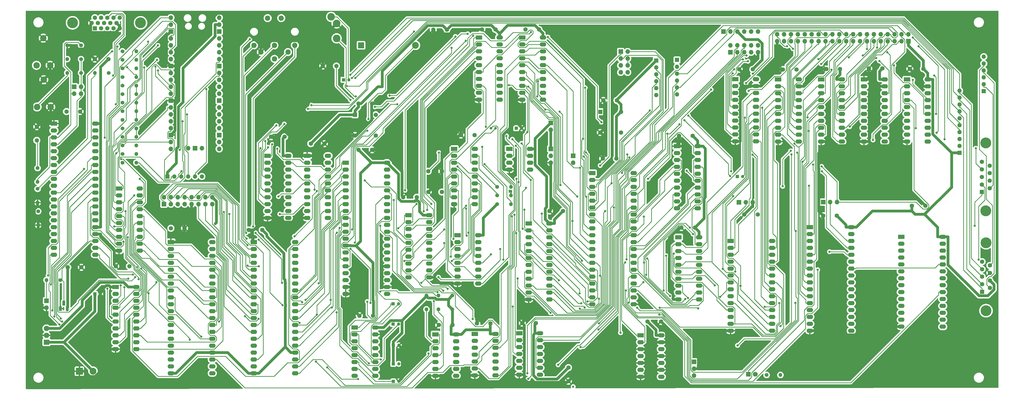
<source format=gbl>
G04 #@! TF.GenerationSoftware,KiCad,Pcbnew,7.0.1*
G04 #@! TF.CreationDate,2024-08-12T08:26:37-05:00*
G04 #@! TF.ProjectId,we816mark2,77653831-366d-4617-926b-322e6b696361,.8*
G04 #@! TF.SameCoordinates,Original*
G04 #@! TF.FileFunction,Copper,L2,Bot*
G04 #@! TF.FilePolarity,Positive*
%FSLAX46Y46*%
G04 Gerber Fmt 4.6, Leading zero omitted, Abs format (unit mm)*
G04 Created by KiCad (PCBNEW 7.0.1) date 2024-08-12 08:26:37*
%MOMM*%
%LPD*%
G01*
G04 APERTURE LIST*
G04 Aperture macros list*
%AMRoundRect*
0 Rectangle with rounded corners*
0 $1 Rounding radius*
0 $2 $3 $4 $5 $6 $7 $8 $9 X,Y pos of 4 corners*
0 Add a 4 corners polygon primitive as box body*
4,1,4,$2,$3,$4,$5,$6,$7,$8,$9,$2,$3,0*
0 Add four circle primitives for the rounded corners*
1,1,$1+$1,$2,$3*
1,1,$1+$1,$4,$5*
1,1,$1+$1,$6,$7*
1,1,$1+$1,$8,$9*
0 Add four rect primitives between the rounded corners*
20,1,$1+$1,$2,$3,$4,$5,0*
20,1,$1+$1,$4,$5,$6,$7,0*
20,1,$1+$1,$6,$7,$8,$9,0*
20,1,$1+$1,$8,$9,$2,$3,0*%
G04 Aperture macros list end*
G04 #@! TA.AperFunction,ComponentPad*
%ADD10C,1.600000*%
G04 #@! TD*
G04 #@! TA.AperFunction,ComponentPad*
%ADD11R,2.400000X1.600000*%
G04 #@! TD*
G04 #@! TA.AperFunction,ComponentPad*
%ADD12O,2.400000X1.600000*%
G04 #@! TD*
G04 #@! TA.AperFunction,ComponentPad*
%ADD13C,4.000000*%
G04 #@! TD*
G04 #@! TA.AperFunction,ComponentPad*
%ADD14R,1.600000X1.600000*%
G04 #@! TD*
G04 #@! TA.AperFunction,ComponentPad*
%ADD15R,1.200000X1.200000*%
G04 #@! TD*
G04 #@! TA.AperFunction,ComponentPad*
%ADD16C,1.200000*%
G04 #@! TD*
G04 #@! TA.AperFunction,ComponentPad*
%ADD17R,1.800000X1.800000*%
G04 #@! TD*
G04 #@! TA.AperFunction,ComponentPad*
%ADD18C,1.800000*%
G04 #@! TD*
G04 #@! TA.AperFunction,ComponentPad*
%ADD19R,1.700000X1.700000*%
G04 #@! TD*
G04 #@! TA.AperFunction,ComponentPad*
%ADD20O,1.700000X1.700000*%
G04 #@! TD*
G04 #@! TA.AperFunction,ComponentPad*
%ADD21C,1.400000*%
G04 #@! TD*
G04 #@! TA.AperFunction,ComponentPad*
%ADD22O,1.400000X1.400000*%
G04 #@! TD*
G04 #@! TA.AperFunction,ComponentPad*
%ADD23O,1.600000X1.600000*%
G04 #@! TD*
G04 #@! TA.AperFunction,ComponentPad*
%ADD24C,2.340000*%
G04 #@! TD*
G04 #@! TA.AperFunction,ComponentPad*
%ADD25C,1.000000*%
G04 #@! TD*
G04 #@! TA.AperFunction,ComponentPad*
%ADD26C,1.950000*%
G04 #@! TD*
G04 #@! TA.AperFunction,ComponentPad*
%ADD27C,2.500000*%
G04 #@! TD*
G04 #@! TA.AperFunction,ComponentPad*
%ADD28R,2.170000X2.170000*%
G04 #@! TD*
G04 #@! TA.AperFunction,ComponentPad*
%ADD29C,2.800000*%
G04 #@! TD*
G04 #@! TA.AperFunction,ComponentPad*
%ADD30R,1.100000X1.800000*%
G04 #@! TD*
G04 #@! TA.AperFunction,ComponentPad*
%ADD31RoundRect,0.275000X-0.275000X-0.625000X0.275000X-0.625000X0.275000X0.625000X-0.275000X0.625000X0*%
G04 #@! TD*
G04 #@! TA.AperFunction,ComponentPad*
%ADD32R,2.000000X1.905000*%
G04 #@! TD*
G04 #@! TA.AperFunction,ComponentPad*
%ADD33O,2.000000X1.905000*%
G04 #@! TD*
G04 #@! TA.AperFunction,ComponentPad*
%ADD34R,2.500000X2.500000*%
G04 #@! TD*
G04 #@! TA.AperFunction,ViaPad*
%ADD35C,0.800000*%
G04 #@! TD*
G04 #@! TA.AperFunction,Conductor*
%ADD36C,0.250000*%
G04 #@! TD*
G04 #@! TA.AperFunction,Conductor*
%ADD37C,1.000000*%
G04 #@! TD*
G04 APERTURE END LIST*
D10*
X245100000Y-125500000D03*
X240100000Y-125500000D03*
X184810000Y-186740000D03*
X179810000Y-186740000D03*
X114895000Y-151765000D03*
X109895000Y-151765000D03*
X274000000Y-150900000D03*
X269000000Y-150900000D03*
X295275000Y-92675000D03*
X290275000Y-92675000D03*
X227490000Y-202390000D03*
X227490000Y-207390000D03*
X297140000Y-146050000D03*
X292140000Y-146050000D03*
X198810000Y-186140000D03*
X193810000Y-186140000D03*
X215510000Y-186040000D03*
X210510000Y-186040000D03*
X192960000Y-116840000D03*
X187960000Y-116840000D03*
X132755000Y-120015000D03*
X137755000Y-120015000D03*
D11*
X145600000Y-127000000D03*
D12*
X145600000Y-129540000D03*
X145600000Y-132080000D03*
X145600000Y-134620000D03*
X145600000Y-137160000D03*
X145600000Y-139700000D03*
X145600000Y-142240000D03*
X145600000Y-144780000D03*
X145600000Y-147320000D03*
X145600000Y-149860000D03*
X145600000Y-152400000D03*
X145600000Y-154940000D03*
X145600000Y-157480000D03*
X145600000Y-160020000D03*
X145600000Y-162560000D03*
X145600000Y-165100000D03*
X145600000Y-167640000D03*
X145600000Y-170180000D03*
X145600000Y-172720000D03*
X145600000Y-175260000D03*
X160840000Y-175260000D03*
X160840000Y-172720000D03*
X160840000Y-170180000D03*
X160840000Y-167640000D03*
X160840000Y-165100000D03*
X160840000Y-162560000D03*
X160840000Y-160020000D03*
X160840000Y-157480000D03*
X160840000Y-154940000D03*
X160840000Y-152400000D03*
X160840000Y-149860000D03*
X160840000Y-147320000D03*
X160840000Y-144780000D03*
X160840000Y-142240000D03*
X160840000Y-139700000D03*
X160840000Y-137160000D03*
X160840000Y-134620000D03*
X160840000Y-132080000D03*
X160840000Y-129540000D03*
X160840000Y-127000000D03*
D13*
X381020000Y-181460000D03*
X381020000Y-156460000D03*
D14*
X379600000Y-174500000D03*
D10*
X379600000Y-171730000D03*
X379600000Y-168960000D03*
X379600000Y-166190000D03*
X379600000Y-163420000D03*
X382440000Y-173115000D03*
X382440000Y-170345000D03*
X382440000Y-167575000D03*
X382440000Y-164805000D03*
X245300000Y-104100000D03*
X240300000Y-104100000D03*
D15*
X163000000Y-178900000D03*
D16*
X165000000Y-178900000D03*
D15*
X163000000Y-186400000D03*
D16*
X165000000Y-186400000D03*
D15*
X163100000Y-201000000D03*
D16*
X165100000Y-201000000D03*
D15*
X163100000Y-194200000D03*
D16*
X165100000Y-194200000D03*
D15*
X163100000Y-207500000D03*
D16*
X165100000Y-207500000D03*
D10*
X311375000Y-92725000D03*
X306375000Y-92725000D03*
X273140000Y-117100000D03*
X268140000Y-117100000D03*
X327300000Y-92550000D03*
X322300000Y-92550000D03*
X32000000Y-113800000D03*
X32000000Y-118800000D03*
X142160000Y-91440000D03*
X137160000Y-91440000D03*
D15*
X144780000Y-96520000D03*
D16*
X146780000Y-96520000D03*
D15*
X289560000Y-132080000D03*
D16*
X291560000Y-132080000D03*
D17*
X293600000Y-204800000D03*
D18*
X296140000Y-204800000D03*
D19*
X246700000Y-86160000D03*
D20*
X249240000Y-86160000D03*
X246700000Y-88700000D03*
X249240000Y-88700000D03*
X246700000Y-91240000D03*
X249240000Y-91240000D03*
X246700000Y-93780000D03*
X249240000Y-93780000D03*
D13*
X380920000Y-144760000D03*
X380920000Y-119760000D03*
D14*
X379500000Y-137800000D03*
D10*
X379500000Y-135030000D03*
X379500000Y-132260000D03*
X379500000Y-129490000D03*
X379500000Y-126720000D03*
X382340000Y-136415000D03*
X382340000Y-133645000D03*
X382340000Y-130875000D03*
X382340000Y-128105000D03*
D19*
X78740000Y-142240000D03*
D20*
X78740000Y-139700000D03*
X81280000Y-142240000D03*
X81280000Y-139700000D03*
X83820000Y-142240000D03*
X83820000Y-139700000D03*
X86360000Y-142240000D03*
X86360000Y-139700000D03*
X88900000Y-142240000D03*
X88900000Y-139700000D03*
X91440000Y-142240000D03*
X91440000Y-139700000D03*
X93980000Y-142240000D03*
X93980000Y-139700000D03*
X96520000Y-142240000D03*
X96520000Y-139700000D03*
D19*
X273700000Y-200300000D03*
D20*
X273700000Y-202840000D03*
X273700000Y-205380000D03*
D14*
X239190000Y-108290000D03*
D10*
X239190000Y-115910000D03*
X246810000Y-115910000D03*
X246810000Y-108290000D03*
D21*
X300355000Y-205105000D03*
D22*
X305435000Y-205105000D03*
D21*
X184785000Y-175895000D03*
D22*
X179705000Y-175895000D03*
D21*
X32500000Y-144900000D03*
D22*
X32500000Y-149980000D03*
D21*
X32315000Y-136635000D03*
D22*
X32315000Y-141715000D03*
D21*
X48260000Y-83820000D03*
D22*
X43180000Y-83820000D03*
D21*
X58420000Y-93980000D03*
D22*
X53340000Y-93980000D03*
D21*
X48260000Y-88900000D03*
D22*
X43180000Y-88900000D03*
D21*
X48260000Y-93980000D03*
D22*
X43180000Y-93980000D03*
D21*
X184785000Y-180975000D03*
D22*
X179705000Y-180975000D03*
D21*
X175260000Y-175895000D03*
D22*
X175260000Y-180975000D03*
D14*
X267400000Y-89200000D03*
D23*
X267400000Y-91740000D03*
X267400000Y-94280000D03*
X267400000Y-96820000D03*
X267400000Y-99360000D03*
X267400000Y-101900000D03*
D14*
X380200000Y-100700000D03*
D23*
X380200000Y-98160000D03*
X380200000Y-95620000D03*
X380200000Y-93080000D03*
X380200000Y-90540000D03*
X380200000Y-88000000D03*
D14*
X371300000Y-123400000D03*
D23*
X371300000Y-120860000D03*
X371300000Y-118320000D03*
X371300000Y-115780000D03*
X371300000Y-113240000D03*
X371300000Y-110700000D03*
X371300000Y-108160000D03*
X371300000Y-105620000D03*
X371300000Y-103080000D03*
X371300000Y-100540000D03*
D24*
X36900000Y-91200000D03*
X34400000Y-81200000D03*
X31900000Y-91200000D03*
X37100000Y-106500000D03*
X34600000Y-96500000D03*
X32100000Y-106500000D03*
D11*
X193040000Y-190000000D03*
D12*
X193040000Y-192540000D03*
X193040000Y-195080000D03*
X193040000Y-197620000D03*
X193040000Y-200160000D03*
X193040000Y-202700000D03*
X193040000Y-205240000D03*
X200660000Y-205240000D03*
X200660000Y-202700000D03*
X200660000Y-200160000D03*
X200660000Y-197620000D03*
X200660000Y-195080000D03*
X200660000Y-192540000D03*
X200660000Y-190000000D03*
D11*
X209370000Y-189800000D03*
D12*
X209370000Y-192340000D03*
X209370000Y-194880000D03*
X209370000Y-197420000D03*
X209370000Y-199960000D03*
X209370000Y-202500000D03*
X209370000Y-205040000D03*
X216990000Y-205040000D03*
X216990000Y-202500000D03*
X216990000Y-199960000D03*
X216990000Y-197420000D03*
X216990000Y-194880000D03*
X216990000Y-192340000D03*
X216990000Y-189800000D03*
D11*
X267410000Y-120950000D03*
D12*
X267410000Y-123490000D03*
X267410000Y-126030000D03*
X267410000Y-128570000D03*
X267410000Y-131110000D03*
X267410000Y-133650000D03*
X267410000Y-136190000D03*
X267410000Y-138730000D03*
X267410000Y-141270000D03*
X267410000Y-143810000D03*
X275030000Y-143810000D03*
X275030000Y-141270000D03*
X275030000Y-138730000D03*
X275030000Y-136190000D03*
X275030000Y-133650000D03*
X275030000Y-131110000D03*
X275030000Y-128570000D03*
X275030000Y-126030000D03*
X275030000Y-123490000D03*
X275030000Y-120950000D03*
D11*
X267890000Y-154420000D03*
D12*
X267890000Y-156960000D03*
X267890000Y-159500000D03*
X267890000Y-162040000D03*
X267890000Y-164580000D03*
X267890000Y-167120000D03*
X267890000Y-169660000D03*
X267890000Y-172200000D03*
X267890000Y-174740000D03*
X267890000Y-177280000D03*
X275510000Y-177280000D03*
X275510000Y-174740000D03*
X275510000Y-172200000D03*
X275510000Y-169660000D03*
X275510000Y-167120000D03*
X275510000Y-164580000D03*
X275510000Y-162040000D03*
X275510000Y-159500000D03*
X275510000Y-156960000D03*
X275510000Y-154420000D03*
D11*
X148890000Y-187680000D03*
D12*
X148890000Y-190220000D03*
X148890000Y-192760000D03*
X148890000Y-195300000D03*
X148890000Y-197840000D03*
X148890000Y-200380000D03*
X148890000Y-202920000D03*
X148890000Y-205460000D03*
X156510000Y-205460000D03*
X156510000Y-202920000D03*
X156510000Y-200380000D03*
X156510000Y-197840000D03*
X156510000Y-195300000D03*
X156510000Y-192760000D03*
X156510000Y-190220000D03*
X156510000Y-187680000D03*
D11*
X351975000Y-96400000D03*
D12*
X351975000Y-98940000D03*
X351975000Y-101480000D03*
X351975000Y-104020000D03*
X351975000Y-106560000D03*
X351975000Y-109100000D03*
X351975000Y-111640000D03*
X351975000Y-114180000D03*
X351975000Y-116720000D03*
X351975000Y-119260000D03*
X359595000Y-119260000D03*
X359595000Y-116720000D03*
X359595000Y-114180000D03*
X359595000Y-111640000D03*
X359595000Y-109100000D03*
X359595000Y-106560000D03*
X359595000Y-104020000D03*
X359595000Y-101480000D03*
X359595000Y-98940000D03*
X359595000Y-96400000D03*
D11*
X336181000Y-96400000D03*
D12*
X336181000Y-98940000D03*
X336181000Y-101480000D03*
X336181000Y-104020000D03*
X336181000Y-106560000D03*
X336181000Y-109100000D03*
X336181000Y-111640000D03*
X336181000Y-114180000D03*
X336181000Y-116720000D03*
X336181000Y-119260000D03*
X343801000Y-119260000D03*
X343801000Y-116720000D03*
X343801000Y-114180000D03*
X343801000Y-111640000D03*
X343801000Y-109100000D03*
X343801000Y-106560000D03*
X343801000Y-104020000D03*
X343801000Y-101480000D03*
X343801000Y-98940000D03*
X343801000Y-96400000D03*
D11*
X320388000Y-96400000D03*
D12*
X320388000Y-98940000D03*
X320388000Y-101480000D03*
X320388000Y-104020000D03*
X320388000Y-106560000D03*
X320388000Y-109100000D03*
X320388000Y-111640000D03*
X320388000Y-114180000D03*
X320388000Y-116720000D03*
X320388000Y-119260000D03*
X328008000Y-119260000D03*
X328008000Y-116720000D03*
X328008000Y-114180000D03*
X328008000Y-111640000D03*
X328008000Y-109100000D03*
X328008000Y-106560000D03*
X328008000Y-104020000D03*
X328008000Y-101480000D03*
X328008000Y-98940000D03*
X328008000Y-96400000D03*
D11*
X304594000Y-96400000D03*
D12*
X304594000Y-98940000D03*
X304594000Y-101480000D03*
X304594000Y-104020000D03*
X304594000Y-106560000D03*
X304594000Y-109100000D03*
X304594000Y-111640000D03*
X304594000Y-114180000D03*
X304594000Y-116720000D03*
X304594000Y-119260000D03*
X312214000Y-119260000D03*
X312214000Y-116720000D03*
X312214000Y-114180000D03*
X312214000Y-111640000D03*
X312214000Y-109100000D03*
X312214000Y-106560000D03*
X312214000Y-104020000D03*
X312214000Y-101480000D03*
X312214000Y-98940000D03*
X312214000Y-96400000D03*
D11*
X38310000Y-112630000D03*
D12*
X38310000Y-115170000D03*
X38310000Y-117710000D03*
X38310000Y-120250000D03*
X38310000Y-122790000D03*
X38310000Y-125330000D03*
X38310000Y-127870000D03*
X38310000Y-130410000D03*
X38310000Y-132950000D03*
X38310000Y-135490000D03*
X38310000Y-138030000D03*
X38310000Y-140570000D03*
X38310000Y-143110000D03*
X38310000Y-145650000D03*
X38310000Y-148190000D03*
X38310000Y-150730000D03*
X38310000Y-153270000D03*
X38310000Y-155810000D03*
X38310000Y-158350000D03*
X38310000Y-160890000D03*
X53550000Y-160890000D03*
X53550000Y-158350000D03*
X53550000Y-155810000D03*
X53550000Y-153270000D03*
X53550000Y-150730000D03*
X53550000Y-148190000D03*
X53550000Y-145650000D03*
X53550000Y-143110000D03*
X53550000Y-140570000D03*
X53550000Y-138030000D03*
X53550000Y-135490000D03*
X53550000Y-132950000D03*
X53550000Y-130410000D03*
X53550000Y-127870000D03*
X53550000Y-125330000D03*
X53550000Y-122790000D03*
X53550000Y-120250000D03*
X53550000Y-117710000D03*
X53550000Y-115170000D03*
X53550000Y-112630000D03*
D25*
X198960000Y-114300000D03*
X200660000Y-114300000D03*
D10*
X155600000Y-183325000D03*
X150600000Y-183325000D03*
X256540000Y-185420000D03*
X261540000Y-185420000D03*
X150300000Y-105290000D03*
X155300000Y-105290000D03*
X353735000Y-142875000D03*
X358735000Y-142875000D03*
X58340000Y-88900000D03*
X53340000Y-88900000D03*
X42900000Y-108200000D03*
X47900000Y-108200000D03*
X150300000Y-122290000D03*
X155300000Y-122290000D03*
D19*
X321175000Y-141525000D03*
D20*
X323715000Y-141525000D03*
X326255000Y-141525000D03*
D19*
X290195000Y-141605000D03*
D20*
X292735000Y-141605000D03*
X295275000Y-141605000D03*
D10*
X326175000Y-146525000D03*
X321175000Y-146525000D03*
D11*
X287115000Y-155795000D03*
D12*
X287115000Y-158335000D03*
X287115000Y-160875000D03*
X287115000Y-163415000D03*
X287115000Y-165955000D03*
X287115000Y-168495000D03*
X287115000Y-171035000D03*
X287115000Y-173575000D03*
X287115000Y-176115000D03*
X287115000Y-178655000D03*
X287115000Y-181195000D03*
X287115000Y-183735000D03*
X287115000Y-186275000D03*
X287115000Y-188815000D03*
X302355000Y-188815000D03*
X302355000Y-186275000D03*
X302355000Y-183735000D03*
X302355000Y-181195000D03*
X302355000Y-178655000D03*
X302355000Y-176115000D03*
X302355000Y-173575000D03*
X302355000Y-171035000D03*
X302355000Y-168495000D03*
X302355000Y-165955000D03*
X302355000Y-163415000D03*
X302355000Y-160875000D03*
X302355000Y-158335000D03*
X302355000Y-155795000D03*
D11*
X316225000Y-150745000D03*
D12*
X316225000Y-153285000D03*
X316225000Y-155825000D03*
X316225000Y-158365000D03*
X316225000Y-160905000D03*
X316225000Y-163445000D03*
X316225000Y-165985000D03*
X316225000Y-168525000D03*
X316225000Y-171065000D03*
X316225000Y-173605000D03*
X316225000Y-176145000D03*
X316225000Y-178685000D03*
X316225000Y-181225000D03*
X316225000Y-183765000D03*
X316225000Y-186305000D03*
X316225000Y-188845000D03*
X331465000Y-188845000D03*
X331465000Y-186305000D03*
X331465000Y-183765000D03*
X331465000Y-181225000D03*
X331465000Y-178685000D03*
X331465000Y-176145000D03*
X331465000Y-173605000D03*
X331465000Y-171065000D03*
X331465000Y-168525000D03*
X331465000Y-165985000D03*
X331465000Y-163445000D03*
X331465000Y-160905000D03*
X331465000Y-158365000D03*
X331465000Y-155825000D03*
X331465000Y-153285000D03*
X331465000Y-150745000D03*
D10*
X182800000Y-78100000D03*
X177800000Y-78100000D03*
X216660000Y-78000000D03*
X211660000Y-78000000D03*
X200660000Y-78000000D03*
X195660000Y-78000000D03*
D11*
X210460000Y-80960000D03*
D12*
X210460000Y-83500000D03*
X210460000Y-86040000D03*
X210460000Y-88580000D03*
X210460000Y-91120000D03*
X210460000Y-93660000D03*
X210460000Y-96200000D03*
X210460000Y-98740000D03*
X210460000Y-101280000D03*
X210460000Y-103820000D03*
X218080000Y-103820000D03*
X218080000Y-101280000D03*
X218080000Y-98740000D03*
X218080000Y-96200000D03*
X218080000Y-93660000D03*
X218080000Y-91120000D03*
X218080000Y-88580000D03*
X218080000Y-86040000D03*
X218080000Y-83500000D03*
X218080000Y-80960000D03*
D11*
X194560000Y-80960000D03*
D12*
X194560000Y-83500000D03*
X194560000Y-86040000D03*
X194560000Y-88580000D03*
X194560000Y-91120000D03*
X194560000Y-93660000D03*
X194560000Y-96200000D03*
X194560000Y-98740000D03*
X194560000Y-101280000D03*
X194560000Y-103820000D03*
X202180000Y-103820000D03*
X202180000Y-101280000D03*
X202180000Y-98740000D03*
X202180000Y-96200000D03*
X202180000Y-93660000D03*
X202180000Y-91120000D03*
X202180000Y-88580000D03*
X202180000Y-86040000D03*
X202180000Y-83500000D03*
X202180000Y-80960000D03*
D10*
X171704000Y-139700000D03*
X166704000Y-139700000D03*
X81320000Y-151130000D03*
X86320000Y-151130000D03*
X225512000Y-144780000D03*
X220512000Y-144780000D03*
X342925000Y-92350000D03*
X337925000Y-92350000D03*
X358000000Y-92475000D03*
X353000000Y-92475000D03*
D14*
X259800000Y-89400000D03*
D23*
X259800000Y-91940000D03*
X259800000Y-94480000D03*
X259800000Y-97020000D03*
X259800000Y-99560000D03*
X259800000Y-102100000D03*
D26*
X111880000Y-83820000D03*
X114380000Y-86320000D03*
X119380000Y-83820000D03*
X124380000Y-86320000D03*
X126880000Y-83820000D03*
X119380000Y-88820000D03*
X121880000Y-73820000D03*
X116880000Y-73820000D03*
D19*
X45700000Y-99060000D03*
D20*
X48240000Y-99060000D03*
X45700000Y-101600000D03*
X48240000Y-101600000D03*
D21*
X32300000Y-129000000D03*
D22*
X32300000Y-134080000D03*
D27*
X171244300Y-83820000D03*
D28*
X151244300Y-83820000D03*
D11*
X178600000Y-190160000D03*
D12*
X178600000Y-192700000D03*
X178600000Y-195240000D03*
X178600000Y-197780000D03*
X178600000Y-200320000D03*
X178600000Y-202860000D03*
X178600000Y-205400000D03*
X186220000Y-205400000D03*
X186220000Y-202860000D03*
X186220000Y-200320000D03*
X186220000Y-197780000D03*
X186220000Y-195240000D03*
X186220000Y-192700000D03*
X186220000Y-190160000D03*
D11*
X349880000Y-154310000D03*
D12*
X349880000Y-156850000D03*
X349880000Y-159390000D03*
X349880000Y-161930000D03*
X349880000Y-164470000D03*
X349880000Y-167010000D03*
X349880000Y-169550000D03*
X349880000Y-172090000D03*
X349880000Y-174630000D03*
X349880000Y-177170000D03*
X349880000Y-179710000D03*
X349880000Y-182250000D03*
X349880000Y-184790000D03*
X349880000Y-187330000D03*
X365120000Y-187330000D03*
X365120000Y-184790000D03*
X365120000Y-182250000D03*
X365120000Y-179710000D03*
X365120000Y-177170000D03*
X365120000Y-174630000D03*
X365120000Y-172090000D03*
X365120000Y-169550000D03*
X365120000Y-167010000D03*
X365120000Y-164470000D03*
X365120000Y-161930000D03*
X365120000Y-159390000D03*
X365120000Y-156850000D03*
X365120000Y-154310000D03*
D19*
X352450000Y-82350000D03*
D20*
X352450000Y-79810000D03*
X349910000Y-82350000D03*
X349910000Y-79810000D03*
X347370000Y-82350000D03*
X347370000Y-79810000D03*
X344830000Y-82350000D03*
X344830000Y-79810000D03*
X342290000Y-82350000D03*
X342290000Y-79810000D03*
X339750000Y-82350000D03*
X339750000Y-79810000D03*
X337210000Y-82350000D03*
X337210000Y-79810000D03*
X334670000Y-82350000D03*
X334670000Y-79810000D03*
X332130000Y-82350000D03*
X332130000Y-79810000D03*
X329590000Y-82350000D03*
X329590000Y-79810000D03*
X327050000Y-82350000D03*
X327050000Y-79810000D03*
X324510000Y-82350000D03*
X324510000Y-79810000D03*
X321970000Y-82350000D03*
X321970000Y-79810000D03*
X319430000Y-82350000D03*
X319430000Y-79810000D03*
X316890000Y-82350000D03*
X316890000Y-79810000D03*
X314350000Y-82350000D03*
X314350000Y-79810000D03*
X311810000Y-82350000D03*
X311810000Y-79810000D03*
X309270000Y-82350000D03*
X309270000Y-79810000D03*
X306730000Y-82350000D03*
X306730000Y-79810000D03*
X304190000Y-82350000D03*
X304190000Y-79810000D03*
D10*
X123150000Y-117475000D03*
X118150000Y-117475000D03*
X66040000Y-165100000D03*
X61040000Y-165100000D03*
D11*
X288800000Y-96300000D03*
D12*
X288800000Y-98840000D03*
X288800000Y-101380000D03*
X288800000Y-103920000D03*
X288800000Y-106460000D03*
X288800000Y-109000000D03*
X288800000Y-111540000D03*
X288800000Y-114080000D03*
X288800000Y-116620000D03*
X288800000Y-119160000D03*
X296420000Y-119160000D03*
X296420000Y-116620000D03*
X296420000Y-114080000D03*
X296420000Y-111540000D03*
X296420000Y-109000000D03*
X296420000Y-106460000D03*
X296420000Y-103920000D03*
X296420000Y-101380000D03*
X296420000Y-98840000D03*
X296420000Y-96300000D03*
D10*
X43400000Y-165500000D03*
X48400000Y-165500000D03*
D19*
X287020000Y-86360000D03*
D20*
X287020000Y-83820000D03*
X289560000Y-86360000D03*
X289560000Y-83820000D03*
X292100000Y-86360000D03*
X292100000Y-83820000D03*
X294640000Y-86360000D03*
X294640000Y-83820000D03*
X297180000Y-86360000D03*
X297180000Y-83820000D03*
D11*
X168656000Y-146304000D03*
D12*
X168656000Y-148844000D03*
X168656000Y-151384000D03*
X168656000Y-153924000D03*
X168656000Y-156464000D03*
X168656000Y-159004000D03*
X168656000Y-161544000D03*
X168656000Y-164084000D03*
X168656000Y-166624000D03*
X168656000Y-169164000D03*
X176276000Y-169164000D03*
X176276000Y-166624000D03*
X176276000Y-164084000D03*
X176276000Y-161544000D03*
X176276000Y-159004000D03*
X176276000Y-156464000D03*
X176276000Y-153924000D03*
X176276000Y-151384000D03*
X176276000Y-148844000D03*
X176276000Y-146304000D03*
D21*
X63500000Y-95500000D03*
D22*
X68580000Y-95500000D03*
D21*
X63500000Y-111250000D03*
D22*
X68580000Y-111250000D03*
D21*
X63500000Y-114400000D03*
D22*
X68580000Y-114400000D03*
D29*
X142240000Y-81280000D03*
X140240000Y-73380000D03*
X142240000Y-75780000D03*
D30*
X40640000Y-180740000D03*
D31*
X41910000Y-178670000D03*
X43180000Y-180740000D03*
D21*
X40640000Y-170180000D03*
D22*
X35560000Y-170180000D03*
D11*
X116845000Y-124460000D03*
D12*
X116845000Y-127000000D03*
X116845000Y-129540000D03*
X116845000Y-132080000D03*
X116845000Y-134620000D03*
X116845000Y-137160000D03*
X116845000Y-139700000D03*
X116845000Y-142240000D03*
X116845000Y-144780000D03*
X116845000Y-147320000D03*
X124465000Y-147320000D03*
X124465000Y-144780000D03*
X124465000Y-142240000D03*
X124465000Y-139700000D03*
X124465000Y-137160000D03*
X124465000Y-134620000D03*
X124465000Y-132080000D03*
X124465000Y-129540000D03*
X124465000Y-127000000D03*
X124465000Y-124460000D03*
D21*
X63500000Y-108100000D03*
D22*
X68580000Y-108100000D03*
D13*
X70155000Y-75570000D03*
X45155000Y-75570000D03*
D14*
X53340000Y-77620000D03*
D10*
X55630000Y-77620000D03*
X57920000Y-77620000D03*
X60210000Y-77620000D03*
X62500000Y-77620000D03*
X52195000Y-75640000D03*
X54485000Y-75640000D03*
X56775000Y-75640000D03*
X59065000Y-75640000D03*
X61355000Y-75640000D03*
X53340000Y-73660000D03*
X55630000Y-73660000D03*
X57920000Y-73660000D03*
X60210000Y-73660000D03*
X62500000Y-73660000D03*
D14*
X148990000Y-109380000D03*
D10*
X148990000Y-117000000D03*
X156610000Y-117000000D03*
X156610000Y-109380000D03*
D21*
X63500000Y-86050000D03*
D22*
X68580000Y-86050000D03*
D21*
X63500000Y-117550000D03*
D22*
X68580000Y-117550000D03*
D21*
X63500000Y-104950000D03*
D22*
X68580000Y-104950000D03*
D21*
X63500000Y-92350000D03*
D22*
X68580000Y-92350000D03*
D11*
X236215000Y-130815000D03*
D12*
X236215000Y-133355000D03*
X236215000Y-135895000D03*
X236215000Y-138435000D03*
X236215000Y-140975000D03*
X236215000Y-143515000D03*
X236215000Y-146055000D03*
X236215000Y-148595000D03*
X236215000Y-151135000D03*
X236215000Y-153675000D03*
X236215000Y-156215000D03*
X236215000Y-158755000D03*
X236215000Y-161295000D03*
X236215000Y-163835000D03*
X236215000Y-166375000D03*
X236215000Y-168915000D03*
X236215000Y-171455000D03*
X236215000Y-173995000D03*
X236215000Y-176535000D03*
X236215000Y-179075000D03*
X251455000Y-179075000D03*
X251455000Y-176535000D03*
X251455000Y-173995000D03*
X251455000Y-171455000D03*
X251455000Y-168915000D03*
X251455000Y-166375000D03*
X251455000Y-163835000D03*
X251455000Y-161295000D03*
X251455000Y-158755000D03*
X251455000Y-156215000D03*
X251455000Y-153675000D03*
X251455000Y-151135000D03*
X251455000Y-148595000D03*
X251455000Y-146055000D03*
X251455000Y-143515000D03*
X251455000Y-140975000D03*
X251455000Y-138435000D03*
X251455000Y-135895000D03*
X251455000Y-133355000D03*
X251455000Y-130815000D03*
D19*
X220980000Y-112395000D03*
D20*
X220980000Y-114935000D03*
D11*
X185420000Y-121920000D03*
D12*
X185420000Y-124460000D03*
X185420000Y-127000000D03*
X185420000Y-129540000D03*
X185420000Y-132080000D03*
X185420000Y-134620000D03*
X185420000Y-137160000D03*
X185420000Y-139700000D03*
X185420000Y-142240000D03*
X193040000Y-142240000D03*
X193040000Y-139700000D03*
X193040000Y-137160000D03*
X193040000Y-134620000D03*
X193040000Y-132080000D03*
X193040000Y-129540000D03*
X193040000Y-127000000D03*
X193040000Y-124460000D03*
X193040000Y-121920000D03*
D21*
X63500000Y-101800000D03*
D22*
X68580000Y-101800000D03*
D21*
X63500000Y-89200000D03*
D22*
X68580000Y-89200000D03*
D15*
X208280000Y-114300000D03*
D16*
X210280000Y-114300000D03*
D32*
X35560000Y-193040000D03*
D33*
X35560000Y-190500000D03*
X35560000Y-187960000D03*
D34*
X47665000Y-203700000D03*
D27*
X52665000Y-203700000D03*
D11*
X131455000Y-124465000D03*
D12*
X131455000Y-127005000D03*
X131455000Y-129545000D03*
X131455000Y-132085000D03*
X131455000Y-134625000D03*
X131455000Y-137165000D03*
X131455000Y-139705000D03*
X131455000Y-142245000D03*
X131455000Y-144785000D03*
X131455000Y-147325000D03*
X139075000Y-147325000D03*
X139075000Y-144785000D03*
X139075000Y-142245000D03*
X139075000Y-139705000D03*
X139075000Y-137165000D03*
X139075000Y-134625000D03*
X139075000Y-132085000D03*
X139075000Y-129545000D03*
X139075000Y-127005000D03*
X139075000Y-124465000D03*
D15*
X53340000Y-175260000D03*
D16*
X55340000Y-175260000D03*
D21*
X201295000Y-135940000D03*
D22*
X206375000Y-135940000D03*
D11*
X186700000Y-153660000D03*
D12*
X186700000Y-156200000D03*
X186700000Y-158740000D03*
X186700000Y-161280000D03*
X186700000Y-163820000D03*
X186700000Y-166360000D03*
X186700000Y-168900000D03*
X186700000Y-171440000D03*
X194320000Y-171440000D03*
X194320000Y-168900000D03*
X194320000Y-166360000D03*
X194320000Y-163820000D03*
X194320000Y-161280000D03*
X194320000Y-158740000D03*
X194320000Y-156200000D03*
X194320000Y-153660000D03*
D11*
X60970000Y-172725000D03*
D12*
X60970000Y-175265000D03*
X60970000Y-177805000D03*
X60970000Y-180345000D03*
X60970000Y-182885000D03*
X60970000Y-185425000D03*
X60970000Y-187965000D03*
X60970000Y-190505000D03*
X60970000Y-193045000D03*
X60970000Y-195585000D03*
X68590000Y-195585000D03*
X68590000Y-193045000D03*
X68590000Y-190505000D03*
X68590000Y-187965000D03*
X68590000Y-185425000D03*
X68590000Y-182885000D03*
X68590000Y-180345000D03*
X68590000Y-177805000D03*
X68590000Y-175265000D03*
X68590000Y-172725000D03*
D19*
X284480000Y-78740000D03*
D20*
X287020000Y-78740000D03*
X289560000Y-78740000D03*
X292100000Y-78740000D03*
X294640000Y-78740000D03*
X297180000Y-78740000D03*
D14*
X80010000Y-132080000D03*
D23*
X82550000Y-132080000D03*
X85090000Y-132080000D03*
X87630000Y-132080000D03*
X90170000Y-132080000D03*
X92710000Y-132080000D03*
D11*
X205740000Y-121920000D03*
D12*
X205740000Y-124460000D03*
X205740000Y-127000000D03*
X205740000Y-129540000D03*
X213360000Y-129540000D03*
X213360000Y-127000000D03*
X213360000Y-124460000D03*
X213360000Y-121920000D03*
D21*
X201295000Y-142240000D03*
D22*
X206375000Y-142240000D03*
D11*
X111760000Y-156215000D03*
D12*
X111760000Y-158755000D03*
X111760000Y-161295000D03*
X111760000Y-163835000D03*
X111760000Y-166375000D03*
X111760000Y-168915000D03*
X111760000Y-171455000D03*
X111760000Y-173995000D03*
X111760000Y-176535000D03*
X111760000Y-179075000D03*
X111760000Y-181615000D03*
X111760000Y-184155000D03*
X111760000Y-186695000D03*
X111760000Y-189235000D03*
X111760000Y-191775000D03*
X111760000Y-194315000D03*
X111760000Y-196855000D03*
X111760000Y-199395000D03*
X111760000Y-201935000D03*
X111760000Y-204475000D03*
X127000000Y-204475000D03*
X127000000Y-201935000D03*
X127000000Y-199395000D03*
X127000000Y-196855000D03*
X127000000Y-194315000D03*
X127000000Y-191775000D03*
X127000000Y-189235000D03*
X127000000Y-186695000D03*
X127000000Y-184155000D03*
X127000000Y-181615000D03*
X127000000Y-179075000D03*
X127000000Y-176535000D03*
X127000000Y-173995000D03*
X127000000Y-171455000D03*
X127000000Y-168915000D03*
X127000000Y-166375000D03*
X127000000Y-163835000D03*
X127000000Y-161295000D03*
X127000000Y-158755000D03*
X127000000Y-156215000D03*
D10*
X175935000Y-137795000D03*
X180935000Y-137795000D03*
D11*
X62240000Y-136530000D03*
D12*
X62240000Y-139070000D03*
X62240000Y-141610000D03*
X62240000Y-144150000D03*
X62240000Y-146690000D03*
X62240000Y-149230000D03*
X62240000Y-151770000D03*
X62240000Y-154310000D03*
X62240000Y-156850000D03*
X62240000Y-159390000D03*
X69860000Y-159390000D03*
X69860000Y-156850000D03*
X69860000Y-154310000D03*
X69860000Y-151770000D03*
X69860000Y-149230000D03*
X69860000Y-146690000D03*
X69860000Y-144150000D03*
X69860000Y-141610000D03*
X69860000Y-139070000D03*
X69860000Y-136530000D03*
D10*
X175935000Y-130175000D03*
X180935000Y-130175000D03*
D11*
X212852000Y-149352000D03*
D12*
X212852000Y-151892000D03*
X212852000Y-154432000D03*
X212852000Y-156972000D03*
X212852000Y-159512000D03*
X212852000Y-162052000D03*
X212852000Y-164592000D03*
X212852000Y-167132000D03*
X212852000Y-169672000D03*
X212852000Y-172212000D03*
X212852000Y-174752000D03*
X212852000Y-177292000D03*
X220472000Y-177292000D03*
X220472000Y-174752000D03*
X220472000Y-172212000D03*
X220472000Y-169672000D03*
X220472000Y-167132000D03*
X220472000Y-164592000D03*
X220472000Y-162052000D03*
X220472000Y-159512000D03*
X220472000Y-156972000D03*
X220472000Y-154432000D03*
X220472000Y-151892000D03*
X220472000Y-149352000D03*
D21*
X63500000Y-123850000D03*
D22*
X68580000Y-123850000D03*
D19*
X220980000Y-121920000D03*
D20*
X220980000Y-124460000D03*
X220980000Y-127000000D03*
D19*
X229235000Y-124455000D03*
D20*
X229235000Y-126995000D03*
X81280000Y-73660000D03*
X81280000Y-76200000D03*
D19*
X81280000Y-78740000D03*
D20*
X81280000Y-81280000D03*
X81280000Y-83820000D03*
X81280000Y-86360000D03*
X81280000Y-88900000D03*
D19*
X81280000Y-91440000D03*
D20*
X81280000Y-93980000D03*
X81280000Y-96520000D03*
X81280000Y-99060000D03*
X81280000Y-101600000D03*
D19*
X81280000Y-104140000D03*
D20*
X81280000Y-106680000D03*
X81280000Y-109220000D03*
X81280000Y-111760000D03*
X81280000Y-114300000D03*
D19*
X81280000Y-116840000D03*
D20*
X81280000Y-119380000D03*
X81280000Y-121920000D03*
X99060000Y-121920000D03*
X99060000Y-119380000D03*
D19*
X99060000Y-116840000D03*
D20*
X99060000Y-114300000D03*
X99060000Y-111760000D03*
X99060000Y-109220000D03*
X99060000Y-106680000D03*
D19*
X99060000Y-104140000D03*
D20*
X99060000Y-101600000D03*
X99060000Y-99060000D03*
X99060000Y-96520000D03*
X99060000Y-93980000D03*
D19*
X99060000Y-91440000D03*
D20*
X99060000Y-88900000D03*
X99060000Y-86360000D03*
X99060000Y-83820000D03*
X99060000Y-81280000D03*
D19*
X99060000Y-78740000D03*
D20*
X99060000Y-76200000D03*
X99060000Y-73660000D03*
X87630000Y-121690000D03*
D19*
X90170000Y-121690000D03*
D20*
X92710000Y-121690000D03*
D21*
X63500000Y-127000000D03*
D22*
X68580000Y-127000000D03*
D11*
X254000000Y-190500000D03*
D12*
X254000000Y-193040000D03*
X254000000Y-195580000D03*
X254000000Y-198120000D03*
X254000000Y-200660000D03*
X254000000Y-203200000D03*
X254000000Y-205740000D03*
X261620000Y-205740000D03*
X261620000Y-203200000D03*
X261620000Y-200660000D03*
X261620000Y-198120000D03*
X261620000Y-195580000D03*
X261620000Y-193040000D03*
X261620000Y-190500000D03*
D21*
X63500000Y-98650000D03*
D22*
X68580000Y-98650000D03*
D19*
X35560000Y-177800000D03*
D20*
X35560000Y-180340000D03*
D21*
X201295000Y-139090000D03*
D22*
X206375000Y-139090000D03*
D21*
X63500000Y-120700000D03*
D22*
X68580000Y-120700000D03*
D11*
X81280000Y-156215000D03*
D12*
X81280000Y-158755000D03*
X81280000Y-161295000D03*
X81280000Y-163835000D03*
X81280000Y-166375000D03*
X81280000Y-168915000D03*
X81280000Y-171455000D03*
X81280000Y-173995000D03*
X81280000Y-176535000D03*
X81280000Y-179075000D03*
X81280000Y-181615000D03*
X81280000Y-184155000D03*
X81280000Y-186695000D03*
X81280000Y-189235000D03*
X81280000Y-191775000D03*
X81280000Y-194315000D03*
X81280000Y-196855000D03*
X81280000Y-199395000D03*
X81280000Y-201935000D03*
X81280000Y-204475000D03*
X96520000Y-204475000D03*
X96520000Y-201935000D03*
X96520000Y-199395000D03*
X96520000Y-196855000D03*
X96520000Y-194315000D03*
X96520000Y-191775000D03*
X96520000Y-189235000D03*
X96520000Y-186695000D03*
X96520000Y-184155000D03*
X96520000Y-181615000D03*
X96520000Y-179075000D03*
X96520000Y-176535000D03*
X96520000Y-173995000D03*
X96520000Y-171455000D03*
X96520000Y-168915000D03*
X96520000Y-166375000D03*
X96520000Y-163835000D03*
X96520000Y-161295000D03*
X96520000Y-158755000D03*
X96520000Y-156215000D03*
D35*
X70361900Y-166013200D03*
X65494800Y-154473100D03*
X121358500Y-145913000D03*
X68828900Y-165495200D03*
X76512900Y-83860500D03*
X57900800Y-173363300D03*
X120857600Y-139476900D03*
X64175200Y-172803500D03*
X76193600Y-89195800D03*
X64653300Y-144872900D03*
X85180800Y-130191200D03*
X60457700Y-150441500D03*
X62880900Y-172169100D03*
X120410500Y-121855200D03*
X61266100Y-123562600D03*
X255182400Y-146859600D03*
X185199600Y-155028700D03*
X134138200Y-136931000D03*
X163288700Y-140710300D03*
X87249200Y-109220000D03*
X85624100Y-111753200D03*
X67799500Y-139067400D03*
X84507200Y-122315300D03*
X76515200Y-93042900D03*
X94320100Y-99933900D03*
X75584700Y-91634800D03*
X196580600Y-127545400D03*
X60057100Y-94911600D03*
X57031400Y-117807100D03*
X248356200Y-163722800D03*
X307898800Y-84172100D03*
X341808300Y-89573600D03*
X309440900Y-124001200D03*
X289667500Y-194213300D03*
X61684500Y-84303400D03*
X61054700Y-105479000D03*
X207035400Y-179926700D03*
X153522000Y-178131400D03*
X71457700Y-91972600D03*
X311551000Y-123273100D03*
X292797800Y-97735700D03*
X293699900Y-100641100D03*
X319421100Y-88940000D03*
X293506600Y-89692100D03*
X287897700Y-94139600D03*
X295226800Y-94281200D03*
X320411700Y-90667900D03*
X288357500Y-92608900D03*
X315409700Y-110354000D03*
X330562700Y-88274100D03*
X291623100Y-89025500D03*
X335687000Y-87535200D03*
X293003900Y-87535200D03*
X337205300Y-85197400D03*
X340605800Y-88503100D03*
X354078200Y-80992400D03*
X365801300Y-118392500D03*
X356212200Y-84168000D03*
X362784800Y-116058800D03*
X361942600Y-94962900D03*
X362627000Y-109041700D03*
X310033900Y-85097300D03*
X347153300Y-91198200D03*
X354116800Y-96540700D03*
X65223800Y-91930700D03*
X239155700Y-128041300D03*
X208414800Y-132933600D03*
X102804500Y-145915800D03*
X100736300Y-145162000D03*
X138763200Y-202333200D03*
X128658400Y-185939000D03*
X134605500Y-200186400D03*
X92455700Y-191040600D03*
X232398500Y-163052500D03*
X212712200Y-98962300D03*
X215968400Y-102670200D03*
X164542000Y-105552000D03*
X184466000Y-84770000D03*
X154075400Y-200862700D03*
X189748000Y-82191000D03*
X147918000Y-151620600D03*
X213706300Y-78916600D03*
X175506600Y-144388500D03*
X148917100Y-156446400D03*
X192478700Y-80256400D03*
X167361300Y-137160000D03*
X339460800Y-118660100D03*
X317454000Y-127664500D03*
X249856500Y-125086600D03*
X240968700Y-144785000D03*
X230753700Y-139479400D03*
X224248000Y-108200100D03*
X123003100Y-112786800D03*
X209172500Y-134177700D03*
X320574400Y-128389600D03*
X208124900Y-120788100D03*
X117042400Y-121336000D03*
X213644700Y-133394500D03*
X270964900Y-129984800D03*
X114221300Y-121700600D03*
X210203100Y-119902900D03*
X315875200Y-135522300D03*
X233064400Y-124698100D03*
X115979100Y-119062400D03*
X234028200Y-139587600D03*
X355231200Y-114324800D03*
X249116800Y-123982400D03*
X120066500Y-113314600D03*
X243326300Y-134527200D03*
X181417800Y-174111300D03*
X152585000Y-133513500D03*
X244178100Y-143465600D03*
X217713200Y-145758100D03*
X256733900Y-132989600D03*
X183065000Y-173430000D03*
X233483400Y-180240300D03*
X261082500Y-180329500D03*
X275202700Y-180590500D03*
X299671500Y-180038200D03*
X197077900Y-113785100D03*
X233856300Y-123228000D03*
X257369400Y-107830100D03*
X184256800Y-161544000D03*
X189813700Y-142870900D03*
X233616200Y-99423800D03*
X311049000Y-152159800D03*
X203571700Y-162637000D03*
X195797200Y-121166500D03*
X118581800Y-120290500D03*
X255320400Y-163738600D03*
X288788000Y-167080200D03*
X288088900Y-139335500D03*
X266168100Y-160428300D03*
X248867300Y-162565000D03*
X330856600Y-113774800D03*
X309215700Y-122661200D03*
X306237700Y-135687200D03*
X177090300Y-142155000D03*
X171651600Y-142161000D03*
X181787600Y-156580400D03*
X247147700Y-130714000D03*
X208306600Y-152959500D03*
X211850700Y-136289600D03*
X210671000Y-151328600D03*
X284260600Y-166066300D03*
X206862900Y-118375900D03*
X153557500Y-115292100D03*
X223986500Y-170303100D03*
X256047100Y-168224000D03*
X272128300Y-150923700D03*
X290760300Y-172287000D03*
X134938300Y-182883700D03*
X281314000Y-172182400D03*
X262504200Y-174020700D03*
X273299600Y-153275000D03*
X202373600Y-158757800D03*
X179694100Y-169125700D03*
X135676500Y-171381500D03*
X238724900Y-177092500D03*
X140035200Y-177500700D03*
X271481300Y-176848100D03*
X295175800Y-124032900D03*
X212364800Y-115776000D03*
X140492600Y-180316400D03*
X108558800Y-183521000D03*
X113583500Y-184435600D03*
X260908600Y-182916100D03*
X234461900Y-178116000D03*
X232136000Y-178756500D03*
X252705400Y-180336000D03*
X310925800Y-178549800D03*
X239120100Y-168622800D03*
X142219000Y-182053500D03*
X231629100Y-180666400D03*
X211251000Y-144333000D03*
X69889800Y-132956300D03*
X218961900Y-107445800D03*
X315857500Y-115305100D03*
X173329600Y-171256200D03*
X192286500Y-184520200D03*
X305447100Y-187170900D03*
X167110500Y-163188400D03*
X181769900Y-151550400D03*
X228948400Y-148404400D03*
X283245800Y-176387800D03*
X270481100Y-177124000D03*
X256368100Y-162267800D03*
X75932700Y-170938100D03*
X249621400Y-178462200D03*
X255028700Y-170930000D03*
X190128100Y-153825700D03*
X189859300Y-143875400D03*
X231717100Y-128903500D03*
X313517400Y-126683500D03*
X130860600Y-177466300D03*
X248581300Y-173995000D03*
X319110500Y-166394200D03*
X98960100Y-185425000D03*
X324193200Y-92822000D03*
X179299400Y-174571500D03*
X158216900Y-150189600D03*
X232875700Y-118245600D03*
X310555900Y-120009500D03*
X304953800Y-178653100D03*
X323466400Y-159766300D03*
X231567400Y-175133000D03*
X129597700Y-178344800D03*
X186740500Y-128401300D03*
X190712800Y-152777500D03*
X184562300Y-163213200D03*
X224556800Y-135253700D03*
X271549500Y-109695900D03*
X287258300Y-130182900D03*
X320620800Y-130182900D03*
X216274600Y-96946000D03*
X264874600Y-176074900D03*
X263376100Y-161245800D03*
X208835500Y-169625600D03*
X220871000Y-182202700D03*
X198960500Y-160704600D03*
X298692500Y-106794500D03*
X279943200Y-100092400D03*
X143325100Y-150985100D03*
X110316400Y-81564800D03*
X109470300Y-157340100D03*
X340972800Y-84700300D03*
X344727900Y-86423800D03*
X207623700Y-146121400D03*
X206713300Y-146784900D03*
X246646700Y-189566300D03*
X223682500Y-201352700D03*
X238689100Y-186098000D03*
X231894500Y-194871400D03*
X176078900Y-197233000D03*
X238551900Y-188443000D03*
X113601300Y-165124600D03*
X109514300Y-164907800D03*
X67297200Y-168182800D03*
X174285000Y-144919900D03*
X72913400Y-82455200D03*
X219907400Y-80777500D03*
X239586100Y-112094400D03*
X164898700Y-151153100D03*
X142372300Y-152728100D03*
X263804200Y-116318000D03*
X268285800Y-112910000D03*
X158471200Y-199423800D03*
X63010600Y-125679800D03*
X36152900Y-168518500D03*
X37156300Y-171776100D03*
X37689300Y-181378500D03*
X38467700Y-183595500D03*
X41365300Y-185463300D03*
X40806400Y-184320600D03*
X135003900Y-137479800D03*
X126743700Y-154078600D03*
X69434900Y-169875700D03*
X68179900Y-169134400D03*
X63847200Y-156059800D03*
X154691000Y-178615900D03*
X147337100Y-158676100D03*
X111524700Y-150451500D03*
X108953600Y-152814100D03*
X158277500Y-174460300D03*
X122153400Y-171236200D03*
X112475100Y-152832400D03*
X178006300Y-177928700D03*
X109141700Y-154963200D03*
X113580100Y-155336600D03*
X122382900Y-179466400D03*
X149106300Y-95845600D03*
X147814500Y-95853100D03*
X49404400Y-129284800D03*
X147218000Y-94694100D03*
X170717600Y-78743600D03*
X146007700Y-98839700D03*
X59705100Y-86053400D03*
X376894600Y-150232300D03*
X88270700Y-192174400D03*
X73113000Y-175066200D03*
X65630200Y-169725600D03*
X229226400Y-209417300D03*
X378332800Y-162673500D03*
X40306600Y-186509800D03*
X131701900Y-107239300D03*
X377256700Y-121718400D03*
X132943300Y-105841100D03*
X190432300Y-79623700D03*
X156278800Y-106471900D03*
X185927800Y-80589300D03*
X161716300Y-102303500D03*
X212693300Y-206543200D03*
X212381000Y-204533800D03*
X150170600Y-206585200D03*
X149308300Y-102648700D03*
X292329800Y-110397100D03*
X147295200Y-103885900D03*
X270127900Y-111351300D03*
X286953200Y-131977900D03*
X179806700Y-123326700D03*
X205610100Y-98480600D03*
X153975800Y-110910700D03*
X204687700Y-117169200D03*
X97639100Y-149453400D03*
D36*
X60714900Y-155656600D02*
X60714900Y-156850000D01*
X57503400Y-152445100D02*
X60714900Y-155656600D01*
X57503400Y-119110100D02*
X57503400Y-152445100D01*
X57756600Y-118856900D02*
X57503400Y-119110100D01*
X57756600Y-109803500D02*
X57756600Y-118856900D01*
X61971400Y-105588700D02*
X57756600Y-109803500D01*
X61971400Y-89279000D02*
X61971400Y-105588700D01*
X77590400Y-73660000D02*
X61971400Y-89279000D01*
X81280000Y-73660000D02*
X77590400Y-73660000D01*
X62240000Y-156850000D02*
X60714900Y-156850000D01*
X60970000Y-193045000D02*
X62495100Y-193045000D01*
X71978700Y-167630000D02*
X70361900Y-166013200D01*
X71978700Y-173901600D02*
X71978700Y-167630000D01*
X71259100Y-174621200D02*
X71978700Y-173901600D01*
X71259100Y-179675500D02*
X71259100Y-174621200D01*
X69319600Y-181615000D02*
X71259100Y-179675500D01*
X67856900Y-181615000D02*
X69319600Y-181615000D01*
X64709900Y-184762000D02*
X67856900Y-181615000D01*
X64709900Y-190830200D02*
X64709900Y-184762000D01*
X62495100Y-193045000D02*
X64709900Y-190830200D01*
X62240000Y-154310000D02*
X60714900Y-154310000D01*
X81280000Y-76200000D02*
X80104900Y-76200000D01*
X58431700Y-152026800D02*
X60714900Y-154310000D01*
X58431700Y-121011500D02*
X58431700Y-152026800D01*
X58891500Y-120551700D02*
X58431700Y-121011500D01*
X58891500Y-110551400D02*
X58891500Y-120551700D01*
X63130100Y-106312800D02*
X58891500Y-110551400D01*
X63634000Y-106312800D02*
X63130100Y-106312800D01*
X65291400Y-104655400D02*
X63634000Y-106312800D01*
X65291400Y-99824100D02*
X65291400Y-104655400D01*
X68265700Y-96849800D02*
X65291400Y-99824100D01*
X68743300Y-96849800D02*
X68265700Y-96849800D01*
X69832400Y-95760700D02*
X68743300Y-96849800D01*
X69832400Y-87300900D02*
X69832400Y-95760700D01*
X80104900Y-77028400D02*
X69832400Y-87300900D01*
X80104900Y-76200000D02*
X80104900Y-77028400D01*
X60970000Y-190505000D02*
X62495100Y-190505000D01*
X131455000Y-142245000D02*
X129929900Y-142245000D01*
X126261900Y-145913000D02*
X121358500Y-145913000D01*
X129929900Y-142245000D02*
X126261900Y-145913000D01*
X65494800Y-161135700D02*
X65494800Y-154473100D01*
X69554000Y-165194900D02*
X65494800Y-161135700D01*
X69554000Y-166230900D02*
X69554000Y-165194900D01*
X71528600Y-168205500D02*
X69554000Y-166230900D01*
X71528600Y-173715100D02*
X71528600Y-168205500D01*
X70809000Y-174434700D02*
X71528600Y-173715100D01*
X70809000Y-177609900D02*
X70809000Y-174434700D01*
X69343900Y-179075000D02*
X70809000Y-177609900D01*
X67817800Y-179075000D02*
X69343900Y-179075000D01*
X64189000Y-182703800D02*
X67817800Y-179075000D01*
X64189000Y-188811100D02*
X64189000Y-182703800D01*
X62495100Y-190505000D02*
X64189000Y-188811100D01*
X81280000Y-81280000D02*
X81280000Y-80104900D01*
X62240000Y-151770000D02*
X60714900Y-151770000D01*
X58881800Y-149936900D02*
X60714900Y-151770000D01*
X58881800Y-121198000D02*
X58881800Y-149936900D01*
X59341600Y-120738200D02*
X58881800Y-121198000D01*
X59341600Y-110764300D02*
X59341600Y-120738200D01*
X63183700Y-106922200D02*
X59341600Y-110764300D01*
X63661200Y-106922200D02*
X63183700Y-106922200D01*
X66191700Y-104391700D02*
X63661200Y-106922200D01*
X66191700Y-99560500D02*
X66191700Y-104391700D01*
X68293000Y-97459200D02*
X66191700Y-99560500D01*
X68770400Y-97459200D02*
X68293000Y-97459200D01*
X70282500Y-95947100D02*
X68770400Y-97459200D01*
X70282500Y-87497200D02*
X70282500Y-95947100D01*
X80214900Y-77564800D02*
X70282500Y-87497200D01*
X82313600Y-77564800D02*
X80214900Y-77564800D01*
X82506400Y-77757600D02*
X82313600Y-77564800D01*
X82506400Y-79686400D02*
X82506400Y-77757600D01*
X82087900Y-80104900D02*
X82506400Y-79686400D01*
X81280000Y-80104900D02*
X82087900Y-80104900D01*
X60970000Y-187965000D02*
X62495100Y-187965000D01*
X68828900Y-166142400D02*
X68828900Y-165495200D01*
X71060200Y-168373700D02*
X68828900Y-166142400D01*
X71060200Y-173546900D02*
X71060200Y-168373700D01*
X70358900Y-174248200D02*
X71060200Y-173546900D01*
X70358900Y-175557800D02*
X70358900Y-174248200D01*
X69381700Y-176535000D02*
X70358900Y-175557800D01*
X67861200Y-176535000D02*
X69381700Y-176535000D01*
X62495100Y-181901100D02*
X67861200Y-176535000D01*
X62495100Y-187965000D02*
X62495100Y-181901100D01*
X62240000Y-149230000D02*
X60714900Y-149230000D01*
X59332000Y-147847100D02*
X60714900Y-149230000D01*
X59332000Y-121384500D02*
X59332000Y-147847100D01*
X60376800Y-120339700D02*
X59332000Y-121384500D01*
X60376800Y-115842000D02*
X60376800Y-120339700D01*
X64856600Y-111362200D02*
X60376800Y-115842000D01*
X64856600Y-107011500D02*
X64856600Y-111362200D01*
X70732600Y-101135500D02*
X64856600Y-107011500D01*
X70732600Y-89640800D02*
X70732600Y-101135500D01*
X76512900Y-83860500D02*
X70732600Y-89640800D01*
X57900800Y-183880900D02*
X57900800Y-173363300D01*
X59444900Y-185425000D02*
X57900800Y-183880900D01*
X60970000Y-185425000D02*
X59444900Y-185425000D01*
X62240000Y-146690000D02*
X63765100Y-146690000D01*
X81280000Y-86360000D02*
X81280000Y-85184900D01*
X81645200Y-85184900D02*
X81280000Y-85184900D01*
X82987300Y-83842800D02*
X81645200Y-85184900D01*
X82987300Y-76242400D02*
X82987300Y-83842800D01*
X81725300Y-74980400D02*
X82987300Y-76242400D01*
X78196700Y-74980400D02*
X81725300Y-74980400D01*
X67156400Y-86020700D02*
X78196700Y-74980400D01*
X67156400Y-87242400D02*
X67156400Y-86020700D01*
X62421500Y-91977300D02*
X67156400Y-87242400D01*
X62421500Y-106000400D02*
X62421500Y-91977300D01*
X58431700Y-109990200D02*
X62421500Y-106000400D01*
X58431700Y-118818400D02*
X58431700Y-109990200D01*
X57953500Y-119296600D02*
X58431700Y-118818400D01*
X57953500Y-152258600D02*
X57953500Y-119296600D01*
X61133500Y-155438600D02*
X57953500Y-152258600D01*
X63117600Y-155438600D02*
X61133500Y-155438600D01*
X63765100Y-154791100D02*
X63117600Y-155438600D01*
X63765100Y-150549700D02*
X63765100Y-154791100D01*
X64242500Y-150072300D02*
X63765100Y-150549700D01*
X64242500Y-147167400D02*
X64242500Y-150072300D01*
X63765100Y-146690000D02*
X64242500Y-147167400D01*
X126124900Y-138430000D02*
X129929900Y-134625000D01*
X121904500Y-138430000D02*
X126124900Y-138430000D01*
X120857600Y-139476900D02*
X121904500Y-138430000D01*
X131455000Y-134625000D02*
X129929900Y-134625000D01*
X60970000Y-182885000D02*
X59444900Y-182885000D01*
X59444900Y-179857700D02*
X59444900Y-182885000D01*
X60167800Y-179134800D02*
X59444900Y-179857700D01*
X61665500Y-179134800D02*
X60167800Y-179134800D01*
X64175200Y-176625100D02*
X61665500Y-179134800D01*
X64175200Y-172803500D02*
X64175200Y-176625100D01*
X62240000Y-144150000D02*
X60714900Y-144150000D01*
X72243000Y-93146400D02*
X76193600Y-89195800D01*
X72243000Y-109042600D02*
X72243000Y-93146400D01*
X69010500Y-112275100D02*
X72243000Y-109042600D01*
X67321900Y-112275100D02*
X69010500Y-112275100D01*
X61093300Y-118503700D02*
X67321900Y-112275100D01*
X61093300Y-120259900D02*
X61093300Y-118503700D01*
X59782200Y-121571000D02*
X61093300Y-120259900D01*
X59782200Y-143217300D02*
X59782200Y-121571000D01*
X60714900Y-144150000D02*
X59782200Y-143217300D01*
X62495100Y-179304800D02*
X62495100Y-180345000D01*
X67918900Y-173881000D02*
X62495100Y-179304800D01*
X69452800Y-173881000D02*
X67918900Y-173881000D01*
X70160000Y-173173800D02*
X69452800Y-173881000D01*
X70160000Y-168746700D02*
X70160000Y-173173800D01*
X67653600Y-166240300D02*
X70160000Y-168746700D01*
X67653600Y-165110600D02*
X67653600Y-166240300D01*
X64578800Y-162035800D02*
X67653600Y-165110600D01*
X64578800Y-155267400D02*
X64578800Y-162035800D01*
X64316000Y-155004600D02*
X64578800Y-155267400D01*
X64316000Y-151089000D02*
X64316000Y-155004600D01*
X64709800Y-150695200D02*
X64316000Y-151089000D01*
X64709800Y-144929400D02*
X64709800Y-150695200D01*
X64653300Y-144872900D02*
X64709800Y-144929400D01*
X60970000Y-180345000D02*
X62495100Y-180345000D01*
X81280000Y-93980000D02*
X81280000Y-92804900D01*
X62240000Y-141610000D02*
X60714900Y-141610000D01*
X62240000Y-141610000D02*
X63765100Y-141610000D01*
X60244400Y-141139500D02*
X60714900Y-141610000D01*
X60244400Y-122922000D02*
X60244400Y-141139500D01*
X61543500Y-121622900D02*
X60244400Y-122922000D01*
X61543500Y-119872100D02*
X61543500Y-121622900D01*
X62840500Y-118575100D02*
X61543500Y-119872100D01*
X63924600Y-118575100D02*
X62840500Y-118575100D01*
X64525100Y-117974600D02*
X63924600Y-118575100D01*
X64525100Y-116299600D02*
X64525100Y-117974600D01*
X68099400Y-112725300D02*
X64525100Y-116299600D01*
X69202700Y-112725300D02*
X68099400Y-112725300D01*
X74246500Y-107681500D02*
X69202700Y-112725300D01*
X74246500Y-91947600D02*
X74246500Y-107681500D01*
X75284400Y-90909700D02*
X74246500Y-91947600D01*
X75885100Y-90909700D02*
X75284400Y-90909700D01*
X77780300Y-92804900D02*
X75885100Y-90909700D01*
X81280000Y-92804900D02*
X77780300Y-92804900D01*
X64240600Y-141134500D02*
X63765100Y-141610000D01*
X64240600Y-130536800D02*
X64240600Y-141134500D01*
X62285500Y-128581700D02*
X64240600Y-130536800D01*
X62285500Y-125379500D02*
X62285500Y-128581700D01*
X62726900Y-124938100D02*
X62285500Y-125379500D01*
X69929000Y-124938100D02*
X62726900Y-124938100D01*
X78646300Y-133655400D02*
X69929000Y-124938100D01*
X82570700Y-133655400D02*
X78646300Y-133655400D01*
X83964800Y-132261300D02*
X82570700Y-133655400D01*
X83964800Y-131407200D02*
X83964800Y-132261300D01*
X85180800Y-130191200D02*
X83964800Y-131407200D01*
X63090000Y-150441500D02*
X60457700Y-150441500D01*
X63792300Y-149739200D02*
X63090000Y-150441500D01*
X63792300Y-148769100D02*
X63792300Y-149739200D01*
X62983200Y-147960000D02*
X63792300Y-148769100D01*
X61441800Y-147960000D02*
X62983200Y-147960000D01*
X60714800Y-147233000D02*
X61441800Y-147960000D01*
X60714800Y-146191300D02*
X60714800Y-147233000D01*
X61486100Y-145420000D02*
X60714800Y-146191300D01*
X63016400Y-145420000D02*
X61486100Y-145420000D01*
X63765100Y-144671300D02*
X63016400Y-145420000D01*
X63765100Y-141610000D02*
X63765100Y-144671300D01*
X62880900Y-175894100D02*
X62880900Y-172169100D01*
X60970000Y-177805000D02*
X62880900Y-175894100D01*
X81280000Y-96520000D02*
X81280000Y-97695100D01*
X131455000Y-127005000D02*
X129929900Y-127005000D01*
X120410500Y-123476800D02*
X120410500Y-121855200D01*
X122740500Y-125806800D02*
X120410500Y-123476800D01*
X128731700Y-125806800D02*
X122740500Y-125806800D01*
X129929900Y-127005000D02*
X128731700Y-125806800D01*
X62240000Y-139070000D02*
X60714900Y-139070000D01*
X61993600Y-122835100D02*
X61266100Y-123562600D01*
X61993600Y-120108000D02*
X61993600Y-122835100D01*
X63076400Y-119025200D02*
X61993600Y-120108000D01*
X64111100Y-119025200D02*
X63076400Y-119025200D01*
X64975200Y-118161100D02*
X64111100Y-119025200D01*
X64975200Y-116544400D02*
X64975200Y-118161100D01*
X68344200Y-113175400D02*
X64975200Y-116544400D01*
X69389100Y-113175400D02*
X68344200Y-113175400D01*
X79599700Y-102964800D02*
X69389100Y-113175400D01*
X81645100Y-102964800D02*
X79599700Y-102964800D01*
X82500000Y-102109900D02*
X81645100Y-102964800D01*
X82500000Y-98547900D02*
X82500000Y-102109900D01*
X81647200Y-97695100D02*
X82500000Y-98547900D01*
X81280000Y-97695100D02*
X81647200Y-97695100D01*
X60714900Y-124113800D02*
X60714900Y-139070000D01*
X61266100Y-123562600D02*
X60714900Y-124113800D01*
X81280000Y-106680000D02*
X80104900Y-106680000D01*
X62240000Y-136530000D02*
X63765100Y-136530000D01*
X63765100Y-135545600D02*
X63765100Y-136530000D01*
X61835400Y-133615900D02*
X63765100Y-135545600D01*
X61835400Y-125193000D02*
X61835400Y-133615900D01*
X62443700Y-124584700D02*
X61835400Y-125193000D01*
X62443700Y-120294700D02*
X62443700Y-124584700D01*
X63263100Y-119475300D02*
X62443700Y-120294700D01*
X64297600Y-119475300D02*
X63263100Y-119475300D01*
X65197800Y-118575100D02*
X64297600Y-119475300D01*
X69017700Y-118575100D02*
X65197800Y-118575100D01*
X80104900Y-107487900D02*
X69017700Y-118575100D01*
X80104900Y-106680000D02*
X80104900Y-107487900D01*
X147125100Y-152882700D02*
X147125100Y-147320000D01*
X146337800Y-153670000D02*
X147125100Y-152882700D01*
X144866600Y-153670000D02*
X146337800Y-153670000D01*
X143573600Y-154963000D02*
X144866600Y-153670000D01*
X143573600Y-162058700D02*
X143573600Y-154963000D01*
X144074900Y-162560000D02*
X143573600Y-162058700D01*
X145600000Y-162560000D02*
X144074900Y-162560000D01*
X145600000Y-147320000D02*
X147125100Y-147320000D01*
X272874800Y-144440100D02*
X273504900Y-143810000D01*
X272874800Y-151600400D02*
X272874800Y-144440100D01*
X274039000Y-152764600D02*
X272874800Y-151600400D01*
X274039000Y-153899700D02*
X274039000Y-152764600D01*
X273984900Y-153953800D02*
X274039000Y-153899700D01*
X273984900Y-156960000D02*
X273984900Y-153953800D01*
X275510000Y-156960000D02*
X273984900Y-156960000D01*
X275030000Y-143810000D02*
X273504900Y-143810000D01*
X254000000Y-193040000D02*
X255525100Y-193040000D01*
X255182400Y-149438000D02*
X255182400Y-146859600D01*
X252360200Y-152260200D02*
X255182400Y-149438000D01*
X250686000Y-152260200D02*
X252360200Y-152260200D01*
X247406000Y-155540200D02*
X250686000Y-152260200D01*
X247406000Y-179233700D02*
X247406000Y-155540200D01*
X255525100Y-187352800D02*
X247406000Y-179233700D01*
X255525100Y-193040000D02*
X255525100Y-187352800D01*
X194320000Y-171440000D02*
X195845100Y-171440000D01*
X218080000Y-86040000D02*
X216554900Y-86040000D01*
X205538100Y-161747000D02*
X195845100Y-171440000D01*
X205538100Y-146298100D02*
X205538100Y-161747000D01*
X207438300Y-144397900D02*
X205538100Y-146298100D01*
X207438300Y-135326000D02*
X207438300Y-144397900D01*
X202270100Y-130157800D02*
X207438300Y-135326000D01*
X202270100Y-114941600D02*
X202270100Y-130157800D01*
X204094100Y-113117600D02*
X202270100Y-114941600D01*
X204094100Y-92921000D02*
X204094100Y-113117600D01*
X209625700Y-87389400D02*
X204094100Y-92921000D01*
X215205500Y-87389400D02*
X209625700Y-87389400D01*
X216554900Y-86040000D02*
X215205500Y-87389400D01*
X185420000Y-137160000D02*
X186945100Y-137160000D01*
X185174800Y-155003900D02*
X185199600Y-155028700D01*
X185174800Y-146547800D02*
X185174800Y-155003900D01*
X186945100Y-144777500D02*
X185174800Y-146547800D01*
X186945100Y-137160000D02*
X186945100Y-144777500D01*
X183429000Y-135085900D02*
X183894900Y-134620000D01*
X183429000Y-163123800D02*
X183429000Y-135085900D01*
X185540000Y-165234800D02*
X183429000Y-163123800D01*
X189129700Y-165234800D02*
X185540000Y-165234800D01*
X192794900Y-168900000D02*
X189129700Y-165234800D01*
X194320000Y-168900000D02*
X192794900Y-168900000D01*
X185420000Y-134620000D02*
X183894900Y-134620000D01*
X186700000Y-168900000D02*
X185174900Y-168900000D01*
X185420000Y-132080000D02*
X183894900Y-132080000D01*
X182963000Y-133011900D02*
X183894900Y-132080000D01*
X182963000Y-166688100D02*
X182963000Y-133011900D01*
X185174900Y-168900000D02*
X182963000Y-166688100D01*
X188225100Y-130820000D02*
X186945100Y-129540000D01*
X188225100Y-156200000D02*
X188225100Y-130820000D01*
X186700000Y-156200000D02*
X188225100Y-156200000D01*
X185420000Y-129540000D02*
X186945100Y-129540000D01*
X127404900Y-128414800D02*
X125990100Y-127000000D01*
X136419700Y-128414800D02*
X127404900Y-128414800D01*
X137549900Y-129545000D02*
X136419700Y-128414800D01*
X139075000Y-129545000D02*
X137549900Y-129545000D01*
X124465000Y-127000000D02*
X125990100Y-127000000D01*
X163288700Y-152621800D02*
X167130900Y-156464000D01*
X163288700Y-140710300D02*
X163288700Y-152621800D01*
X168656000Y-156464000D02*
X167130900Y-156464000D01*
X124465000Y-129540000D02*
X125990100Y-129540000D01*
X134138200Y-135307300D02*
X134138200Y-136931000D01*
X132185900Y-133355000D02*
X134138200Y-135307300D01*
X129805100Y-133355000D02*
X132185900Y-133355000D01*
X125990100Y-129540000D02*
X129805100Y-133355000D01*
X87249200Y-120409000D02*
X87249200Y-109220000D01*
X86454900Y-121203300D02*
X87249200Y-120409000D01*
X86454900Y-122176700D02*
X86454900Y-121203300D01*
X87630000Y-123351800D02*
X86454900Y-122176700D01*
X87630000Y-132080000D02*
X87630000Y-123351800D01*
X85090000Y-132080000D02*
X85090000Y-130954900D01*
X85553200Y-111824100D02*
X85624100Y-111753200D01*
X85553200Y-126295800D02*
X85553200Y-111824100D01*
X85908100Y-126650700D02*
X85553200Y-126295800D01*
X85908100Y-130519800D02*
X85908100Y-126650700D01*
X85473000Y-130954900D02*
X85908100Y-130519800D01*
X85090000Y-130954900D02*
X85473000Y-130954900D01*
X65541400Y-141325500D02*
X67799500Y-139067400D01*
X65541400Y-152948200D02*
X65541400Y-141325500D01*
X64766200Y-153723400D02*
X65541400Y-152948200D01*
X64766200Y-154770000D02*
X64766200Y-153723400D01*
X65029100Y-155032900D02*
X64766200Y-154770000D01*
X65029100Y-161849500D02*
X65029100Y-155032900D01*
X68103700Y-164924100D02*
X65029100Y-161849500D01*
X68103700Y-166053800D02*
X68103700Y-164924100D01*
X70610100Y-168560200D02*
X68103700Y-166053800D01*
X70610100Y-173360400D02*
X70610100Y-168560200D01*
X68705500Y-175265000D02*
X70610100Y-173360400D01*
X68590000Y-175265000D02*
X68705500Y-175265000D01*
X82550000Y-132080000D02*
X81424900Y-132080000D01*
X81280000Y-114300000D02*
X81280000Y-115475100D01*
X81424900Y-132779000D02*
X81424900Y-132080000D01*
X80998600Y-133205300D02*
X81424900Y-132779000D01*
X79053500Y-133205300D02*
X80998600Y-133205300D01*
X78884800Y-133036600D02*
X79053500Y-133205300D01*
X78884800Y-125979300D02*
X78884800Y-133036600D01*
X82476500Y-122387600D02*
X78884800Y-125979300D01*
X82476500Y-118863800D02*
X82476500Y-122387600D01*
X81627900Y-118015200D02*
X82476500Y-118863800D01*
X80249000Y-118015200D02*
X81627900Y-118015200D01*
X80104800Y-117871000D02*
X80249000Y-118015200D01*
X80104800Y-115819200D02*
X80104800Y-117871000D01*
X80448900Y-115475100D02*
X80104800Y-115819200D01*
X81280000Y-115475100D02*
X80448900Y-115475100D01*
D37*
X99060000Y-76200000D02*
X97509900Y-76200000D01*
X80010000Y-132080000D02*
X80010000Y-130579900D01*
X83368500Y-127221400D02*
X80010000Y-130579900D01*
X83368500Y-121898300D02*
X83368500Y-127221400D01*
X84073900Y-121192900D02*
X83368500Y-121898300D01*
X84073900Y-106482700D02*
X84073900Y-121192900D01*
X85772200Y-104784400D02*
X84073900Y-106482700D01*
X85772200Y-92244200D02*
X85772200Y-104784400D01*
X97509900Y-80506500D02*
X85772200Y-92244200D01*
X97509900Y-76200000D02*
X97509900Y-80506500D01*
X68590000Y-172725000D02*
X66689900Y-172725000D01*
X65674900Y-172725000D02*
X66689900Y-172725000D01*
X63981100Y-171031200D02*
X65674900Y-172725000D01*
X55331100Y-171031200D02*
X63981100Y-171031200D01*
X48712100Y-177650200D02*
X55331100Y-171031200D01*
X48712100Y-179690500D02*
X48712100Y-177650200D01*
X40442600Y-187960000D02*
X48712100Y-179690500D01*
X35560000Y-187960000D02*
X40442600Y-187960000D01*
D36*
X99060000Y-93980000D02*
X99060000Y-95155100D01*
X68580000Y-127000000D02*
X69605100Y-127000000D01*
X76713400Y-134108300D02*
X69605100Y-127000000D01*
X84659600Y-134108300D02*
X76713400Y-134108300D01*
X86360000Y-132407900D02*
X84659600Y-134108300D01*
X86360000Y-124367000D02*
X86360000Y-132407900D01*
X86004700Y-124011700D02*
X86360000Y-124367000D01*
X86004700Y-116631800D02*
X86004700Y-124011700D01*
X86518100Y-116118400D02*
X86004700Y-116631800D01*
X86518100Y-106710500D02*
X86518100Y-116118400D01*
X98073500Y-95155100D02*
X86518100Y-106710500D01*
X99060000Y-95155100D02*
X98073500Y-95155100D01*
X99060000Y-88900000D02*
X99060000Y-90075100D01*
X84899000Y-121923500D02*
X84507200Y-122315300D01*
X84899000Y-107193700D02*
X84899000Y-121923500D01*
X97884900Y-94207800D02*
X84899000Y-107193700D01*
X97884900Y-90442300D02*
X97884900Y-94207800D01*
X98252100Y-90075100D02*
X97884900Y-90442300D01*
X99060000Y-90075100D02*
X98252100Y-90075100D01*
X65029500Y-119380000D02*
X81280000Y-119380000D01*
X63709500Y-120700000D02*
X65029500Y-119380000D01*
X63500000Y-120700000D02*
X63709500Y-120700000D01*
X94320100Y-126804800D02*
X90170000Y-130954900D01*
X94320100Y-99933900D02*
X94320100Y-126804800D01*
X90170000Y-132080000D02*
X90170000Y-130954900D01*
X76515200Y-94295200D02*
X76515200Y-93042900D01*
X81280000Y-99060000D02*
X76515200Y-94295200D01*
X81280000Y-101600000D02*
X81280000Y-100424900D01*
X75584700Y-95096800D02*
X75584700Y-91634800D01*
X80912800Y-100424900D02*
X75584700Y-95096800D01*
X81280000Y-100424900D02*
X80912800Y-100424900D01*
X204853400Y-139693300D02*
X206375000Y-141214900D01*
X204853400Y-135818200D02*
X204853400Y-139693300D01*
X196580600Y-127545400D02*
X204853400Y-135818200D01*
X206375000Y-142240000D02*
X206375000Y-141214900D01*
X201295000Y-138335600D02*
X201295000Y-139090000D01*
X193769400Y-130810000D02*
X201295000Y-138335600D01*
X190827100Y-130810000D02*
X193769400Y-130810000D01*
X187017100Y-127000000D02*
X190827100Y-130810000D01*
X185420000Y-127000000D02*
X187017100Y-127000000D01*
X35560000Y-170180000D02*
X35560000Y-171205100D01*
X35560000Y-177800000D02*
X35560000Y-176624900D01*
X35560000Y-176624900D02*
X35560000Y-171205100D01*
X32300000Y-134080000D02*
X32300000Y-133054900D01*
X38310000Y-117710000D02*
X36784900Y-117710000D01*
X36784900Y-128570000D02*
X32300000Y-133054900D01*
X36784900Y-117710000D02*
X36784900Y-128570000D01*
X38310000Y-117710000D02*
X39835100Y-117710000D01*
X45700000Y-101600000D02*
X44524900Y-101600000D01*
X44524900Y-101600000D02*
X44494800Y-101600000D01*
X44494800Y-113050300D02*
X44494800Y-101600000D01*
X39835100Y-117710000D02*
X44494800Y-113050300D01*
X47196000Y-82756000D02*
X48260000Y-83820000D01*
X42791700Y-82756000D02*
X47196000Y-82756000D01*
X42107400Y-83440300D02*
X42791700Y-82756000D01*
X42107400Y-91392600D02*
X42107400Y-83440300D01*
X44494800Y-93780000D02*
X42107400Y-91392600D01*
X44494800Y-101600000D02*
X44494800Y-93780000D01*
X48260000Y-93980000D02*
X48260000Y-88900000D01*
X38310000Y-120250000D02*
X39835100Y-120250000D01*
X46774800Y-113310300D02*
X39835100Y-120250000D01*
X46774800Y-104240300D02*
X46774800Y-113310300D01*
X48240000Y-102775100D02*
X46774800Y-104240300D01*
X48240000Y-101600000D02*
X48240000Y-102775100D01*
X48240000Y-99060000D02*
X48240000Y-101600000D01*
X48260000Y-97864900D02*
X48260000Y-93980000D01*
X48240000Y-97884900D02*
X48260000Y-97864900D01*
X48240000Y-99060000D02*
X48240000Y-97884900D01*
X53340000Y-93980000D02*
X53340000Y-95005100D01*
X53550000Y-117710000D02*
X52024900Y-117710000D01*
X52024900Y-96320200D02*
X53340000Y-95005100D01*
X52024900Y-117710000D02*
X52024900Y-96320200D01*
X37270000Y-131680000D02*
X32315000Y-136635000D01*
X39033700Y-131680000D02*
X37270000Y-131680000D01*
X52024900Y-118688800D02*
X39033700Y-131680000D01*
X52024900Y-117710000D02*
X52024900Y-118688800D01*
X287115000Y-148400100D02*
X287115000Y-155795000D01*
X292735000Y-142780100D02*
X287115000Y-148400100D01*
X292735000Y-141605000D02*
X292735000Y-142780100D01*
X331465000Y-155825000D02*
X329939900Y-155825000D01*
X323715000Y-149600100D02*
X323715000Y-141525000D01*
X329939900Y-155825000D02*
X323715000Y-149600100D01*
D37*
X220980000Y-116485100D02*
X220980000Y-121920000D01*
X220980000Y-114935000D02*
X220980000Y-116485100D01*
D36*
X229235000Y-100749900D02*
X219605100Y-91120000D01*
X229235000Y-124455000D02*
X229235000Y-100749900D01*
X218080000Y-91120000D02*
X219605100Y-91120000D01*
X60508100Y-94460600D02*
X60057100Y-94911600D01*
X60508100Y-83022600D02*
X60508100Y-94460600D01*
X63644100Y-79886600D02*
X60508100Y-83022600D01*
X63644100Y-73201300D02*
X63644100Y-79886600D01*
X62936400Y-72493600D02*
X63644100Y-73201300D01*
X61376400Y-72493600D02*
X62936400Y-72493600D01*
X60210000Y-73660000D02*
X61376400Y-72493600D01*
X57031400Y-98962800D02*
X57031400Y-117807100D01*
X60958300Y-95035900D02*
X57031400Y-98962800D01*
X60958300Y-83472700D02*
X60958300Y-95035900D01*
X64101200Y-80329800D02*
X60958300Y-83472700D01*
X64101200Y-72917700D02*
X64101200Y-80329800D01*
X63226900Y-72043400D02*
X64101200Y-72917700D01*
X59536600Y-72043400D02*
X63226900Y-72043400D01*
X57920000Y-73660000D02*
X59536600Y-72043400D01*
X365120000Y-174630000D02*
X363594900Y-174630000D01*
X247856100Y-164222900D02*
X248356200Y-163722800D01*
X247856100Y-179047300D02*
X247856100Y-164222900D01*
X252922200Y-184113400D02*
X247856100Y-179047300D01*
X261859000Y-184113400D02*
X252922200Y-184113400D01*
X270181300Y-192435700D02*
X261859000Y-184113400D01*
X270181300Y-205459500D02*
X270181300Y-192435700D01*
X272649400Y-207927600D02*
X270181300Y-205459500D01*
X331293000Y-207927600D02*
X272649400Y-207927600D01*
X363594900Y-175625700D02*
X331293000Y-207927600D01*
X363594900Y-174630000D02*
X363594900Y-175625700D01*
X306885900Y-84172100D02*
X307898800Y-84172100D01*
X305365100Y-82651300D02*
X306885900Y-84172100D01*
X305365100Y-81792900D02*
X305365100Y-82651300D01*
X304557300Y-80985100D02*
X305365100Y-81792900D01*
X304190000Y-80985100D02*
X304557300Y-80985100D01*
X343801000Y-101480000D02*
X345326100Y-101480000D01*
X304190000Y-79810000D02*
X304190000Y-80985100D01*
X345326100Y-93091400D02*
X345326100Y-101480000D01*
X341808300Y-89573600D02*
X345326100Y-93091400D01*
X309440900Y-185744200D02*
X309440900Y-124001200D01*
X303400500Y-191784600D02*
X309440900Y-185744200D01*
X292096200Y-191784600D02*
X303400500Y-191784600D01*
X289667500Y-194213300D02*
X292096200Y-191784600D01*
X68580000Y-117550000D02*
X68580000Y-114400000D01*
X61521300Y-105012400D02*
X61054700Y-105479000D01*
X61521300Y-84466600D02*
X61521300Y-105012400D01*
X61684500Y-84303400D02*
X61521300Y-84466600D01*
X160840000Y-139700000D02*
X159314900Y-139700000D01*
X209370000Y-197420000D02*
X207844900Y-197420000D01*
X207035400Y-196610500D02*
X207035400Y-179926700D01*
X207844900Y-197420000D02*
X207035400Y-196610500D01*
X153522000Y-182912000D02*
X153522000Y-178131400D01*
X155060200Y-184450200D02*
X153522000Y-182912000D01*
X156069500Y-184450200D02*
X155060200Y-184450200D01*
X156768200Y-183751500D02*
X156069500Y-184450200D01*
X156768200Y-175943800D02*
X156768200Y-183751500D01*
X156543100Y-175718700D02*
X156768200Y-175943800D01*
X156543100Y-142471800D02*
X156543100Y-175718700D01*
X159314900Y-139700000D02*
X156543100Y-142471800D01*
X68580000Y-104950000D02*
X68580000Y-108100000D01*
X68580000Y-108100000D02*
X68580000Y-111250000D01*
X71457700Y-101047200D02*
X68580000Y-103924900D01*
X71457700Y-91972600D02*
X71457700Y-101047200D01*
X68580000Y-104950000D02*
X68580000Y-103924900D01*
X293600000Y-204800000D02*
X293600000Y-203574900D01*
X311838600Y-123560700D02*
X311551000Y-123273100D01*
X311838600Y-175187300D02*
X311838600Y-123560700D01*
X312105200Y-175453900D02*
X311838600Y-175187300D01*
X312105200Y-185069700D02*
X312105200Y-175453900D01*
X293600000Y-203574900D02*
X312105200Y-185069700D01*
X321970000Y-79810000D02*
X320794900Y-79810000D01*
X320794900Y-79442800D02*
X320794900Y-79810000D01*
X319977600Y-78625500D02*
X320794900Y-79442800D01*
X303653300Y-78625500D02*
X319977600Y-78625500D01*
X302525100Y-79753700D02*
X303653300Y-78625500D01*
X302525100Y-88008400D02*
X302525100Y-79753700D01*
X292797800Y-97735700D02*
X302525100Y-88008400D01*
X324510000Y-79810000D02*
X323334900Y-79810000D01*
X294247900Y-100093100D02*
X293699900Y-100641100D01*
X298405900Y-100093100D02*
X294247900Y-100093100D01*
X303240700Y-95258300D02*
X298405900Y-100093100D01*
X305461800Y-95258300D02*
X303240700Y-95258300D01*
X307538100Y-93182000D02*
X305461800Y-95258300D01*
X307538100Y-91177600D02*
X307538100Y-93182000D01*
X310810000Y-87905700D02*
X307538100Y-91177600D01*
X310810000Y-83432200D02*
X310810000Y-87905700D01*
X310627100Y-83249300D02*
X310810000Y-83432200D01*
X310627100Y-81868000D02*
X310627100Y-83249300D01*
X311510000Y-80985100D02*
X310627100Y-81868000D01*
X322527100Y-80985100D02*
X311510000Y-80985100D01*
X323334900Y-80177300D02*
X322527100Y-80985100D01*
X323334900Y-79810000D02*
X323334900Y-80177300D01*
X288800000Y-103920000D02*
X287274900Y-103920000D01*
X327050000Y-79810000D02*
X327050000Y-80985100D01*
X319629100Y-88940000D02*
X319421100Y-88940000D01*
X325874900Y-82694200D02*
X319629100Y-88940000D01*
X325874900Y-81792900D02*
X325874900Y-82694200D01*
X326682700Y-80985100D02*
X325874900Y-81792900D01*
X327050000Y-80985100D02*
X326682700Y-80985100D01*
X293448100Y-89750600D02*
X293506600Y-89692100D01*
X291607700Y-89750600D02*
X293448100Y-89750600D01*
X289116300Y-92242000D02*
X291607700Y-89750600D01*
X289116300Y-93989500D02*
X289116300Y-92242000D01*
X288049800Y-95056000D02*
X289116300Y-93989500D01*
X287565700Y-95056000D02*
X288049800Y-95056000D01*
X287274900Y-95346800D02*
X287565700Y-95056000D01*
X287274900Y-103920000D02*
X287274900Y-95346800D01*
X329590000Y-79810000D02*
X328414900Y-79810000D01*
X288800000Y-106460000D02*
X287274900Y-106460000D01*
X328414900Y-79444800D02*
X328414900Y-79810000D01*
X327144100Y-78174000D02*
X328414900Y-79444800D01*
X303460400Y-78174000D02*
X327144100Y-78174000D01*
X301300600Y-80333800D02*
X303460400Y-78174000D01*
X301300600Y-88307700D02*
X301300600Y-80333800D01*
X295327100Y-94281200D02*
X301300600Y-88307700D01*
X295226800Y-94281200D02*
X295327100Y-94281200D01*
X286796900Y-105982000D02*
X287274900Y-106460000D01*
X286796900Y-95134000D02*
X286796900Y-105982000D01*
X287791300Y-94139600D02*
X286796900Y-95134000D01*
X287897700Y-94139600D02*
X287791300Y-94139600D01*
X288800000Y-109000000D02*
X287274900Y-109000000D01*
X332130000Y-79810000D02*
X330954900Y-79810000D01*
X328235800Y-82843800D02*
X320411700Y-90667900D01*
X328235800Y-82003300D02*
X328235800Y-82843800D01*
X329254000Y-80985100D02*
X328235800Y-82003300D01*
X330147100Y-80985100D02*
X329254000Y-80985100D01*
X330954900Y-80177300D02*
X330147100Y-80985100D01*
X330954900Y-79810000D02*
X330954900Y-80177300D01*
X286346700Y-108071800D02*
X287274900Y-109000000D01*
X286346700Y-94619700D02*
X286346700Y-108071800D01*
X288357500Y-92608900D02*
X286346700Y-94619700D01*
X334670000Y-79810000D02*
X333494900Y-79810000D01*
X315409700Y-109363900D02*
X315409700Y-110354000D01*
X319483600Y-105290000D02*
X315409700Y-109363900D01*
X321158700Y-105290000D02*
X319483600Y-105290000D01*
X323782300Y-102666400D02*
X321158700Y-105290000D01*
X323782300Y-95229900D02*
X323782300Y-102666400D01*
X325080600Y-93931600D02*
X323782300Y-95229900D01*
X325080600Y-89622400D02*
X325080600Y-93931600D01*
X330954800Y-83748200D02*
X325080600Y-89622400D01*
X330954800Y-81824800D02*
X330954800Y-83748200D01*
X331794500Y-80985100D02*
X330954800Y-81824800D01*
X332687100Y-80985100D02*
X331794500Y-80985100D01*
X333494900Y-80177300D02*
X332687100Y-80985100D01*
X333494900Y-79810000D02*
X333494900Y-80177300D01*
X337210000Y-79810000D02*
X337210000Y-80985100D01*
X288800000Y-114080000D02*
X287274900Y-114080000D01*
X336034900Y-82801900D02*
X330562700Y-88274100D01*
X336034900Y-81792900D02*
X336034900Y-82801900D01*
X336842700Y-80985100D02*
X336034900Y-81792900D01*
X337210000Y-80985100D02*
X336842700Y-80985100D01*
X290869900Y-89025500D02*
X291623100Y-89025500D01*
X285856100Y-94039300D02*
X290869900Y-89025500D01*
X285856100Y-112661200D02*
X285856100Y-94039300D01*
X287274900Y-114080000D02*
X285856100Y-112661200D01*
X288800000Y-116620000D02*
X287274900Y-116620000D01*
X339750000Y-79810000D02*
X339750000Y-80985100D01*
X291723100Y-87535200D02*
X293003900Y-87535200D01*
X285382600Y-93875700D02*
X291723100Y-87535200D01*
X285382600Y-114727700D02*
X285382600Y-93875700D01*
X287274900Y-116620000D02*
X285382600Y-114727700D01*
X335929400Y-87535200D02*
X335687000Y-87535200D01*
X338574900Y-84889700D02*
X335929400Y-87535200D01*
X338574900Y-81792900D02*
X338574900Y-84889700D01*
X339382700Y-80985100D02*
X338574900Y-81792900D01*
X339750000Y-80985100D02*
X339382700Y-80985100D01*
X311810000Y-82350000D02*
X311810000Y-83525100D01*
X312214000Y-119260000D02*
X310688900Y-119260000D01*
X307988300Y-116559400D02*
X310688900Y-119260000D01*
X307988300Y-91364100D02*
X307988300Y-116559400D01*
X311810000Y-87542400D02*
X307988300Y-91364100D01*
X311810000Y-83525100D02*
X311810000Y-87542400D01*
X314350000Y-82350000D02*
X314350000Y-83525100D01*
X312214000Y-116720000D02*
X310688900Y-116720000D01*
X308438400Y-114469500D02*
X310688900Y-116720000D01*
X308438400Y-91868700D02*
X308438400Y-114469500D01*
X314350000Y-85957100D02*
X308438400Y-91868700D01*
X314350000Y-83525100D02*
X314350000Y-85957100D01*
X312214000Y-114180000D02*
X310688900Y-114180000D01*
X308888500Y-112379600D02*
X310688900Y-114180000D01*
X308888500Y-92098000D02*
X308888500Y-112379600D01*
X316890000Y-84096500D02*
X308888500Y-92098000D01*
X316890000Y-82350000D02*
X316890000Y-84096500D01*
X319430000Y-82350000D02*
X319430000Y-83525100D01*
X312214000Y-111640000D02*
X310688900Y-111640000D01*
X309338600Y-110289700D02*
X310688900Y-111640000D01*
X309338600Y-93102400D02*
X309338600Y-110289700D01*
X318915900Y-83525100D02*
X309338600Y-93102400D01*
X319430000Y-83525100D02*
X318915900Y-83525100D01*
X312214000Y-109100000D02*
X310688900Y-109100000D01*
X321970000Y-82350000D02*
X321970000Y-83525100D01*
X309788700Y-108199800D02*
X310688900Y-109100000D01*
X309788700Y-96172000D02*
X309788700Y-108199800D01*
X321970000Y-83990700D02*
X309788700Y-96172000D01*
X321970000Y-83525100D02*
X321970000Y-83990700D01*
X310238800Y-106109900D02*
X310688900Y-106560000D01*
X310238800Y-96371300D02*
X310238800Y-106109900D01*
X323334900Y-83275200D02*
X310238800Y-96371300D01*
X323334900Y-82350000D02*
X323334900Y-83275200D01*
X324510000Y-82350000D02*
X323334900Y-82350000D01*
X312214000Y-106560000D02*
X310688900Y-106560000D01*
X310688900Y-98474000D02*
X310688900Y-104020000D01*
X311492900Y-97670000D02*
X310688900Y-98474000D01*
X312943800Y-97670000D02*
X311492900Y-97670000D01*
X313801400Y-96812400D02*
X312943800Y-97670000D01*
X313801400Y-95598600D02*
X313801400Y-96812400D01*
X327050000Y-82350000D02*
X313801400Y-95598600D01*
X312214000Y-104020000D02*
X310688900Y-104020000D01*
X313739100Y-100553500D02*
X313739100Y-101480000D01*
X319135300Y-95157300D02*
X313739100Y-100553500D01*
X321347300Y-95157300D02*
X319135300Y-95157300D01*
X323446200Y-93058400D02*
X321347300Y-95157300D01*
X323446200Y-89668900D02*
X323446200Y-93058400D01*
X329590000Y-83525100D02*
X323446200Y-89668900D01*
X329590000Y-82350000D02*
X329590000Y-83525100D01*
X312214000Y-101480000D02*
X313739100Y-101480000D01*
X328008000Y-119260000D02*
X326482900Y-119260000D01*
X332130000Y-82350000D02*
X332130000Y-83525100D01*
X324647800Y-117424900D02*
X326482900Y-119260000D01*
X324647800Y-95001100D02*
X324647800Y-117424900D01*
X325561800Y-94087100D02*
X324647800Y-95001100D01*
X325561800Y-90093300D02*
X325561800Y-94087100D01*
X332130000Y-83525100D02*
X325561800Y-90093300D01*
X334670000Y-82350000D02*
X334670000Y-83525100D01*
X328008000Y-116720000D02*
X326482900Y-116720000D01*
X325098000Y-115335100D02*
X326482900Y-116720000D01*
X325098000Y-95187600D02*
X325098000Y-115335100D01*
X326127800Y-94157800D02*
X325098000Y-95187600D01*
X326127800Y-91651500D02*
X326127800Y-94157800D01*
X334254200Y-83525100D02*
X326127800Y-91651500D01*
X334670000Y-83525100D02*
X334254200Y-83525100D01*
X337205300Y-83529800D02*
X337205300Y-85197400D01*
X337210000Y-83525100D02*
X337205300Y-83529800D01*
X337210000Y-82350000D02*
X337210000Y-83525100D01*
X328008000Y-114180000D02*
X329533100Y-114180000D01*
X329533100Y-114072900D02*
X329533100Y-114180000D01*
X334205700Y-109400300D02*
X329533100Y-114072900D01*
X334205700Y-94477700D02*
X334205700Y-109400300D01*
X340180200Y-88503200D02*
X334205700Y-94477700D01*
X340605800Y-88503200D02*
X340180200Y-88503200D01*
X340605800Y-88503100D02*
X340605800Y-88503200D01*
X339750000Y-82350000D02*
X339750000Y-83525100D01*
X328008000Y-111640000D02*
X326482900Y-111640000D01*
X325582700Y-110739800D02*
X326482900Y-111640000D01*
X325582700Y-99334100D02*
X325582700Y-110739800D01*
X327246800Y-97670000D02*
X325582700Y-99334100D01*
X328771700Y-97670000D02*
X327246800Y-97670000D01*
X329755500Y-96686200D02*
X328771700Y-97670000D01*
X329755500Y-94493900D02*
X329755500Y-96686200D01*
X339750000Y-84499400D02*
X329755500Y-94493900D01*
X339750000Y-83525100D02*
X339750000Y-84499400D01*
X328008000Y-109100000D02*
X326482900Y-109100000D01*
X326032800Y-108649900D02*
X326482900Y-109100000D01*
X326032800Y-101463100D02*
X326032800Y-108649900D01*
X327285900Y-100210000D02*
X326032800Y-101463100D01*
X328743100Y-100210000D02*
X327285900Y-100210000D01*
X330506200Y-98446900D02*
X328743100Y-100210000D01*
X330506200Y-95529700D02*
X330506200Y-98446900D01*
X340610400Y-85425500D02*
X330506200Y-95529700D01*
X341303700Y-85425500D02*
X340610400Y-85425500D01*
X342290000Y-84439200D02*
X341303700Y-85425500D01*
X342290000Y-82350000D02*
X342290000Y-84439200D01*
X332855300Y-101712700D02*
X328008000Y-106560000D01*
X332855300Y-94554700D02*
X332855300Y-101712700D01*
X341084200Y-86325800D02*
X332855300Y-94554700D01*
X342029300Y-86325800D02*
X341084200Y-86325800D01*
X344830000Y-83525100D02*
X342029300Y-86325800D01*
X344830000Y-82350000D02*
X344830000Y-83525100D01*
X347370000Y-82350000D02*
X346194900Y-82350000D01*
X328008000Y-104020000D02*
X329533100Y-104020000D01*
X331185400Y-102367700D02*
X329533100Y-104020000D01*
X331185400Y-95518300D02*
X331185400Y-102367700D01*
X340828100Y-85875600D02*
X331185400Y-95518300D01*
X341570600Y-85875600D02*
X340828100Y-85875600D01*
X343560000Y-83886200D02*
X341570600Y-85875600D01*
X343560000Y-81919100D02*
X343560000Y-83886200D01*
X344304300Y-81174800D02*
X343560000Y-81919100D01*
X345386900Y-81174800D02*
X344304300Y-81174800D01*
X346194900Y-81982800D02*
X345386900Y-81174800D01*
X346194900Y-82350000D02*
X346194900Y-81982800D01*
X349910000Y-82350000D02*
X348734900Y-82350000D01*
X348734900Y-82717300D02*
X348734900Y-82350000D01*
X347927100Y-83525100D02*
X348734900Y-82717300D01*
X346568300Y-83525100D02*
X347927100Y-83525100D01*
X342765500Y-87327900D02*
X346568300Y-83525100D01*
X340718800Y-87327900D02*
X342765500Y-87327900D01*
X333755500Y-94291200D02*
X340718800Y-87327900D01*
X333755500Y-102811200D02*
X333755500Y-94291200D01*
X328849300Y-107717400D02*
X333755500Y-102811200D01*
X327121800Y-107717400D02*
X328849300Y-107717400D01*
X326482900Y-107078500D02*
X327121800Y-107717400D01*
X326482900Y-103005100D02*
X326482900Y-107078500D01*
X328008000Y-101480000D02*
X326482900Y-103005100D01*
X349910000Y-79810000D02*
X349910000Y-80985100D01*
X346264900Y-109176100D02*
X343801000Y-111640000D01*
X346264900Y-91061200D02*
X346264900Y-109176100D01*
X351095200Y-86230900D02*
X346264900Y-91061200D01*
X351095200Y-81803100D02*
X351095200Y-86230900D01*
X350277200Y-80985100D02*
X351095200Y-81803100D01*
X349910000Y-80985100D02*
X350277200Y-80985100D01*
X365801300Y-92715500D02*
X365801300Y-118392500D01*
X354078200Y-80992400D02*
X365801300Y-92715500D01*
X363383800Y-115459800D02*
X362784800Y-116058800D01*
X363383800Y-91339600D02*
X363383800Y-115459800D01*
X356212200Y-84168000D02*
X363383800Y-91339600D01*
X362627000Y-95647300D02*
X362627000Y-109041700D01*
X361942600Y-94962900D02*
X362627000Y-95647300D01*
X308094800Y-83158200D02*
X310033900Y-85097300D01*
X308094800Y-81793100D02*
X308094800Y-83158200D01*
X308902800Y-80985100D02*
X308094800Y-81793100D01*
X309270000Y-80985100D02*
X308902800Y-80985100D01*
X358069900Y-102926900D02*
X358069900Y-109100000D01*
X352668200Y-97525200D02*
X358069900Y-102926900D01*
X350640500Y-97525200D02*
X352668200Y-97525200D01*
X347153300Y-94038000D02*
X350640500Y-97525200D01*
X347153300Y-91198200D02*
X347153300Y-94038000D01*
X359595000Y-109100000D02*
X358069900Y-109100000D01*
X309270000Y-79810000D02*
X309270000Y-80985100D01*
X354116800Y-98201900D02*
X354116800Y-96540700D01*
X359595000Y-103680100D02*
X354116800Y-98201900D01*
X359595000Y-104020000D02*
X359595000Y-103680100D01*
X68580000Y-98650000D02*
X68580000Y-101800000D01*
X68580000Y-95500000D02*
X68580000Y-94474900D01*
X67768000Y-94474900D02*
X65223800Y-91930700D01*
X68580000Y-94474900D02*
X67768000Y-94474900D01*
X193040000Y-202700000D02*
X194565100Y-202700000D01*
X242424900Y-124772100D02*
X239155700Y-128041300D01*
X242424900Y-91243000D02*
X242424900Y-124772100D01*
X246332800Y-87335100D02*
X242424900Y-91243000D01*
X246700000Y-87335100D02*
X246332800Y-87335100D01*
X246700000Y-86160000D02*
X246700000Y-87335100D01*
X198278800Y-206413700D02*
X194565100Y-202700000D01*
X201650800Y-206413700D02*
X198278800Y-206413700D01*
X206285900Y-201778600D02*
X201650800Y-206413700D01*
X206285900Y-166294000D02*
X206285900Y-201778600D01*
X207581500Y-164998400D02*
X206285900Y-166294000D01*
X207581500Y-152659200D02*
X207581500Y-164998400D01*
X208414800Y-151825900D02*
X207581500Y-152659200D01*
X208414800Y-132933600D02*
X208414800Y-151825900D01*
X111760000Y-163835000D02*
X110234900Y-163835000D01*
X81280000Y-142240000D02*
X81280000Y-141064900D01*
X80914700Y-141064900D02*
X81280000Y-141064900D01*
X80089400Y-140239600D02*
X80914700Y-141064900D01*
X80089400Y-139224000D02*
X80089400Y-140239600D01*
X83630900Y-135682500D02*
X80089400Y-139224000D01*
X98116300Y-135682500D02*
X83630900Y-135682500D01*
X104964200Y-142530400D02*
X98116300Y-135682500D01*
X104964200Y-156706800D02*
X104964200Y-142530400D01*
X110234900Y-161977500D02*
X104964200Y-156706800D01*
X110234900Y-163835000D02*
X110234900Y-161977500D01*
X81280000Y-139700000D02*
X82455100Y-139700000D01*
X111760000Y-166375000D02*
X110234900Y-166375000D01*
X82455100Y-139332800D02*
X82455100Y-139700000D01*
X85655200Y-136132700D02*
X82455100Y-139332800D01*
X97929800Y-136132700D02*
X85655200Y-136132700D01*
X104064000Y-142266900D02*
X97929800Y-136132700D01*
X104064000Y-156457400D02*
X104064000Y-142266900D01*
X108789200Y-161182600D02*
X104064000Y-156457400D01*
X108789200Y-165208100D02*
X108789200Y-161182600D01*
X109956100Y-166375000D02*
X108789200Y-165208100D01*
X110234900Y-166375000D02*
X109956100Y-166375000D01*
X102804500Y-156152800D02*
X102804500Y-145915800D01*
X107611100Y-160959400D02*
X102804500Y-156152800D01*
X107611100Y-166291200D02*
X107611100Y-160959400D01*
X110234900Y-168915000D02*
X107611100Y-166291200D01*
X111760000Y-168915000D02*
X110234900Y-168915000D01*
X83820000Y-139700000D02*
X84995100Y-139700000D01*
X106751400Y-166446400D02*
X111760000Y-171455000D01*
X106751400Y-161054400D02*
X106751400Y-166446400D01*
X102052800Y-156355800D02*
X106751400Y-161054400D01*
X102052800Y-140954300D02*
X102052800Y-156355800D01*
X97681400Y-136582900D02*
X102052800Y-140954300D01*
X87745000Y-136582900D02*
X97681400Y-136582900D01*
X84995100Y-139332800D02*
X87745000Y-136582900D01*
X84995100Y-139700000D02*
X84995100Y-139332800D01*
X100877500Y-145303200D02*
X100736300Y-145162000D01*
X100877500Y-157595300D02*
X100877500Y-145303200D01*
X104874800Y-161592600D02*
X100877500Y-157595300D01*
X104874800Y-167233100D02*
X104874800Y-161592600D01*
X111636700Y-173995000D02*
X104874800Y-167233100D01*
X111760000Y-173995000D02*
X111636700Y-173995000D01*
X86360000Y-139700000D02*
X87535100Y-139700000D01*
X111760000Y-176535000D02*
X110234900Y-176535000D01*
X103974400Y-170274500D02*
X110234900Y-176535000D01*
X103974400Y-163046300D02*
X103974400Y-170274500D01*
X99882700Y-158954600D02*
X103974400Y-163046300D01*
X99882700Y-145970500D02*
X99882700Y-158954600D01*
X99561100Y-145648900D02*
X99882700Y-145970500D01*
X99561100Y-140387300D02*
X99561100Y-145648900D01*
X97204600Y-138030800D02*
X99561100Y-140387300D01*
X93975500Y-138030800D02*
X97204600Y-138030800D01*
X92615200Y-139391100D02*
X93975500Y-138030800D01*
X92615200Y-140189700D02*
X92615200Y-139391100D01*
X91929700Y-140875200D02*
X92615200Y-140189700D01*
X88343100Y-140875200D02*
X91929700Y-140875200D01*
X87535100Y-140067200D02*
X88343100Y-140875200D01*
X87535100Y-139700000D02*
X87535100Y-140067200D01*
X111760000Y-179075000D02*
X113285100Y-179075000D01*
X113285100Y-182146300D02*
X113285100Y-179075000D01*
X112638800Y-182792600D02*
X113285100Y-182146300D01*
X110942200Y-182792600D02*
X112638800Y-182792600D01*
X101826800Y-173677200D02*
X110942200Y-182792600D01*
X101826800Y-162885200D02*
X101826800Y-173677200D01*
X98945700Y-160004100D02*
X101826800Y-162885200D01*
X98945700Y-151932200D02*
X98945700Y-160004100D01*
X96520000Y-149506500D02*
X98945700Y-151932200D01*
X96520000Y-142240000D02*
X96520000Y-149506500D01*
X93980000Y-139700000D02*
X95155100Y-139700000D01*
X102277000Y-172132000D02*
X111760000Y-181615000D01*
X102277000Y-162622000D02*
X102277000Y-172132000D01*
X99395900Y-159740900D02*
X102277000Y-162622000D01*
X99395900Y-146120300D02*
X99395900Y-159740900D01*
X99111000Y-145835400D02*
X99395900Y-146120300D01*
X99111000Y-140623700D02*
X99111000Y-145835400D01*
X96968300Y-138481000D02*
X99111000Y-140623700D01*
X96006900Y-138481000D02*
X96968300Y-138481000D01*
X95155100Y-139332800D02*
X96006900Y-138481000D01*
X95155100Y-139700000D02*
X95155100Y-139332800D01*
X93980000Y-142240000D02*
X93980000Y-143415100D01*
X111760000Y-184155000D02*
X110234900Y-184155000D01*
X101376500Y-175296600D02*
X110234900Y-184155000D01*
X101376500Y-163071500D02*
X101376500Y-175296600D01*
X98495500Y-160190500D02*
X101376500Y-163071500D01*
X98495500Y-152678400D02*
X98495500Y-160190500D01*
X93980100Y-148163000D02*
X98495500Y-152678400D01*
X93980100Y-143415100D02*
X93980100Y-148163000D01*
X93980000Y-143415100D02*
X93980100Y-143415100D01*
X111760000Y-186695000D02*
X113285100Y-186695000D01*
X114342000Y-185638100D02*
X113285100Y-186695000D01*
X114342000Y-177113600D02*
X114342000Y-185638100D01*
X112493400Y-175265000D02*
X114342000Y-177113600D01*
X110974500Y-175265000D02*
X112493400Y-175265000D01*
X104424600Y-168715100D02*
X110974500Y-175265000D01*
X104424600Y-162152200D02*
X104424600Y-168715100D01*
X100377500Y-158105100D02*
X104424600Y-162152200D01*
X100377500Y-145828700D02*
X100377500Y-158105100D01*
X100011200Y-145462400D02*
X100377500Y-145828700D01*
X100011200Y-140200700D02*
X100011200Y-145462400D01*
X97377100Y-137566600D02*
X100011200Y-140200700D01*
X93573400Y-137566600D02*
X97377100Y-137566600D01*
X91440000Y-139700000D02*
X93573400Y-137566600D01*
X91440000Y-142240000D02*
X91440000Y-143415100D01*
X111760000Y-189235000D02*
X110234900Y-189235000D01*
X100847200Y-179847300D02*
X110234900Y-189235000D01*
X100847200Y-163179500D02*
X100847200Y-179847300D01*
X98045200Y-160377500D02*
X100847200Y-163179500D01*
X98045200Y-154120000D02*
X98045200Y-160377500D01*
X91440000Y-147514800D02*
X98045200Y-154120000D01*
X91440000Y-143415100D02*
X91440000Y-147514800D01*
X88900000Y-139700000D02*
X90075100Y-139700000D01*
X111760000Y-191775000D02*
X113285100Y-191775000D01*
X114792200Y-190267900D02*
X113285100Y-191775000D01*
X114792200Y-175031300D02*
X114792200Y-190267900D01*
X112485900Y-172725000D02*
X114792200Y-175031300D01*
X111003400Y-172725000D02*
X112485900Y-172725000D01*
X105325000Y-167046600D02*
X111003400Y-172725000D01*
X105325000Y-160264700D02*
X105325000Y-167046600D01*
X101602600Y-156542300D02*
X105325000Y-160264700D01*
X101602600Y-141140800D02*
X101602600Y-156542300D01*
X97578200Y-137116400D02*
X101602600Y-141140800D01*
X92291500Y-137116400D02*
X97578200Y-137116400D01*
X90075100Y-139332800D02*
X92291500Y-137116400D01*
X90075100Y-139700000D02*
X90075100Y-139332800D01*
X145325900Y-208895900D02*
X138763200Y-202333200D01*
X165710100Y-208895900D02*
X145325900Y-208895900D01*
X176996900Y-197609100D02*
X165710100Y-208895900D01*
X176996900Y-194812800D02*
X176996900Y-197609100D01*
X177913600Y-193896100D02*
X176996900Y-194812800D01*
X179399900Y-193896100D02*
X177913600Y-193896100D01*
X180125100Y-193170900D02*
X179399900Y-193896100D01*
X180125100Y-190160000D02*
X180125100Y-193170900D01*
X178600000Y-190160000D02*
X180125100Y-190160000D01*
X127000000Y-158755000D02*
X125474900Y-158755000D01*
X128144400Y-185425000D02*
X128658400Y-185939000D01*
X126200400Y-185425000D02*
X128144400Y-185425000D01*
X125024700Y-184249300D02*
X126200400Y-185425000D01*
X125024700Y-159205200D02*
X125024700Y-184249300D01*
X125474900Y-158755000D02*
X125024700Y-159205200D01*
X82805100Y-181390000D02*
X92455700Y-191040600D01*
X82805100Y-176535000D02*
X82805100Y-181390000D01*
X81280000Y-176535000D02*
X82805100Y-176535000D01*
X143765200Y-209346100D02*
X134605500Y-200186400D01*
X168048800Y-209346100D02*
X143765200Y-209346100D01*
X177074900Y-200320000D02*
X168048800Y-209346100D01*
X178600000Y-200320000D02*
X177074900Y-200320000D01*
X232398500Y-162845900D02*
X232398500Y-163052500D01*
X227097800Y-157545200D02*
X232398500Y-162845900D01*
X227097800Y-143745100D02*
X227097800Y-157545200D01*
X222481400Y-139128700D02*
X227097800Y-143745100D01*
X222481400Y-134393900D02*
X222481400Y-139128700D01*
X222609200Y-134266100D02*
X222481400Y-134393900D01*
X222609200Y-111227800D02*
X222609200Y-134266100D01*
X221844400Y-110463000D02*
X222609200Y-111227800D01*
X220287000Y-110463000D02*
X221844400Y-110463000D01*
X213821500Y-103997500D02*
X220287000Y-110463000D01*
X213821500Y-100071600D02*
X213821500Y-103997500D01*
X212712200Y-98962300D02*
X213821500Y-100071600D01*
X210460000Y-80960000D02*
X208934900Y-80960000D01*
X194560000Y-93660000D02*
X196085100Y-93660000D01*
X196085100Y-92662400D02*
X196085100Y-93660000D01*
X201437500Y-87310000D02*
X196085100Y-92662400D01*
X202901300Y-87310000D02*
X201437500Y-87310000D01*
X208934900Y-81276400D02*
X202901300Y-87310000D01*
X208934900Y-80960000D02*
X208934900Y-81276400D01*
X193034900Y-99220300D02*
X193034900Y-93660000D01*
X193824600Y-100010000D02*
X193034900Y-99220300D01*
X195288700Y-100010000D02*
X193824600Y-100010000D01*
X196085200Y-100806500D02*
X195288700Y-100010000D01*
X196085200Y-108842900D02*
X196085200Y-100806500D01*
X190310000Y-114618100D02*
X196085200Y-108842900D01*
X190310000Y-119549000D02*
X190310000Y-114618100D01*
X186813800Y-123045200D02*
X190310000Y-119549000D01*
X184843500Y-123045200D02*
X186813800Y-123045200D01*
X182060200Y-125828500D02*
X184843500Y-123045200D01*
X182060200Y-147593500D02*
X182060200Y-125828500D01*
X176999700Y-152654000D02*
X182060200Y-147593500D01*
X175465100Y-152654000D02*
X176999700Y-152654000D01*
X170181100Y-157938000D02*
X175465100Y-152654000D01*
X170181100Y-161544000D02*
X170181100Y-157938000D01*
X168656000Y-161544000D02*
X170181100Y-161544000D01*
X194560000Y-93660000D02*
X193034900Y-93660000D01*
X127000000Y-199395000D02*
X128525100Y-199395000D01*
X128525100Y-196328200D02*
X128525100Y-199395000D01*
X127708000Y-195511100D02*
X128525100Y-196328200D01*
X126150600Y-195511100D02*
X127708000Y-195511100D01*
X124563100Y-193923600D02*
X126150600Y-195511100D01*
X124563100Y-159030100D02*
X124563100Y-193923600D01*
X126253000Y-157340200D02*
X124563100Y-159030100D01*
X127928500Y-157340200D02*
X126253000Y-157340200D01*
X133946200Y-151322500D02*
X127928500Y-157340200D01*
X133946200Y-140044000D02*
X133946200Y-151322500D01*
X135729200Y-138261000D02*
X133946200Y-140044000D01*
X135729200Y-133403100D02*
X135729200Y-138261000D01*
X138391200Y-130741100D02*
X135729200Y-133403100D01*
X139905800Y-130741100D02*
X138391200Y-130741100D01*
X141932900Y-128714000D02*
X139905800Y-130741100D01*
X141932900Y-125772200D02*
X141932900Y-128714000D01*
X162153100Y-105552000D02*
X141932900Y-125772200D01*
X164542000Y-105552000D02*
X162153100Y-105552000D01*
X218080000Y-96200000D02*
X216554900Y-96200000D01*
X215968400Y-97665200D02*
X215968400Y-102670200D01*
X215549500Y-97246300D02*
X215968400Y-97665200D01*
X215549500Y-96645700D02*
X215549500Y-97246300D01*
X215995200Y-96200000D02*
X215549500Y-96645700D01*
X216554900Y-96200000D02*
X215995200Y-96200000D01*
X218080000Y-93660000D02*
X216554900Y-93660000D01*
X96520000Y-199395000D02*
X98045100Y-199395000D01*
X108446400Y-209796300D02*
X98045100Y-199395000D01*
X170061400Y-209796300D02*
X108446400Y-209796300D01*
X175727700Y-204130000D02*
X170061400Y-209796300D01*
X181327900Y-204130000D02*
X175727700Y-204130000D01*
X183867900Y-201590000D02*
X181327900Y-204130000D01*
X188844300Y-201590000D02*
X183867900Y-201590000D01*
X189112900Y-201321400D02*
X188844300Y-201590000D01*
X193870100Y-201321400D02*
X189112900Y-201321400D01*
X195625600Y-199565900D02*
X193870100Y-201321400D01*
X195625600Y-198106100D02*
X195625600Y-199565900D01*
X199921700Y-193810000D02*
X195625600Y-198106100D01*
X201394300Y-193810000D02*
X199921700Y-193810000D01*
X202746200Y-192458100D02*
X201394300Y-193810000D01*
X202746200Y-167923900D02*
X202746200Y-192458100D01*
X205988200Y-164681900D02*
X202746200Y-167923900D01*
X205988200Y-146484600D02*
X205988200Y-164681900D01*
X207891200Y-144581600D02*
X205988200Y-146484600D01*
X207891200Y-134946900D02*
X207891200Y-144581600D01*
X202737700Y-129793400D02*
X207891200Y-134946900D01*
X202737700Y-116166100D02*
X202737700Y-129793400D01*
X204880400Y-114023400D02*
X202737700Y-116166100D01*
X204880400Y-94659700D02*
X204880400Y-114023400D01*
X209560700Y-89979400D02*
X204880400Y-94659700D01*
X212874300Y-89979400D02*
X209560700Y-89979400D01*
X216554900Y-93660000D02*
X212874300Y-89979400D01*
X145600000Y-149860000D02*
X144300000Y-149860000D01*
X144300000Y-149860000D02*
X144074900Y-149860000D01*
X184466000Y-86653500D02*
X184466000Y-84770000D01*
X153906000Y-117213500D02*
X184466000Y-86653500D01*
X151764900Y-117213500D02*
X153906000Y-117213500D01*
X147614000Y-121364400D02*
X151764900Y-117213500D01*
X147614000Y-144799000D02*
X147614000Y-121364400D01*
X146363000Y-146050000D02*
X147614000Y-144799000D01*
X144871000Y-146050000D02*
X146363000Y-146050000D01*
X144074900Y-146846100D02*
X144871000Y-146050000D01*
X144074900Y-149634900D02*
X144074900Y-146846100D01*
X144300000Y-149860000D02*
X144074900Y-149634900D01*
X144074900Y-151663300D02*
X144074900Y-149860000D01*
X143589200Y-152149000D02*
X144074900Y-151663300D01*
X143589200Y-153202900D02*
X143589200Y-152149000D01*
X142673300Y-154118800D02*
X143589200Y-153202900D01*
X142673300Y-180440300D02*
X142673300Y-154118800D01*
X143394200Y-181161200D02*
X142673300Y-180440300D01*
X143394200Y-194348800D02*
X143394200Y-181161200D01*
X148010600Y-198965200D02*
X143394200Y-194348800D01*
X150015200Y-198965200D02*
X148010600Y-198965200D01*
X156510000Y-205460000D02*
X150015200Y-198965200D01*
X145600000Y-152400000D02*
X144074900Y-152400000D01*
X151866200Y-120072800D02*
X189748000Y-82191000D01*
X149542300Y-120072800D02*
X151866200Y-120072800D01*
X148195500Y-121419600D02*
X149542300Y-120072800D01*
X148195500Y-151343100D02*
X148195500Y-121419600D01*
X147918000Y-151620600D02*
X148195500Y-151343100D01*
X144074900Y-153353800D02*
X144074900Y-152400000D01*
X143123400Y-154305300D02*
X144074900Y-153353800D01*
X143123400Y-180253800D02*
X143123400Y-154305300D01*
X143844300Y-180974700D02*
X143123400Y-180253800D01*
X143844300Y-192247400D02*
X143844300Y-180974700D01*
X148108900Y-196512000D02*
X143844300Y-192247400D01*
X149724700Y-196512000D02*
X148108900Y-196512000D01*
X154075400Y-200862700D02*
X149724700Y-196512000D01*
X160840000Y-147320000D02*
X159314900Y-147320000D01*
X156510000Y-200380000D02*
X154984900Y-200380000D01*
X154984900Y-199377700D02*
X154984900Y-200380000D01*
X149637200Y-194030000D02*
X154984900Y-199377700D01*
X147947700Y-194030000D02*
X149637200Y-194030000D01*
X146901700Y-192984000D02*
X147947700Y-194030000D01*
X146901700Y-187150500D02*
X146901700Y-192984000D01*
X149151900Y-184900300D02*
X146901700Y-187150500D01*
X156256000Y-184900300D02*
X149151900Y-184900300D01*
X157218300Y-183938000D02*
X156256000Y-184900300D01*
X157218300Y-175757300D02*
X157218300Y-183938000D01*
X156993200Y-175532200D02*
X157218300Y-175757300D01*
X156993200Y-149641700D02*
X156993200Y-175532200D01*
X159314900Y-147320000D02*
X156993200Y-149641700D01*
X175506600Y-142629600D02*
X175506600Y-144388500D01*
X173421400Y-140544400D02*
X175506600Y-142629600D01*
X173421400Y-104001900D02*
X173421400Y-140544400D01*
X193034900Y-84388400D02*
X173421400Y-104001900D01*
X193034900Y-82958100D02*
X193034900Y-84388400D01*
X193652600Y-82340400D02*
X193034900Y-82958100D01*
X196899700Y-82340400D02*
X193652600Y-82340400D01*
X199201900Y-84642600D02*
X196899700Y-82340400D01*
X204205600Y-84642600D02*
X199201900Y-84642600D01*
X209272900Y-79575300D02*
X204205600Y-84642600D01*
X213047600Y-79575300D02*
X209272900Y-79575300D01*
X213706300Y-78916600D02*
X213047600Y-79575300D01*
X149095900Y-156267600D02*
X148917100Y-156446400D01*
X149095900Y-121829000D02*
X149095900Y-156267600D01*
X149951900Y-120973000D02*
X149095900Y-121829000D01*
X154248200Y-120973000D02*
X149951900Y-120973000D01*
X159312200Y-115909000D02*
X154248200Y-120973000D01*
X159312200Y-114445300D02*
X159312200Y-115909000D01*
X190473200Y-83284300D02*
X159312200Y-114445300D01*
X190473200Y-81226300D02*
X190473200Y-83284300D01*
X192181300Y-79518200D02*
X190473200Y-81226300D01*
X196223600Y-79518200D02*
X192181300Y-79518200D01*
X198851800Y-82146400D02*
X196223600Y-79518200D01*
X204082400Y-82146400D02*
X198851800Y-82146400D01*
X207103700Y-79125100D02*
X204082400Y-82146400D01*
X212263600Y-79125100D02*
X207103700Y-79125100D01*
X213221100Y-78167600D02*
X212263600Y-79125100D01*
X214010200Y-78167600D02*
X213221100Y-78167600D01*
X214446100Y-78603500D02*
X214010200Y-78167600D01*
X214446100Y-79478400D02*
X214446100Y-78603500D01*
X211839300Y-82085200D02*
X214446100Y-79478400D01*
X209861600Y-82085200D02*
X211839300Y-82085200D01*
X208901100Y-83045700D02*
X209861600Y-82085200D01*
X208901100Y-83994800D02*
X208901100Y-83045700D01*
X209549700Y-84643400D02*
X208901100Y-83994800D01*
X211667500Y-84643400D02*
X209549700Y-84643400D01*
X212810900Y-83500000D02*
X211667500Y-84643400D01*
X218080000Y-83500000D02*
X212810900Y-83500000D01*
X167361300Y-107685600D02*
X167361300Y-137160000D01*
X191148400Y-83898500D02*
X167361300Y-107685600D01*
X191148400Y-81586700D02*
X191148400Y-83898500D01*
X192478700Y-80256400D02*
X191148400Y-81586700D01*
X156510000Y-197840000D02*
X154984900Y-197840000D01*
X154984900Y-187138100D02*
X154984900Y-197840000D01*
X155872300Y-186250700D02*
X154984900Y-187138100D01*
X158991900Y-186250700D02*
X155872300Y-186250700D01*
X165946100Y-179296500D02*
X158991900Y-186250700D01*
X165946100Y-178521000D02*
X165946100Y-179296500D01*
X164674800Y-177249700D02*
X165946100Y-178521000D01*
X160041500Y-177249700D02*
X164674800Y-177249700D01*
X157443400Y-174651600D02*
X160041500Y-177249700D01*
X157443400Y-149914000D02*
X157443400Y-174651600D01*
X158767400Y-148590000D02*
X157443400Y-149914000D01*
X161588400Y-148590000D02*
X158767400Y-148590000D01*
X162365200Y-147813200D02*
X161588400Y-148590000D01*
X162365200Y-138685200D02*
X162365200Y-147813200D01*
X160840000Y-137160000D02*
X162365200Y-138685200D01*
X351975000Y-98940000D02*
X350449900Y-98940000D01*
X339460800Y-116526400D02*
X339460800Y-118660100D01*
X342932400Y-113054800D02*
X339460800Y-116526400D01*
X344447000Y-113054800D02*
X342932400Y-113054800D01*
X349564500Y-107937300D02*
X344447000Y-113054800D01*
X349564500Y-99825400D02*
X349564500Y-107937300D01*
X350449900Y-98940000D02*
X349564500Y-99825400D01*
X316225000Y-153285000D02*
X317750100Y-153285000D01*
X212852000Y-167132000D02*
X211326900Y-167132000D01*
X317454000Y-129965500D02*
X317454000Y-127664500D01*
X317750100Y-130261600D02*
X317454000Y-129965500D01*
X317750100Y-153285000D02*
X317750100Y-130261600D01*
X249856500Y-125523500D02*
X249856500Y-125086600D01*
X244233600Y-131146400D02*
X249856500Y-125523500D01*
X244233600Y-142384700D02*
X244233600Y-131146400D01*
X242951600Y-143666700D02*
X244233600Y-142384700D01*
X242951600Y-148545200D02*
X242951600Y-143666700D01*
X241434300Y-150062500D02*
X242951600Y-148545200D01*
X241434300Y-179077600D02*
X241434300Y-150062500D01*
X237728300Y-182783600D02*
X241434300Y-179077600D01*
X223283700Y-182783600D02*
X237728300Y-182783600D01*
X213837300Y-173337200D02*
X223283700Y-182783600D01*
X211944500Y-173337200D02*
X213837300Y-173337200D01*
X211326900Y-172719600D02*
X211944500Y-173337200D01*
X211326900Y-167132000D02*
X211326900Y-172719600D01*
X220472000Y-174752000D02*
X221997100Y-174752000D01*
X116845000Y-137160000D02*
X115319900Y-137160000D01*
X120086800Y-115703100D02*
X123003100Y-112786800D01*
X118231800Y-115703100D02*
X120086800Y-115703100D01*
X114977500Y-118957400D02*
X118231800Y-115703100D01*
X114977500Y-121969900D02*
X114977500Y-118957400D01*
X114384000Y-122563400D02*
X114977500Y-121969900D01*
X114384000Y-136224100D02*
X114384000Y-122563400D01*
X115319900Y-137160000D02*
X114384000Y-136224100D01*
X240350200Y-145403500D02*
X240968700Y-144785000D01*
X240350200Y-178888500D02*
X240350200Y-145403500D01*
X237355300Y-181883400D02*
X240350200Y-178888500D01*
X229128500Y-181883400D02*
X237355300Y-181883400D01*
X221997100Y-174752000D02*
X229128500Y-181883400D01*
X225340800Y-109292900D02*
X224248000Y-108200100D01*
X225340800Y-134066500D02*
X225340800Y-109292900D01*
X230753700Y-139479400D02*
X225340800Y-134066500D01*
X212852000Y-169672000D02*
X214377100Y-169672000D01*
X351975000Y-101480000D02*
X350449900Y-101480000D01*
X116845000Y-129540000D02*
X115319900Y-129540000D01*
X214377100Y-164121600D02*
X214377100Y-169672000D01*
X213448600Y-163193100D02*
X214377100Y-164121600D01*
X211976700Y-163193100D02*
X213448600Y-163193100D01*
X209310500Y-160526900D02*
X211976700Y-163193100D01*
X209310500Y-152456900D02*
X209310500Y-160526900D01*
X208972900Y-152119300D02*
X209310500Y-152456900D01*
X208972900Y-134377300D02*
X208972900Y-152119300D01*
X209172500Y-134177700D02*
X208972900Y-134377300D01*
X209172500Y-121835700D02*
X208124900Y-120788100D01*
X209172500Y-134177700D02*
X209172500Y-121835700D01*
X117042400Y-121471800D02*
X117042400Y-121336000D01*
X115319900Y-123194300D02*
X117042400Y-121471800D01*
X115319900Y-129540000D02*
X115319900Y-123194300D01*
X326255000Y-134070200D02*
X320574400Y-128389600D01*
X326255000Y-141525000D02*
X326255000Y-134070200D01*
X355279000Y-141525000D02*
X326255000Y-141525000D01*
X357791400Y-144037400D02*
X355279000Y-141525000D01*
X359227400Y-144037400D02*
X357791400Y-144037400D01*
X359906700Y-143358100D02*
X359227400Y-144037400D01*
X359906700Y-142442700D02*
X359906700Y-143358100D01*
X354506100Y-137042100D02*
X359906700Y-142442700D01*
X354506100Y-107098600D02*
X354506100Y-137042100D01*
X352697500Y-105290000D02*
X354506100Y-107098600D01*
X351242000Y-105290000D02*
X352697500Y-105290000D01*
X350449900Y-104497900D02*
X351242000Y-105290000D01*
X350449900Y-101480000D02*
X350449900Y-104497900D01*
X213644700Y-148559300D02*
X213644700Y-133394500D01*
X212852000Y-149352000D02*
X213644700Y-148559300D01*
X275030000Y-133650000D02*
X273504900Y-133650000D01*
X113925400Y-121996500D02*
X114221300Y-121700600D01*
X113925400Y-138305500D02*
X113925400Y-121996500D01*
X115319900Y-139700000D02*
X113925400Y-138305500D01*
X210823300Y-130573100D02*
X213644700Y-133394500D01*
X210823300Y-120523100D02*
X210823300Y-130573100D01*
X210203100Y-119902900D02*
X210823300Y-120523100D01*
X116845000Y-139700000D02*
X115319900Y-139700000D01*
X273504900Y-132524800D02*
X270964900Y-129984800D01*
X273504900Y-133650000D02*
X273504900Y-132524800D01*
X212852000Y-172212000D02*
X214377100Y-172212000D01*
X116845000Y-132080000D02*
X115319900Y-132080000D01*
X233578100Y-125211800D02*
X233064400Y-124698100D01*
X233578100Y-139137500D02*
X233578100Y-125211800D01*
X234028200Y-139587600D02*
X233578100Y-139137500D01*
X115979100Y-121898500D02*
X115979100Y-119062400D01*
X114859000Y-123018600D02*
X115979100Y-121898500D01*
X114859000Y-131619100D02*
X114859000Y-123018600D01*
X115319900Y-132080000D02*
X114859000Y-131619100D01*
X351975000Y-104020000D02*
X353500100Y-104020000D01*
X315875200Y-150395200D02*
X315875200Y-135522300D01*
X316225000Y-150745000D02*
X315875200Y-150395200D01*
X234028200Y-145906900D02*
X234028200Y-139587600D01*
X235398500Y-147277200D02*
X234028200Y-145906900D01*
X236889200Y-147277200D02*
X235398500Y-147277200D01*
X239900100Y-150288100D02*
X236889200Y-147277200D01*
X239900100Y-178702000D02*
X239900100Y-150288100D01*
X237168800Y-181433300D02*
X239900100Y-178702000D01*
X230016700Y-181433300D02*
X237168800Y-181433300D01*
X222107100Y-173523700D02*
X230016700Y-181433300D01*
X215688800Y-173523700D02*
X222107100Y-173523700D01*
X214377100Y-172212000D02*
X215688800Y-173523700D01*
X355231200Y-105751100D02*
X355231200Y-114324800D01*
X353500100Y-104020000D02*
X355231200Y-105751100D01*
X220472000Y-177292000D02*
X221997100Y-177292000D01*
X116845000Y-142240000D02*
X115319900Y-142240000D01*
X249116800Y-125626700D02*
X249116800Y-123982400D01*
X243326300Y-131417200D02*
X249116800Y-125626700D01*
X243326300Y-134527200D02*
X243326300Y-131417200D01*
X113475200Y-140395300D02*
X115319900Y-142240000D01*
X113475200Y-119823000D02*
X113475200Y-140395300D01*
X119983600Y-113314600D02*
X113475200Y-119823000D01*
X120066500Y-113314600D02*
X119983600Y-113314600D01*
X241761000Y-136092500D02*
X243326300Y-134527200D01*
X241761000Y-148389400D02*
X241761000Y-136092500D01*
X240932100Y-149218300D02*
X241761000Y-148389400D01*
X240932100Y-178943200D02*
X240932100Y-149218300D01*
X237541800Y-182333500D02*
X240932100Y-178943200D01*
X227038600Y-182333500D02*
X237541800Y-182333500D01*
X221997100Y-177292000D02*
X227038600Y-182333500D01*
X212852000Y-174752000D02*
X214377100Y-174752000D01*
X180666200Y-173359700D02*
X181417800Y-174111300D01*
X170815700Y-173359700D02*
X180666200Y-173359700D01*
X165909000Y-168453000D02*
X170815700Y-173359700D01*
X165909000Y-159745500D02*
X165909000Y-168453000D01*
X167775700Y-157878800D02*
X165909000Y-159745500D01*
X169232500Y-157878800D02*
X167775700Y-157878800D01*
X170182800Y-156928500D02*
X169232500Y-157878800D01*
X170182800Y-155935300D02*
X170182800Y-156928500D01*
X169367600Y-155120100D02*
X170182800Y-155935300D01*
X167619700Y-155120100D02*
X169367600Y-155120100D01*
X164173600Y-151674000D02*
X167619700Y-155120100D01*
X164173600Y-138450400D02*
X164173600Y-151674000D01*
X161639000Y-135915800D02*
X164173600Y-138450400D01*
X154987200Y-135915800D02*
X161639000Y-135915800D01*
X154987200Y-135915700D02*
X154987200Y-135915800D01*
X152585000Y-133513500D02*
X154987200Y-135915700D01*
X244178100Y-148268400D02*
X244178100Y-143465600D01*
X241884500Y-150562000D02*
X244178100Y-148268400D01*
X241884500Y-179264000D02*
X241884500Y-150562000D01*
X237914800Y-183233700D02*
X241884500Y-179264000D01*
X222927500Y-183233700D02*
X237914800Y-183233700D01*
X214445800Y-174752000D02*
X222927500Y-183233700D01*
X214377100Y-174752000D02*
X214445800Y-174752000D01*
X217713200Y-149133200D02*
X217713200Y-145758100D01*
X220472000Y-151892000D02*
X217713200Y-149133200D01*
X275030000Y-123490000D02*
X273504900Y-123490000D01*
X273504900Y-120793800D02*
X273504900Y-123490000D01*
X268632200Y-115921100D02*
X273504900Y-120793800D01*
X267726000Y-115921100D02*
X268632200Y-115921100D01*
X264764700Y-118882400D02*
X267726000Y-115921100D01*
X264764700Y-124958800D02*
X264764700Y-118882400D01*
X256733900Y-132989600D02*
X264764700Y-124958800D01*
X182368900Y-172733900D02*
X183065000Y-173430000D01*
X173781900Y-172733900D02*
X182368900Y-172733900D01*
X172604500Y-171556500D02*
X173781900Y-172733900D01*
X172604500Y-171105900D02*
X172604500Y-171556500D01*
X169392600Y-167894000D02*
X172604500Y-171105900D01*
X167914300Y-167894000D02*
X169392600Y-167894000D01*
X166359200Y-166338900D02*
X167914300Y-167894000D01*
X166359200Y-161300800D02*
X166359200Y-166338900D01*
X168656000Y-159004000D02*
X166359200Y-161300800D01*
X233039200Y-179796100D02*
X233483400Y-180240300D01*
X229581200Y-179796100D02*
X233039200Y-179796100D01*
X221997100Y-172212000D02*
X229581200Y-179796100D01*
X274941700Y-180329500D02*
X275202700Y-180590500D01*
X261082500Y-180329500D02*
X274941700Y-180329500D01*
X303880100Y-179189800D02*
X303880100Y-176115000D01*
X303031700Y-180038200D02*
X303880100Y-179189800D01*
X299671500Y-180038200D02*
X303031700Y-180038200D01*
X302355000Y-176115000D02*
X303880100Y-176115000D01*
X220472000Y-172212000D02*
X221997100Y-172212000D01*
X234689900Y-124061600D02*
X234689900Y-130815000D01*
X233856300Y-123228000D02*
X234689900Y-124061600D01*
X236215000Y-130815000D02*
X234689900Y-130815000D01*
X194560000Y-98740000D02*
X196085100Y-98740000D01*
X197077900Y-99732800D02*
X197077900Y-113785100D01*
X196085100Y-98740000D02*
X197077900Y-99732800D01*
X236215000Y-133355000D02*
X237740100Y-133355000D01*
X188675300Y-144009300D02*
X189813700Y-142870900D01*
X188675300Y-156405600D02*
X188675300Y-144009300D01*
X187684800Y-157396100D02*
X188675300Y-156405600D01*
X186033700Y-157396100D02*
X187684800Y-157396100D01*
X184256800Y-159173000D02*
X186033700Y-157396100D01*
X184256800Y-161544000D02*
X184256800Y-159173000D01*
X238841900Y-133355000D02*
X237740100Y-133355000D01*
X246287600Y-125909300D02*
X238841900Y-133355000D01*
X246287600Y-118911900D02*
X246287600Y-125909300D01*
X257369400Y-107830100D02*
X246287600Y-118911900D01*
X236215000Y-140975000D02*
X237740100Y-140975000D01*
X237740100Y-137911800D02*
X237740100Y-140975000D01*
X236993300Y-137165000D02*
X237740100Y-137911800D01*
X235486300Y-137165000D02*
X236993300Y-137165000D01*
X234239700Y-135918400D02*
X235486300Y-137165000D01*
X234239700Y-124636800D02*
X234239700Y-135918400D01*
X233131200Y-123528300D02*
X234239700Y-124636800D01*
X233131200Y-122927700D02*
X233131200Y-123528300D01*
X233616200Y-122442700D02*
X233131200Y-122927700D01*
X233616200Y-99423800D02*
X233616200Y-122442700D01*
X304594000Y-116720000D02*
X306119100Y-116720000D01*
X251455000Y-168915000D02*
X249929900Y-168915000D01*
X118370100Y-120502200D02*
X118581800Y-120290500D01*
X118370100Y-124460000D02*
X118370100Y-120502200D01*
X116845000Y-124460000D02*
X118370100Y-124460000D01*
X203571700Y-135601800D02*
X203571700Y-162637000D01*
X195797200Y-127827300D02*
X203571700Y-135601800D01*
X195797200Y-121166500D02*
X195797200Y-127827300D01*
X311049000Y-176307300D02*
X311049000Y-152159800D01*
X311651100Y-176909400D02*
X311049000Y-176307300D01*
X311651100Y-184851200D02*
X311651100Y-176909400D01*
X303817500Y-192684800D02*
X311651100Y-184851200D01*
X303438700Y-192684800D02*
X303817500Y-192684800D01*
X289560700Y-206562800D02*
X303438700Y-192684800D01*
X273212100Y-206562800D02*
X289560700Y-206562800D01*
X272028200Y-205378900D02*
X273212100Y-206562800D01*
X272028200Y-192372500D02*
X272028200Y-205378900D01*
X261846700Y-182191000D02*
X272028200Y-192372500D01*
X252324800Y-182191000D02*
X261846700Y-182191000D01*
X248896300Y-178762500D02*
X252324800Y-182191000D01*
X248896300Y-177034900D02*
X248896300Y-178762500D01*
X249421600Y-176509600D02*
X248896300Y-177034900D01*
X249421600Y-169423300D02*
X249421600Y-176509600D01*
X249929900Y-168915000D02*
X249421600Y-169423300D01*
X310538900Y-121139800D02*
X306119100Y-116720000D01*
X310538900Y-151649700D02*
X310538900Y-121139800D01*
X311049000Y-152159800D02*
X310538900Y-151649700D01*
X252980100Y-166827800D02*
X252980100Y-166375000D01*
X265525600Y-179373300D02*
X252980100Y-166827800D01*
X270936600Y-179373300D02*
X265525600Y-179373300D01*
X273029900Y-177280000D02*
X270936600Y-179373300D01*
X273984900Y-177280000D02*
X273029900Y-177280000D01*
X275510000Y-177280000D02*
X273984900Y-177280000D01*
X251455000Y-166375000D02*
X252980100Y-166375000D01*
X252980100Y-162272000D02*
X252980100Y-166375000D01*
X272318900Y-142933200D02*
X252980100Y-162272000D01*
X272318900Y-141980100D02*
X272318900Y-142933200D01*
X274299000Y-140000000D02*
X272318900Y-141980100D01*
X275793700Y-140000000D02*
X274299000Y-140000000D01*
X276555100Y-139238600D02*
X275793700Y-140000000D01*
X276555100Y-133112300D02*
X276555100Y-139238600D01*
X275822800Y-132380000D02*
X276555100Y-133112300D01*
X274301200Y-132380000D02*
X275822800Y-132380000D01*
X273504900Y-131583700D02*
X274301200Y-132380000D01*
X273504900Y-126030000D02*
X273504900Y-131583700D01*
X275030000Y-126030000D02*
X273504900Y-126030000D01*
X194560000Y-88580000D02*
X193034900Y-88580000D01*
X168656000Y-151384000D02*
X170181100Y-151384000D01*
X174773600Y-106841300D02*
X193034900Y-88580000D01*
X174773600Y-138234400D02*
X174773600Y-106841300D01*
X178255400Y-141716200D02*
X174773600Y-138234400D01*
X178255400Y-148862300D02*
X178255400Y-141716200D01*
X177148500Y-149969200D02*
X178255400Y-148862300D01*
X171595900Y-149969200D02*
X177148500Y-149969200D01*
X170181100Y-151384000D02*
X171595900Y-149969200D01*
X275030000Y-128570000D02*
X276555100Y-128570000D01*
X275510000Y-174740000D02*
X273984900Y-174740000D01*
X255320400Y-168522700D02*
X255320400Y-163738600D01*
X265710500Y-178912800D02*
X255320400Y-168522700D01*
X270442400Y-178912800D02*
X265710500Y-178912800D01*
X273984900Y-175370300D02*
X270442400Y-178912800D01*
X273984900Y-174740000D02*
X273984900Y-175370300D01*
X277005200Y-129020100D02*
X276555100Y-128570000D01*
X277005200Y-139425100D02*
X277005200Y-129020100D01*
X276555100Y-139875200D02*
X277005200Y-139425100D01*
X276555100Y-141742800D02*
X276555100Y-139875200D01*
X275757900Y-142540000D02*
X276555100Y-141742800D01*
X274112100Y-142540000D02*
X275757900Y-142540000D01*
X255192900Y-161459200D02*
X274112100Y-142540000D01*
X255192900Y-163611100D02*
X255192900Y-161459200D01*
X255320400Y-163738600D02*
X255192900Y-163611100D01*
X249929900Y-166870700D02*
X249929900Y-161295000D01*
X250778100Y-167718900D02*
X249929900Y-166870700D01*
X252966300Y-167718900D02*
X250778100Y-167718900D01*
X265123400Y-179876000D02*
X252966300Y-167718900D01*
X271707100Y-179876000D02*
X265123400Y-179876000D01*
X272048100Y-179535000D02*
X271707100Y-179876000D01*
X275252100Y-179535000D02*
X272048100Y-179535000D01*
X277035100Y-177752000D02*
X275252100Y-179535000D01*
X277035100Y-172200000D02*
X277035100Y-177752000D01*
X275510000Y-172200000D02*
X277035100Y-172200000D01*
X251455000Y-161295000D02*
X249929900Y-161295000D01*
X275030000Y-136190000D02*
X273504900Y-136190000D01*
X249929900Y-158288500D02*
X249929900Y-161295000D01*
X250733400Y-157485000D02*
X249929900Y-158288500D01*
X255726300Y-157485000D02*
X250733400Y-157485000D01*
X271193600Y-142017700D02*
X255726300Y-157485000D01*
X271193600Y-138501300D02*
X271193600Y-142017700D01*
X273504900Y-136190000D02*
X271193600Y-138501300D01*
X275030000Y-138730000D02*
X273504900Y-138730000D01*
X251455000Y-158755000D02*
X252980100Y-158755000D01*
X288788000Y-165602900D02*
X288788000Y-167080200D01*
X287870100Y-164685000D02*
X288788000Y-165602900D01*
X286319500Y-164685000D02*
X287870100Y-164685000D01*
X285105300Y-163470800D02*
X286319500Y-164685000D01*
X285105300Y-142319100D02*
X285105300Y-163470800D01*
X288088900Y-139335500D02*
X285105300Y-142319100D01*
X255146300Y-158755000D02*
X252980100Y-158755000D01*
X271643700Y-142257600D02*
X255146300Y-158755000D01*
X271643700Y-140591200D02*
X271643700Y-142257600D01*
X273504900Y-138730000D02*
X271643700Y-140591200D01*
X267410000Y-138730000D02*
X265884900Y-138730000D01*
X251455000Y-156215000D02*
X252980100Y-156215000D01*
X275510000Y-167120000D02*
X273984900Y-167120000D01*
X265884900Y-143310200D02*
X265884900Y-138730000D01*
X252980100Y-156215000D02*
X265884900Y-143310200D01*
X272829700Y-168275200D02*
X273984900Y-167120000D01*
X267035100Y-168275200D02*
X272829700Y-168275200D01*
X265914800Y-167154900D02*
X267035100Y-168275200D01*
X265914800Y-160681600D02*
X265914800Y-167154900D01*
X266168100Y-160428300D02*
X265914800Y-160681600D01*
X267410000Y-136190000D02*
X265884900Y-136190000D01*
X251455000Y-153675000D02*
X252980100Y-153675000D01*
X258020800Y-144054100D02*
X265884900Y-136190000D01*
X258020800Y-148634300D02*
X258020800Y-144054100D01*
X252980100Y-153675000D02*
X258020800Y-148634300D01*
X251455000Y-153675000D02*
X249929900Y-153675000D01*
X248867300Y-154737600D02*
X248867300Y-162565000D01*
X249929900Y-153675000D02*
X248867300Y-154737600D01*
X261022200Y-133432700D02*
X265884900Y-128570000D01*
X261022200Y-138479100D02*
X261022200Y-133432700D01*
X252031500Y-147469800D02*
X261022200Y-138479100D01*
X250586500Y-147469800D02*
X252031500Y-147469800D01*
X249929900Y-148126400D02*
X250586500Y-147469800D01*
X249929900Y-151135000D02*
X249929900Y-148126400D01*
X251455000Y-151135000D02*
X249929900Y-151135000D01*
X267410000Y-128570000D02*
X265884900Y-128570000D01*
X251455000Y-148595000D02*
X252980100Y-148595000D01*
X267410000Y-126030000D02*
X268935100Y-126030000D01*
X268935100Y-129059800D02*
X268935100Y-126030000D01*
X268154900Y-129840000D02*
X268935100Y-129059800D01*
X266681300Y-129840000D02*
X268154900Y-129840000D01*
X262828400Y-133692900D02*
X266681300Y-129840000D01*
X262828400Y-137395100D02*
X262828400Y-133692900D01*
X252980100Y-147243400D02*
X262828400Y-137395100D01*
X252980100Y-148595000D02*
X252980100Y-147243400D01*
X334655900Y-109975500D02*
X330856600Y-113774800D01*
X334655900Y-101480000D02*
X334655900Y-109975500D01*
X306237700Y-125639200D02*
X306237700Y-135687200D01*
X309215700Y-122661200D02*
X306237700Y-125639200D01*
X336181000Y-101480000D02*
X334655900Y-101480000D01*
X194560000Y-86040000D02*
X193034900Y-86040000D01*
X174321600Y-104753300D02*
X193034900Y-86040000D01*
X174321600Y-139386300D02*
X174321600Y-104753300D01*
X177090300Y-142155000D02*
X174321600Y-139386300D01*
X170181100Y-143631500D02*
X171651600Y-142161000D01*
X170181100Y-148844000D02*
X170181100Y-143631500D01*
X168656000Y-148844000D02*
X170181100Y-148844000D01*
X41275000Y-170180000D02*
X40640000Y-170180000D01*
X53550000Y-155810000D02*
X52024900Y-155810000D01*
X41910000Y-170815000D02*
X41275000Y-170180000D01*
X41910000Y-179070000D02*
X41910000Y-170815000D01*
X168656000Y-166624000D02*
X170181100Y-166624000D01*
X352450000Y-79810000D02*
X351274900Y-79810000D01*
X51487700Y-155810000D02*
X52024900Y-155810000D01*
X41275000Y-166022700D02*
X51487700Y-155810000D01*
X41275000Y-170180000D02*
X41275000Y-166022700D01*
X173991100Y-162814000D02*
X170181100Y-166624000D01*
X177062400Y-162814000D02*
X173991100Y-162814000D01*
X181787600Y-158088800D02*
X177062400Y-162814000D01*
X181787600Y-156580400D02*
X181787600Y-158088800D01*
X207844900Y-165596500D02*
X207844900Y-194880000D01*
X208306600Y-165134800D02*
X207844900Y-165596500D01*
X208306600Y-152959500D02*
X208306600Y-165134800D01*
X209370000Y-194880000D02*
X207844900Y-194880000D01*
X351274900Y-79442800D02*
X351274900Y-79810000D01*
X348410000Y-76577900D02*
X351274900Y-79442800D01*
X284362100Y-76577900D02*
X348410000Y-76577900D01*
X267930000Y-93010000D02*
X284362100Y-76577900D01*
X267049600Y-93010000D02*
X267930000Y-93010000D01*
X264184800Y-95874800D02*
X267049600Y-93010000D01*
X264184800Y-107122200D02*
X264184800Y-95874800D01*
X258363700Y-112943300D02*
X264184800Y-107122200D01*
X258363700Y-119077800D02*
X258363700Y-112943300D01*
X247147700Y-130293800D02*
X258363700Y-119077800D01*
X247147700Y-130714000D02*
X247147700Y-130293800D01*
X211850700Y-136436000D02*
X211850700Y-136289600D01*
X210497100Y-137789600D02*
X211850700Y-136436000D01*
X210497100Y-151154700D02*
X210497100Y-137789600D01*
X210671000Y-151328600D02*
X210497100Y-151154700D01*
X145600000Y-134620000D02*
X144074900Y-134620000D01*
X127000000Y-181615000D02*
X128525100Y-181615000D01*
X296420000Y-109000000D02*
X294894900Y-109000000D01*
X302355000Y-188815000D02*
X300829900Y-188815000D01*
X267890000Y-164580000D02*
X269415100Y-164580000D01*
X270540300Y-163454800D02*
X280304700Y-163454800D01*
X269415100Y-164580000D02*
X270540300Y-163454800D01*
X195536800Y-134576800D02*
X193040000Y-132080000D01*
X195536800Y-144667400D02*
X195536800Y-134576800D01*
X192794900Y-147409300D02*
X195536800Y-144667400D01*
X192794900Y-161280000D02*
X192794900Y-147409300D01*
X194320000Y-161280000D02*
X192794900Y-161280000D01*
X289585100Y-177570200D02*
X300829900Y-188815000D01*
X289585100Y-171452300D02*
X289585100Y-177570200D01*
X287897800Y-169765000D02*
X289585100Y-171452300D01*
X286392400Y-169765000D02*
X287897800Y-169765000D01*
X280304700Y-163677300D02*
X286392400Y-169765000D01*
X280304700Y-163454800D02*
X280304700Y-163677300D01*
X137322000Y-172818100D02*
X128525100Y-181615000D01*
X137322000Y-151908900D02*
X137322000Y-172818100D01*
X141149200Y-148081700D02*
X137322000Y-151908900D01*
X141149200Y-137545700D02*
X141149200Y-148081700D01*
X144074900Y-134620000D02*
X141149200Y-137545700D01*
X293732400Y-110162500D02*
X294894900Y-109000000D01*
X293732400Y-112290200D02*
X293732400Y-110162500D01*
X293080100Y-112942500D02*
X293732400Y-112290200D01*
X293080100Y-132667900D02*
X293080100Y-112942500D01*
X280304700Y-145443300D02*
X293080100Y-132667900D01*
X280304700Y-163454800D02*
X280304700Y-145443300D01*
X71385100Y-154801800D02*
X71385100Y-151770000D01*
X70533000Y-155653900D02*
X71385100Y-154801800D01*
X69026800Y-155653900D02*
X70533000Y-155653900D01*
X68308600Y-156372100D02*
X69026800Y-155653900D01*
X68308600Y-159838200D02*
X68308600Y-156372100D01*
X70655100Y-162184700D02*
X68308600Y-159838200D01*
X73543200Y-162184700D02*
X70655100Y-162184700D01*
X79003500Y-167645000D02*
X73543200Y-162184700D01*
X83178000Y-167645000D02*
X79003500Y-167645000D01*
X93338000Y-177805000D02*
X83178000Y-167645000D01*
X97298700Y-177805000D02*
X93338000Y-177805000D01*
X98045100Y-178551400D02*
X97298700Y-177805000D01*
X98045100Y-181615000D02*
X98045100Y-178551400D01*
X96520000Y-181615000D02*
X98045100Y-181615000D01*
X69860000Y-151770000D02*
X71385100Y-151770000D01*
X96520000Y-184155000D02*
X94994900Y-184155000D01*
X69860000Y-149230000D02*
X68334900Y-149230000D01*
X302355000Y-186275000D02*
X300829900Y-186275000D01*
X296420000Y-111540000D02*
X294894900Y-111540000D01*
X290035200Y-175480300D02*
X300829900Y-186275000D01*
X290035200Y-169419500D02*
X290035200Y-175480300D01*
X287985500Y-167369800D02*
X290035200Y-169419500D01*
X285564100Y-167369800D02*
X287985500Y-167369800D01*
X284260600Y-166066300D02*
X285564100Y-167369800D01*
X141777700Y-139457200D02*
X144074900Y-137160000D01*
X141777700Y-148320100D02*
X141777700Y-139457200D01*
X137772200Y-152325600D02*
X141777700Y-148320100D01*
X137772200Y-174907900D02*
X137772200Y-152325600D01*
X128525100Y-184155000D02*
X137772200Y-174907900D01*
X127000000Y-184155000D02*
X128525100Y-184155000D01*
X145600000Y-137160000D02*
X144074900Y-137160000D01*
X294894900Y-111764300D02*
X294894900Y-111540000D01*
X293530200Y-113129000D02*
X294894900Y-111764300D01*
X293530200Y-132854500D02*
X293530200Y-113129000D01*
X284260600Y-142124100D02*
X293530200Y-132854500D01*
X284260600Y-166066300D02*
X284260600Y-142124100D01*
X67570200Y-149994700D02*
X68334900Y-149230000D01*
X67570200Y-155333000D02*
X67570200Y-149994700D01*
X67406600Y-155496600D02*
X67570200Y-155333000D01*
X67406600Y-160209600D02*
X67406600Y-155496600D01*
X71134800Y-163937800D02*
X67406600Y-160209600D01*
X71260200Y-163937800D02*
X71134800Y-163937800D01*
X80047400Y-172725000D02*
X71260200Y-163937800D01*
X83564900Y-172725000D02*
X80047400Y-172725000D01*
X94994900Y-184155000D02*
X83564900Y-172725000D01*
X304594000Y-114180000D02*
X303068900Y-114180000D01*
X302355000Y-158335000D02*
X303880100Y-158335000D01*
X302602600Y-114646300D02*
X303068900Y-114180000D01*
X302602600Y-153097800D02*
X302602600Y-114646300D01*
X303880100Y-154375300D02*
X302602600Y-153097800D01*
X303880100Y-158335000D02*
X303880100Y-154375300D01*
X221940600Y-168257200D02*
X223986500Y-170303100D01*
X219541300Y-168257200D02*
X221940600Y-168257200D01*
X214377100Y-163093000D02*
X219541300Y-168257200D01*
X214377100Y-162052000D02*
X214377100Y-163093000D01*
X212852000Y-162052000D02*
X214377100Y-162052000D01*
X256047100Y-163129400D02*
X256047100Y-168224000D01*
X255643000Y-162725300D02*
X256047100Y-163129400D01*
X255643000Y-161751800D02*
X255643000Y-162725300D01*
X268083100Y-149311700D02*
X255643000Y-161751800D01*
X270516300Y-149311700D02*
X268083100Y-149311700D01*
X272128300Y-150923700D02*
X270516300Y-149311700D01*
X153049700Y-115292100D02*
X153557500Y-115292100D01*
X143397100Y-124944700D02*
X153049700Y-115292100D01*
X143397100Y-127982300D02*
X143397100Y-124944700D01*
X139294400Y-132085000D02*
X143397100Y-127982300D01*
X139075000Y-132085000D02*
X139294400Y-132085000D01*
X212728300Y-162052000D02*
X212852000Y-162052000D01*
X209760600Y-159084300D02*
X212728300Y-162052000D01*
X209760600Y-152270400D02*
X209760600Y-159084300D01*
X209433800Y-151943600D02*
X209760600Y-152270400D01*
X209433800Y-135907800D02*
X209433800Y-151943600D01*
X209897600Y-135444000D02*
X209433800Y-135907800D01*
X209897600Y-121641500D02*
X209897600Y-135444000D01*
X209011600Y-120755500D02*
X209897600Y-121641500D01*
X209011600Y-120524600D02*
X209011600Y-120755500D01*
X206862900Y-118375900D02*
X209011600Y-120524600D01*
X127000000Y-186695000D02*
X128525100Y-186695000D01*
X145600000Y-139700000D02*
X144074900Y-139700000D01*
X96520000Y-186695000D02*
X98045100Y-186695000D01*
X69860000Y-146690000D02*
X71385100Y-146690000D01*
X302355000Y-183735000D02*
X300829900Y-183735000D01*
X131127000Y-186695000D02*
X128525100Y-186695000D01*
X134938300Y-182883700D02*
X131127000Y-186695000D01*
X98045100Y-185314400D02*
X98045100Y-186695000D01*
X99004300Y-184355200D02*
X98045100Y-185314400D01*
X99004300Y-166868200D02*
X99004300Y-184355200D01*
X97241100Y-165105000D02*
X99004300Y-166868200D01*
X89105200Y-165105000D02*
X97241100Y-165105000D01*
X84170000Y-160169800D02*
X89105200Y-165105000D01*
X80670000Y-160169800D02*
X84170000Y-160169800D01*
X71385100Y-150884900D02*
X80670000Y-160169800D01*
X71385100Y-146690000D02*
X71385100Y-150884900D01*
X277605400Y-168473800D02*
X281314000Y-172182400D01*
X274236400Y-168473800D02*
X277605400Y-168473800D01*
X273050200Y-169660000D02*
X274236400Y-168473800D01*
X267890000Y-169660000D02*
X273050200Y-169660000D01*
X290760300Y-173665400D02*
X290760300Y-172287000D01*
X300829900Y-183735000D02*
X290760300Y-173665400D01*
X296420000Y-114080000D02*
X294894900Y-114080000D01*
X142724600Y-141050300D02*
X144074900Y-139700000D01*
X142724600Y-148086700D02*
X142724600Y-141050300D01*
X139567900Y-151243400D02*
X142724600Y-148086700D01*
X139567900Y-174876600D02*
X139567900Y-151243400D01*
X134938300Y-179506200D02*
X139567900Y-174876600D01*
X134938300Y-182883700D02*
X134938300Y-179506200D01*
X293980300Y-114994600D02*
X294894900Y-114080000D01*
X293980300Y-134560100D02*
X293980300Y-114994600D01*
X285555400Y-142985000D02*
X293980300Y-134560100D01*
X285555400Y-161336000D02*
X285555400Y-142985000D01*
X286364400Y-162145000D02*
X285555400Y-161336000D01*
X287909100Y-162145000D02*
X286364400Y-162145000D01*
X290760300Y-164996200D02*
X287909100Y-162145000D01*
X290760300Y-172287000D02*
X290760300Y-164996200D01*
X180642000Y-170073600D02*
X179694100Y-169125700D01*
X195171900Y-170073600D02*
X180642000Y-170073600D01*
X202373600Y-162871900D02*
X195171900Y-170073600D01*
X202373600Y-158757800D02*
X202373600Y-162871900D01*
X262504200Y-155578600D02*
X262504200Y-174020700D01*
X268309600Y-149773200D02*
X262504200Y-155578600D01*
X269797800Y-149773200D02*
X268309600Y-149773200D01*
X273299600Y-153275000D02*
X269797800Y-149773200D01*
X287115000Y-158335000D02*
X288640100Y-158335000D01*
X304594000Y-109100000D02*
X306119100Y-109100000D01*
X139075000Y-137672100D02*
X139075000Y-137165000D01*
X135971700Y-140775400D02*
X139075000Y-137672100D01*
X135971700Y-171086300D02*
X135971700Y-140775400D01*
X135676500Y-171381500D02*
X135971700Y-171086300D01*
X238724900Y-178603700D02*
X238724900Y-177092500D01*
X237113900Y-180214700D02*
X238724900Y-178603700D01*
X234879100Y-180214700D02*
X237113900Y-180214700D01*
X232826300Y-178161900D02*
X234879100Y-180214700D01*
X232826300Y-177423200D02*
X232826300Y-178161900D01*
X221402200Y-165999100D02*
X232826300Y-177423200D01*
X219026800Y-165999100D02*
X221402200Y-165999100D01*
X213883600Y-160855900D02*
X219026800Y-165999100D01*
X212168900Y-160855900D02*
X213883600Y-160855900D01*
X211326900Y-160013900D02*
X212168900Y-160855900D01*
X211326900Y-156972000D02*
X211326900Y-160013900D01*
X212852000Y-156972000D02*
X211326900Y-156972000D01*
X288640100Y-147872500D02*
X288640100Y-158335000D01*
X293910200Y-142602400D02*
X288640100Y-147872500D01*
X293910200Y-140429800D02*
X293910200Y-142602400D01*
X294434100Y-139905900D02*
X293910200Y-140429800D01*
X294434100Y-116428000D02*
X294434100Y-139905900D01*
X295524000Y-115338100D02*
X294434100Y-116428000D01*
X297196800Y-115338100D02*
X295524000Y-115338100D01*
X297957100Y-114577800D02*
X297196800Y-115338100D01*
X297957100Y-106055100D02*
X297957100Y-114577800D01*
X303667300Y-100344900D02*
X297957100Y-106055100D01*
X305529600Y-100344900D02*
X303667300Y-100344900D01*
X306569200Y-101384500D02*
X305529600Y-100344900D01*
X306569200Y-108649900D02*
X306569200Y-101384500D01*
X306119100Y-109100000D02*
X306569200Y-108649900D01*
X127000000Y-189235000D02*
X128525100Y-189235000D01*
X145600000Y-142240000D02*
X144074900Y-142240000D01*
X69860000Y-144150000D02*
X71385100Y-144150000D01*
X96520000Y-189235000D02*
X98045100Y-189235000D01*
X302355000Y-181195000D02*
X300829900Y-181195000D01*
X99946900Y-187333200D02*
X98045100Y-189235000D01*
X99946900Y-165264800D02*
X99946900Y-187333200D01*
X97102300Y-162420200D02*
X99946900Y-165264800D01*
X93765300Y-162420200D02*
X97102300Y-162420200D01*
X88685300Y-157340200D02*
X93765300Y-162420200D01*
X79910800Y-157340200D02*
X88685300Y-157340200D01*
X79338000Y-156767400D02*
X79910800Y-157340200D01*
X79338000Y-152102900D02*
X79338000Y-156767400D01*
X71385100Y-144150000D02*
X79338000Y-152102900D01*
X140035200Y-178812600D02*
X140035200Y-177500700D01*
X129612800Y-189235000D02*
X140035200Y-178812600D01*
X128525100Y-189235000D02*
X129612800Y-189235000D01*
X267890000Y-172200000D02*
X269415100Y-172200000D01*
X296420000Y-116620000D02*
X294894900Y-116620000D01*
X143174700Y-143140200D02*
X144074900Y-142240000D01*
X143174700Y-148602600D02*
X143174700Y-143140200D01*
X140035200Y-151742100D02*
X143174700Y-148602600D01*
X140035200Y-177500700D02*
X140035200Y-151742100D01*
X299802900Y-181195000D02*
X300829900Y-181195000D01*
X295966300Y-177358400D02*
X299802900Y-181195000D01*
X295966300Y-144838000D02*
X295966300Y-177358400D01*
X296933200Y-143871100D02*
X295966300Y-144838000D01*
X296933200Y-124764900D02*
X296933200Y-143871100D01*
X294894900Y-122726600D02*
X296933200Y-124764900D01*
X294894900Y-116620000D02*
X294894900Y-122726600D01*
X269415100Y-174781900D02*
X271481300Y-176848100D01*
X269415100Y-172200000D02*
X269415100Y-174781900D01*
X287115000Y-160875000D02*
X288640100Y-160875000D01*
X296450800Y-125307900D02*
X295175800Y-124032900D01*
X296450800Y-143330500D02*
X296450800Y-125307900D01*
X289963800Y-149817500D02*
X296450800Y-143330500D01*
X289963800Y-159551300D02*
X289963800Y-149817500D01*
X288640100Y-160875000D02*
X289963800Y-159551300D01*
X212471100Y-115669700D02*
X212364800Y-115776000D01*
X212471100Y-103142100D02*
X212471100Y-115669700D01*
X210609000Y-101280000D02*
X212471100Y-103142100D01*
X210460000Y-101280000D02*
X210609000Y-101280000D01*
X318200300Y-160454800D02*
X317750100Y-160905000D01*
X318200300Y-129878700D02*
X318200300Y-160454800D01*
X318199000Y-129877400D02*
X318200300Y-129878700D01*
X318199000Y-114364900D02*
X318199000Y-129877400D01*
X319555000Y-113008900D02*
X318199000Y-114364900D01*
X321276000Y-113008900D02*
X319555000Y-113008900D01*
X321913100Y-113646000D02*
X321276000Y-113008900D01*
X321913100Y-116720000D02*
X321913100Y-113646000D01*
X320388000Y-116720000D02*
X321913100Y-116720000D01*
X316225000Y-160905000D02*
X317750100Y-160905000D01*
X211363000Y-116777800D02*
X212364800Y-115776000D01*
X211363000Y-129800700D02*
X211363000Y-116777800D01*
X214510500Y-132948200D02*
X211363000Y-129800700D01*
X214510500Y-147935200D02*
X214510500Y-132948200D01*
X219737300Y-153162000D02*
X214510500Y-147935200D01*
X221213500Y-153162000D02*
X219737300Y-153162000D01*
X229652700Y-161601200D02*
X221213500Y-153162000D01*
X229652700Y-162352700D02*
X229652700Y-161601200D01*
X236215000Y-168915000D02*
X229652700Y-162352700D01*
X127000000Y-191775000D02*
X128525100Y-191775000D01*
X69860000Y-141610000D02*
X68334900Y-141610000D01*
X145600000Y-144780000D02*
X144074900Y-144780000D01*
X140918200Y-179890800D02*
X140492600Y-180316400D01*
X140918200Y-151495700D02*
X140918200Y-179890800D01*
X143624800Y-148789100D02*
X140918200Y-151495700D01*
X143624800Y-145230100D02*
X143624800Y-148789100D01*
X144074900Y-144780000D02*
X143624800Y-145230100D01*
X139983700Y-180316400D02*
X140492600Y-180316400D01*
X128525100Y-191775000D02*
X139983700Y-180316400D01*
X298326300Y-119541200D02*
X297945100Y-119160000D01*
X298326300Y-176151400D02*
X298326300Y-119541200D01*
X300829900Y-178655000D02*
X298326300Y-176151400D01*
X302355000Y-178655000D02*
X300829900Y-178655000D01*
X296420000Y-119160000D02*
X297945100Y-119160000D01*
X66670000Y-143274900D02*
X68334900Y-141610000D01*
X66670000Y-154960000D02*
X66670000Y-143274900D01*
X66479500Y-155150500D02*
X66670000Y-154960000D01*
X66479500Y-160555600D02*
X66479500Y-155150500D01*
X70761900Y-164838000D02*
X66479500Y-160555600D01*
X70887200Y-164838000D02*
X70761900Y-164838000D01*
X76942700Y-170893500D02*
X70887200Y-164838000D01*
X76942700Y-179270000D02*
X76942700Y-170893500D01*
X80557700Y-182885000D02*
X76942700Y-179270000D01*
X83230300Y-182885000D02*
X80557700Y-182885000D01*
X92120300Y-191775000D02*
X83230300Y-182885000D01*
X96520000Y-191775000D02*
X92120300Y-191775000D01*
X316225000Y-163445000D02*
X317750100Y-163445000D01*
X110318000Y-185280200D02*
X108558800Y-183521000D01*
X112738900Y-185280200D02*
X110318000Y-185280200D01*
X113583500Y-184435600D02*
X112738900Y-185280200D01*
X210460000Y-98740000D02*
X211985100Y-98740000D01*
X236215000Y-166375000D02*
X234689900Y-166375000D01*
X318649200Y-115918800D02*
X320388000Y-114180000D01*
X318649200Y-129676900D02*
X318649200Y-115918800D01*
X318664400Y-129692100D02*
X318649200Y-129676900D01*
X318664400Y-162530700D02*
X318664400Y-129692100D01*
X317750100Y-163445000D02*
X318664400Y-162530700D01*
X230102900Y-161788000D02*
X234689900Y-166375000D01*
X230102900Y-161264100D02*
X230102900Y-161788000D01*
X226647700Y-157808900D02*
X230102900Y-161264100D01*
X226647700Y-143931600D02*
X226647700Y-157808900D01*
X222031300Y-139315200D02*
X226647700Y-143931600D01*
X222031300Y-134207400D02*
X222031300Y-139315200D01*
X222159100Y-134079600D02*
X222031300Y-134207400D01*
X222159100Y-111414300D02*
X222159100Y-134079600D01*
X221817200Y-111072400D02*
X222159100Y-111414300D01*
X220259800Y-111072400D02*
X221817200Y-111072400D01*
X213371400Y-104184000D02*
X220259800Y-111072400D01*
X213371400Y-101014900D02*
X213371400Y-104184000D01*
X211985100Y-99628600D02*
X213371400Y-101014900D01*
X211985100Y-98740000D02*
X211985100Y-99628600D01*
X238199600Y-166834500D02*
X237740100Y-166375000D01*
X238199600Y-176592300D02*
X238199600Y-166834500D01*
X236842100Y-177949800D02*
X238199600Y-176592300D01*
X234628100Y-177949800D02*
X236842100Y-177949800D01*
X234461900Y-178116000D02*
X234628100Y-177949800D01*
X236215000Y-166375000D02*
X237740100Y-166375000D01*
X261935200Y-182916100D02*
X260908600Y-182916100D01*
X271535400Y-192516300D02*
X261935200Y-182916100D01*
X271535400Y-205540300D02*
X271535400Y-192516300D01*
X273022400Y-207027300D02*
X271535400Y-205540300D01*
X293661900Y-207027300D02*
X273022400Y-207027300D01*
X294825200Y-205864000D02*
X293661900Y-207027300D01*
X294825200Y-204346000D02*
X294825200Y-205864000D01*
X314195000Y-184976200D02*
X294825200Y-204346000D01*
X314195000Y-181210000D02*
X314195000Y-184976200D01*
X315450000Y-179955000D02*
X314195000Y-181210000D01*
X316959600Y-179955000D02*
X315450000Y-179955000D01*
X317750100Y-179164500D02*
X316959600Y-179955000D01*
X317750100Y-163445000D02*
X317750100Y-179164500D01*
X220472000Y-169672000D02*
X221997100Y-169672000D01*
X231081600Y-178756500D02*
X232136000Y-178756500D01*
X221997100Y-169672000D02*
X231081600Y-178756500D01*
X310925800Y-184939900D02*
X310925800Y-178549800D01*
X303631000Y-192234700D02*
X310925800Y-184939900D01*
X303252200Y-192234700D02*
X303631000Y-192234700D01*
X291427800Y-204059100D02*
X303252200Y-192234700D01*
X273242400Y-204059100D02*
X291427800Y-204059100D01*
X272478400Y-203295100D02*
X273242400Y-204059100D01*
X272478400Y-192186100D02*
X272478400Y-203295100D01*
X261797000Y-181504700D02*
X272478400Y-192186100D01*
X253874100Y-181504700D02*
X261797000Y-181504700D01*
X252705400Y-180336000D02*
X253874100Y-181504700D01*
X316225000Y-165985000D02*
X314699900Y-165985000D01*
X239120100Y-165215000D02*
X237740100Y-163835000D01*
X239120100Y-168622800D02*
X239120100Y-165215000D01*
X236215000Y-163835000D02*
X237740100Y-163835000D01*
X210460000Y-96200000D02*
X211985100Y-96200000D01*
X236215000Y-163835000D02*
X234689900Y-163835000D01*
X317705900Y-112797000D02*
X318862900Y-111640000D01*
X317705900Y-126061400D02*
X317705900Y-112797000D01*
X314699900Y-129067400D02*
X317705900Y-126061400D01*
X314699900Y-165985000D02*
X314699900Y-129067400D01*
X320388000Y-111640000D02*
X318862900Y-111640000D01*
X142219000Y-186390400D02*
X142219000Y-182053500D01*
X128018300Y-200591100D02*
X142219000Y-186390400D01*
X124263700Y-200591100D02*
X128018300Y-200591100D01*
X119237000Y-205617800D02*
X124263700Y-200591100D01*
X108715100Y-205617800D02*
X119237000Y-205617800D01*
X101354600Y-198257300D02*
X108715100Y-205617800D01*
X91127700Y-198257300D02*
X101354600Y-198257300D01*
X83778500Y-205606500D02*
X91127700Y-198257300D01*
X76562800Y-205606500D02*
X83778500Y-205606500D01*
X67056500Y-196100200D02*
X76562800Y-205606500D01*
X67056500Y-184418500D02*
X67056500Y-196100200D01*
X68590000Y-182885000D02*
X67056500Y-184418500D01*
X227773100Y-156918200D02*
X234689900Y-163835000D01*
X227773100Y-143044000D02*
X227773100Y-156918200D01*
X222931500Y-138202400D02*
X227773100Y-143044000D01*
X222931500Y-134580400D02*
X222931500Y-138202400D01*
X223059300Y-134452600D02*
X222931500Y-134580400D01*
X223059300Y-111041300D02*
X223059300Y-134452600D01*
X220383500Y-108365500D02*
X223059300Y-111041300D01*
X218844000Y-108365500D02*
X220383500Y-108365500D01*
X214271600Y-103793100D02*
X218844000Y-108365500D01*
X214271600Y-98486500D02*
X214271600Y-103793100D01*
X211985100Y-96200000D02*
X214271600Y-98486500D01*
X239450000Y-168952700D02*
X239120100Y-168622800D01*
X239450000Y-178515400D02*
X239450000Y-168952700D01*
X236982200Y-180983200D02*
X239450000Y-178515400D01*
X231945900Y-180983200D02*
X236982200Y-180983200D01*
X231629100Y-180666400D02*
X231945900Y-180983200D01*
X212841200Y-151892000D02*
X211326900Y-151892000D01*
X212841200Y-151892000D02*
X212852000Y-151892000D01*
X234689900Y-171698200D02*
X234689900Y-176535000D01*
X221233700Y-158242000D02*
X234689900Y-171698200D01*
X219729100Y-158242000D02*
X221233700Y-158242000D01*
X214377100Y-152890000D02*
X219729100Y-158242000D01*
X214377100Y-151892000D02*
X214377100Y-152890000D01*
X212852000Y-151892000D02*
X214377100Y-151892000D01*
X236215000Y-176535000D02*
X234689900Y-176535000D01*
X211251000Y-150585100D02*
X211251000Y-144333000D01*
X211419500Y-150753600D02*
X211251000Y-150585100D01*
X211419500Y-151600000D02*
X211419500Y-150753600D01*
X211411300Y-151608200D02*
X211419500Y-151600000D01*
X211411300Y-151779900D02*
X211411300Y-151608200D01*
X211396100Y-151795100D02*
X211411300Y-151779900D01*
X211396100Y-151819200D02*
X211396100Y-151795100D01*
X211326900Y-151888400D02*
X211396100Y-151819200D01*
X211326900Y-151892000D02*
X211326900Y-151888400D01*
X299474200Y-107614700D02*
X303068900Y-104020000D01*
X299474200Y-170694200D02*
X299474200Y-107614700D01*
X302355000Y-173575000D02*
X299474200Y-170694200D01*
X304594000Y-104020000D02*
X303068900Y-104020000D01*
X68590000Y-185425000D02*
X70115100Y-185425000D01*
X210460000Y-93660000D02*
X211985100Y-93660000D01*
X236215000Y-161295000D02*
X234689900Y-161295000D01*
X228223200Y-154828300D02*
X234689900Y-161295000D01*
X228223200Y-141481200D02*
X228223200Y-154828300D01*
X223381600Y-136639600D02*
X228223200Y-141481200D01*
X223381600Y-134766900D02*
X223381600Y-136639600D01*
X223509400Y-134639100D02*
X223381600Y-134766900D01*
X223509400Y-110854800D02*
X223509400Y-134639100D01*
X220100400Y-107445800D02*
X223509400Y-110854800D01*
X218961900Y-107445800D02*
X220100400Y-107445800D01*
X214721700Y-103205600D02*
X218961900Y-107445800D01*
X214721700Y-97691700D02*
X214721700Y-103205600D01*
X211985100Y-94955100D02*
X214721700Y-97691700D01*
X211985100Y-93660000D02*
X211985100Y-94955100D01*
X71403900Y-134470400D02*
X69889800Y-132956300D01*
X71403900Y-139583100D02*
X71403900Y-134470400D01*
X70502200Y-140484800D02*
X71403900Y-139583100D01*
X68784300Y-140484800D02*
X70502200Y-140484800D01*
X66219900Y-143049200D02*
X68784300Y-140484800D01*
X66219900Y-154773500D02*
X66219900Y-143049200D01*
X66014700Y-154978700D02*
X66219900Y-154773500D01*
X66014700Y-160735000D02*
X66014700Y-154978700D01*
X70567800Y-165288100D02*
X66014700Y-160735000D01*
X70662400Y-165288100D02*
X70567800Y-165288100D01*
X72428800Y-167054500D02*
X70662400Y-165288100D01*
X72428800Y-174088100D02*
X72428800Y-167054500D01*
X71709200Y-174807700D02*
X72428800Y-174088100D01*
X71709200Y-183830900D02*
X71709200Y-174807700D01*
X70115100Y-185425000D02*
X71709200Y-183830900D01*
X320388000Y-109100000D02*
X318862900Y-109100000D01*
X315857500Y-112105400D02*
X315857500Y-115305100D01*
X318862900Y-109100000D02*
X315857500Y-112105400D01*
X314238400Y-168063500D02*
X314699900Y-168525000D01*
X314238400Y-128569700D02*
X314238400Y-168063500D01*
X315857500Y-126950600D02*
X314238400Y-128569700D01*
X315857500Y-115305100D02*
X315857500Y-126950600D01*
X316225000Y-168525000D02*
X314699900Y-168525000D01*
X185420000Y-139700000D02*
X183894900Y-139700000D01*
X202180000Y-91120000D02*
X200654900Y-91120000D01*
X186061100Y-130722000D02*
X184608100Y-130722000D01*
X186961200Y-131622100D02*
X186061100Y-130722000D01*
X186961200Y-135092900D02*
X186961200Y-131622100D01*
X186164100Y-135890000D02*
X186961200Y-135092900D01*
X184672800Y-135890000D02*
X186164100Y-135890000D01*
X183894900Y-136667900D02*
X184672800Y-135890000D01*
X183894900Y-139700000D02*
X183894900Y-136667900D01*
X200654900Y-111288000D02*
X200654900Y-91120000D01*
X186212900Y-125730000D02*
X200654900Y-111288000D01*
X184622200Y-125730000D02*
X186212900Y-125730000D01*
X183863800Y-126488400D02*
X184622200Y-125730000D01*
X183863800Y-129977700D02*
X183863800Y-126488400D01*
X184608100Y-130722000D02*
X183863800Y-129977700D01*
X306164500Y-173319400D02*
X303880100Y-171035000D01*
X306164500Y-186453500D02*
X306164500Y-173319400D01*
X305447100Y-187170900D02*
X306164500Y-186453500D01*
X302355000Y-171035000D02*
X303880100Y-171035000D01*
X192286500Y-181241400D02*
X192286500Y-184520200D01*
X183310300Y-172265200D02*
X192286500Y-181241400D01*
X177316300Y-172265200D02*
X183310300Y-172265200D01*
X174818500Y-169767300D02*
X177316300Y-172265200D01*
X174747300Y-169696200D02*
X174818500Y-169767300D01*
X174747300Y-168701200D02*
X174747300Y-169696200D01*
X175554500Y-167894000D02*
X174747300Y-168701200D01*
X177028700Y-167894000D02*
X175554500Y-167894000D01*
X182512800Y-162409900D02*
X177028700Y-167894000D01*
X182512800Y-132817300D02*
X182512800Y-162409900D01*
X184608100Y-130722000D02*
X182512800Y-132817300D01*
X174818500Y-169767300D02*
X173329600Y-171256200D01*
X236215000Y-158755000D02*
X234689900Y-158755000D01*
X210460000Y-91120000D02*
X211985100Y-91120000D01*
X228948400Y-153013500D02*
X228948400Y-148404400D01*
X234689900Y-158755000D02*
X228948400Y-153013500D01*
X167346400Y-162952500D02*
X167110500Y-163188400D01*
X169447800Y-162952500D02*
X167346400Y-162952500D01*
X170631300Y-161769000D02*
X169447800Y-162952500D01*
X170631300Y-160025000D02*
X170631300Y-161769000D01*
X175317500Y-155338800D02*
X170631300Y-160025000D01*
X177981500Y-155338800D02*
X175317500Y-155338800D01*
X181769900Y-151550400D02*
X177981500Y-155338800D01*
X285589900Y-174043700D02*
X283245800Y-176387800D01*
X285589900Y-171035000D02*
X285589900Y-174043700D01*
X287115000Y-171035000D02*
X285589900Y-171035000D01*
X68590000Y-187965000D02*
X70115100Y-187965000D01*
X228948400Y-141569800D02*
X228948400Y-148404400D01*
X223831700Y-136453100D02*
X228948400Y-141569800D01*
X223831700Y-134953400D02*
X223831700Y-136453100D01*
X223959500Y-134825600D02*
X223831700Y-134953400D01*
X223959500Y-110668300D02*
X223959500Y-134825600D01*
X218503200Y-105212000D02*
X223959500Y-110668300D01*
X217478600Y-105212000D02*
X218503200Y-105212000D01*
X215171800Y-102905200D02*
X217478600Y-105212000D01*
X215171800Y-97505200D02*
X215171800Y-102905200D01*
X215099400Y-97432800D02*
X215171800Y-97505200D01*
X215099400Y-94234300D02*
X215099400Y-97432800D01*
X211985100Y-91120000D02*
X215099400Y-94234300D01*
X316225000Y-171065000D02*
X314699900Y-171065000D01*
X320388000Y-106560000D02*
X318862900Y-106560000D01*
X75932700Y-171220800D02*
X75932700Y-170938100D01*
X72159300Y-174994200D02*
X75932700Y-171220800D01*
X72159300Y-185920800D02*
X72159300Y-174994200D01*
X70115100Y-187965000D02*
X72159300Y-185920800D01*
X313788300Y-170153400D02*
X314699900Y-171065000D01*
X313788300Y-128158300D02*
X313788300Y-170153400D01*
X315105900Y-126840700D02*
X313788300Y-128158300D01*
X315105900Y-111842100D02*
X315105900Y-126840700D01*
X318862900Y-108085100D02*
X315105900Y-111842100D01*
X318862900Y-106560000D02*
X318862900Y-108085100D01*
X256887500Y-162787200D02*
X256368100Y-162267800D01*
X256887500Y-169453100D02*
X256887500Y-162787200D01*
X265877500Y-178443100D02*
X256887500Y-169453100D01*
X269162000Y-178443100D02*
X265877500Y-178443100D01*
X270481100Y-177124000D02*
X269162000Y-178443100D01*
X236215000Y-179075000D02*
X234689900Y-179075000D01*
X212852000Y-154432000D02*
X214377100Y-154432000D01*
X234378800Y-179075000D02*
X234689900Y-179075000D01*
X233664300Y-178360500D02*
X234378800Y-179075000D01*
X233664300Y-173195100D02*
X233664300Y-178360500D01*
X221251200Y-160782000D02*
X233664300Y-173195100D01*
X219678600Y-160782000D02*
X221251200Y-160782000D01*
X214377100Y-155480500D02*
X219678600Y-160782000D01*
X214377100Y-154432000D02*
X214377100Y-155480500D01*
X253378500Y-172580200D02*
X255028700Y-170930000D01*
X250836400Y-172580200D02*
X253378500Y-172580200D01*
X249871800Y-173544800D02*
X250836400Y-172580200D01*
X249871800Y-178211800D02*
X249871800Y-173544800D01*
X249621400Y-178462200D02*
X249871800Y-178211800D01*
X189859300Y-153556900D02*
X190128100Y-153825700D01*
X189859300Y-143875400D02*
X189859300Y-153556900D01*
X302355000Y-168495000D02*
X300829900Y-168495000D01*
X304594000Y-106560000D02*
X303068900Y-106560000D01*
X299929600Y-109699300D02*
X303068900Y-106560000D01*
X299929600Y-167594700D02*
X299929600Y-109699300D01*
X300829900Y-168495000D02*
X299929600Y-167594700D01*
X68590000Y-190505000D02*
X70115100Y-190505000D01*
X72551000Y-192940900D02*
X70115100Y-190505000D01*
X97346000Y-192940900D02*
X72551000Y-192940900D01*
X98064900Y-192222000D02*
X97346000Y-192940900D01*
X98064900Y-191280500D02*
X98064900Y-192222000D01*
X97289400Y-190505000D02*
X98064900Y-191280500D01*
X95792800Y-190505000D02*
X97289400Y-190505000D01*
X94970100Y-189682300D02*
X95792800Y-190505000D01*
X94970100Y-186250900D02*
X94970100Y-189682300D01*
X95796000Y-185425000D02*
X94970100Y-186250900D01*
X97245700Y-185425000D02*
X95796000Y-185425000D01*
X98546500Y-184124200D02*
X97245700Y-185425000D01*
X98546500Y-168401500D02*
X98546500Y-184124200D01*
X96520000Y-166375000D02*
X98546500Y-168401500D01*
X236215000Y-156215000D02*
X234689900Y-156215000D01*
X231717100Y-153242200D02*
X234689900Y-156215000D01*
X231717100Y-128903500D02*
X231717100Y-153242200D01*
X320388000Y-104020000D02*
X318862900Y-104020000D01*
X316225000Y-173605000D02*
X314699900Y-173605000D01*
X229443300Y-128903500D02*
X231717100Y-128903500D01*
X226905600Y-126365800D02*
X229443300Y-128903500D01*
X226905600Y-100430000D02*
X226905600Y-126365800D01*
X218865600Y-92390000D02*
X226905600Y-100430000D01*
X216554700Y-92390000D02*
X218865600Y-92390000D01*
X212744700Y-88580000D02*
X216554700Y-92390000D01*
X210460000Y-88580000D02*
X212744700Y-88580000D01*
X314655700Y-125545200D02*
X313517400Y-126683500D01*
X314655700Y-108227200D02*
X314655700Y-125545200D01*
X318862900Y-104020000D02*
X314655700Y-108227200D01*
X313338200Y-172243300D02*
X314699900Y-173605000D01*
X313338200Y-126862700D02*
X313338200Y-172243300D01*
X313517400Y-126683500D02*
X313338200Y-126862700D01*
X139075000Y-144785000D02*
X137549900Y-144785000D01*
X362324900Y-165740000D02*
X363594900Y-164470000D01*
X333235100Y-165740000D02*
X362324900Y-165740000D01*
X332990100Y-165985000D02*
X333235100Y-165740000D01*
X331465000Y-165985000D02*
X332990100Y-165985000D01*
X365120000Y-164470000D02*
X363594900Y-164470000D01*
X136421800Y-145913100D02*
X137549900Y-144785000D01*
X136421800Y-171905100D02*
X136421800Y-145913100D01*
X130860600Y-177466300D02*
X136421800Y-171905100D01*
X302355000Y-165955000D02*
X300829900Y-165955000D01*
X306119100Y-103005100D02*
X304594000Y-101480000D01*
X306119100Y-107033700D02*
X306119100Y-103005100D01*
X305322800Y-107830000D02*
X306119100Y-107033700D01*
X303870000Y-107830000D02*
X305322800Y-107830000D01*
X300379800Y-111320200D02*
X303870000Y-107830000D01*
X300379800Y-165504900D02*
X300379800Y-111320200D01*
X300829900Y-165955000D02*
X300379800Y-165504900D01*
X230150200Y-164110200D02*
X220472000Y-154432000D01*
X230150200Y-164881000D02*
X230150200Y-164110200D01*
X235599000Y-170329800D02*
X230150200Y-164881000D01*
X237112300Y-170329800D02*
X235599000Y-170329800D01*
X237740100Y-170957600D02*
X237112300Y-170329800D01*
X237740100Y-173995000D02*
X237740100Y-170957600D01*
X236215000Y-173995000D02*
X237740100Y-173995000D01*
X248412400Y-174163900D02*
X248581300Y-173995000D01*
X248412400Y-178967000D02*
X248412400Y-174163900D01*
X253108500Y-183663100D02*
X248412400Y-178967000D01*
X262045500Y-183663100D02*
X253108500Y-183663100D01*
X271085100Y-192702700D02*
X262045500Y-183663100D01*
X271085100Y-205726800D02*
X271085100Y-192702700D01*
X272835800Y-207477500D02*
X271085100Y-205726800D01*
X295256400Y-207477500D02*
X272835800Y-207477500D01*
X314645100Y-188088800D02*
X295256400Y-207477500D01*
X314645100Y-183348000D02*
X314645100Y-188088800D01*
X315498100Y-182495000D02*
X314645100Y-183348000D01*
X316960400Y-182495000D02*
X315498100Y-182495000D01*
X319110500Y-180344900D02*
X316960400Y-182495000D01*
X319110500Y-166394200D02*
X319110500Y-180344900D01*
X324193200Y-93146600D02*
X324193200Y-92822000D01*
X321913100Y-95426700D02*
X324193200Y-93146600D01*
X321913100Y-101480000D02*
X321913100Y-95426700D01*
X320388000Y-101480000D02*
X320736400Y-101480000D01*
X320736400Y-101480000D02*
X321913100Y-101480000D01*
X316225000Y-176145000D02*
X314699900Y-176145000D01*
X236215000Y-153675000D02*
X234689900Y-153675000D01*
X210460000Y-86040000D02*
X211985100Y-86040000D01*
X99463600Y-184921500D02*
X98960100Y-185425000D01*
X99463600Y-166659900D02*
X99463600Y-184921500D01*
X96638700Y-163835000D02*
X99463600Y-166659900D01*
X96520000Y-163835000D02*
X96638700Y-163835000D01*
X232659000Y-151644100D02*
X234689900Y-153675000D01*
X232659000Y-128736600D02*
X232659000Y-151644100D01*
X231889200Y-127966800D02*
X232659000Y-128736600D01*
X231889200Y-97815400D02*
X231889200Y-127966800D01*
X218942200Y-84868400D02*
X231889200Y-97815400D01*
X213156700Y-84868400D02*
X218942200Y-84868400D01*
X211985100Y-86040000D02*
X213156700Y-84868400D01*
X312770100Y-174215200D02*
X314699900Y-176145000D01*
X312770100Y-126200800D02*
X312770100Y-174215200D01*
X314205500Y-124765400D02*
X312770100Y-126200800D01*
X314205500Y-108010900D02*
X314205500Y-124765400D01*
X320736400Y-101480000D02*
X314205500Y-108010900D01*
X179147500Y-174419600D02*
X179299400Y-174571500D01*
X170523100Y-174419600D02*
X179147500Y-174419600D01*
X162752900Y-166649400D02*
X170523100Y-174419600D01*
X162752900Y-154854200D02*
X162752900Y-166649400D01*
X161568700Y-153670000D02*
X162752900Y-154854200D01*
X160115900Y-153670000D02*
X161568700Y-153670000D01*
X158216900Y-151771000D02*
X160115900Y-153670000D01*
X158216900Y-150189600D02*
X158216900Y-151771000D01*
X236087500Y-171455000D02*
X236215000Y-171455000D01*
X221997100Y-157364600D02*
X236087500Y-171455000D01*
X221997100Y-156972000D02*
X221997100Y-157364600D01*
X220472000Y-156972000D02*
X221997100Y-156972000D01*
X307024700Y-99845600D02*
X306119100Y-98940000D01*
X307024700Y-113777800D02*
X307024700Y-99845600D01*
X305278600Y-115523900D02*
X307024700Y-113777800D01*
X303798300Y-115523900D02*
X305278600Y-115523900D01*
X303052800Y-116269400D02*
X303798300Y-115523900D01*
X303052800Y-126102200D02*
X303052800Y-116269400D01*
X304333000Y-127382400D02*
X303052800Y-126102200D01*
X304333000Y-162962100D02*
X304333000Y-127382400D01*
X303880100Y-163415000D02*
X304333000Y-162962100D01*
X302355000Y-163415000D02*
X303880100Y-163415000D01*
X304594000Y-98940000D02*
X306119100Y-98940000D01*
X320388000Y-98940000D02*
X318862900Y-98940000D01*
X316225000Y-178685000D02*
X314699900Y-178685000D01*
X96520000Y-161295000D02*
X98045100Y-161295000D01*
X68590000Y-195585000D02*
X70115100Y-195585000D01*
X236215000Y-151135000D02*
X234689900Y-151135000D01*
X210460000Y-83500000D02*
X211985100Y-83500000D01*
X213134500Y-82350600D02*
X211985100Y-83500000D01*
X218986500Y-82350600D02*
X213134500Y-82350600D01*
X232875700Y-96239800D02*
X218986500Y-82350600D01*
X232875700Y-118245600D02*
X232875700Y-96239800D01*
X97269200Y-195585000D02*
X70115100Y-195585000D01*
X100397000Y-192457200D02*
X97269200Y-195585000D01*
X100397000Y-163646900D02*
X100397000Y-192457200D01*
X98045100Y-161295000D02*
X100397000Y-163646900D01*
X233109100Y-149554200D02*
X234689900Y-151135000D01*
X233109100Y-126218300D02*
X233109100Y-149554200D01*
X232339300Y-125448500D02*
X233109100Y-126218300D01*
X232339300Y-118782000D02*
X232339300Y-125448500D01*
X232875700Y-118245600D02*
X232339300Y-118782000D01*
X313755300Y-104047600D02*
X318862900Y-98940000D01*
X313755300Y-119719200D02*
X313755300Y-104047600D01*
X312288900Y-121185600D02*
X313755300Y-119719200D01*
X312288900Y-175000900D02*
X312288900Y-121185600D01*
X314699900Y-177411900D02*
X312288900Y-175000900D01*
X314699900Y-178685000D02*
X314699900Y-177411900D01*
X311732000Y-121185600D02*
X310555900Y-120009500D01*
X312288900Y-121185600D02*
X311732000Y-121185600D01*
X287115000Y-178655000D02*
X288640100Y-178655000D01*
X299969200Y-189984100D02*
X288640100Y-178655000D01*
X303244200Y-189984100D02*
X299969200Y-189984100D01*
X303886900Y-189341400D02*
X303244200Y-189984100D01*
X303886900Y-186837400D02*
X303886900Y-189341400D01*
X304953800Y-185770500D02*
X303886900Y-186837400D01*
X304953800Y-178653100D02*
X304953800Y-185770500D01*
X302355000Y-160875000D02*
X300829900Y-160875000D01*
X304594000Y-111640000D02*
X303068900Y-111640000D01*
X331465000Y-160905000D02*
X329939900Y-160905000D01*
X328801200Y-159766300D02*
X323466400Y-159766300D01*
X329939900Y-160905000D02*
X328801200Y-159766300D01*
X251455000Y-173995000D02*
X252980100Y-173995000D01*
X212852000Y-159512000D02*
X214377100Y-159512000D01*
X231567400Y-173643500D02*
X231567400Y-175133000D01*
X221245900Y-163322000D02*
X231567400Y-173643500D01*
X218187100Y-163322000D02*
X221245900Y-163322000D01*
X214377100Y-159512000D02*
X218187100Y-163322000D01*
X129057900Y-177805000D02*
X129597700Y-178344800D01*
X126246300Y-177805000D02*
X129057900Y-177805000D01*
X125474900Y-177033600D02*
X126246300Y-177805000D01*
X125474900Y-176006700D02*
X125474900Y-177033600D01*
X126071800Y-175409800D02*
X125474900Y-176006700D01*
X127747000Y-175409800D02*
X126071800Y-175409800D01*
X134846400Y-168310400D02*
X127747000Y-175409800D01*
X134846400Y-140572800D02*
X134846400Y-168310400D01*
X136896300Y-138522900D02*
X134846400Y-140572800D01*
X136896300Y-136651800D02*
X136896300Y-138522900D01*
X138923100Y-134625000D02*
X136896300Y-136651800D01*
X139075000Y-134625000D02*
X138923100Y-134625000D01*
X300829900Y-113879000D02*
X303068900Y-111640000D01*
X300829900Y-160875000D02*
X300829900Y-113879000D01*
X300829900Y-163959400D02*
X300829900Y-160875000D01*
X301555500Y-164685000D02*
X300829900Y-163959400D01*
X303133700Y-164685000D02*
X301555500Y-164685000D01*
X306614700Y-168166000D02*
X303133700Y-164685000D01*
X306614700Y-187887100D02*
X306614700Y-168166000D01*
X303583100Y-190918700D02*
X306614700Y-187887100D01*
X298778500Y-190918700D02*
X303583100Y-190918700D01*
X295330900Y-187471100D02*
X298778500Y-190918700D01*
X268400000Y-187471100D02*
X295330900Y-187471100D01*
X261983500Y-181054600D02*
X268400000Y-187471100D01*
X260039700Y-181054600D02*
X261983500Y-181054600D01*
X252980100Y-173995000D02*
X260039700Y-181054600D01*
X193040000Y-139700000D02*
X191627500Y-139700000D01*
X145600000Y-127000000D02*
X144074900Y-127000000D01*
X127000000Y-173995000D02*
X128525100Y-173995000D01*
X267890000Y-156960000D02*
X266364900Y-156960000D01*
X287115000Y-181195000D02*
X285589900Y-181195000D01*
X296420000Y-101380000D02*
X294894900Y-101380000D01*
X267890000Y-156960000D02*
X269415100Y-156960000D01*
X77100100Y-165105000D02*
X71385100Y-159390000D01*
X83929800Y-165105000D02*
X77100100Y-165105000D01*
X92819800Y-173995000D02*
X83929800Y-165105000D01*
X96520000Y-173995000D02*
X92819800Y-173995000D01*
X69860000Y-159390000D02*
X71385100Y-159390000D01*
X282070600Y-177675700D02*
X285589900Y-181195000D01*
X282070600Y-176591200D02*
X282070600Y-177675700D01*
X276483300Y-171003900D02*
X282070600Y-176591200D01*
X267205600Y-171003900D02*
X276483300Y-171003900D01*
X265418600Y-169216900D02*
X267205600Y-171003900D01*
X265418600Y-157906300D02*
X265418600Y-169216900D01*
X266364900Y-156960000D02*
X265418600Y-157906300D01*
X191627500Y-139700000D02*
X191515000Y-139700000D01*
X191514800Y-133175600D02*
X186740500Y-128401300D01*
X191514800Y-139699800D02*
X191514800Y-133175600D01*
X191515000Y-139700000D02*
X191514800Y-139699800D01*
X186700000Y-161280000D02*
X188225100Y-161280000D01*
X190872500Y-158632600D02*
X188225100Y-161280000D01*
X190872500Y-152777500D02*
X190872500Y-158632600D01*
X190872500Y-140342500D02*
X190872500Y-152777500D01*
X191515000Y-139700000D02*
X190872500Y-140342500D01*
X190872500Y-152777500D02*
X190712800Y-152777500D01*
X134396300Y-168123800D02*
X128525100Y-173995000D01*
X134396300Y-140230600D02*
X134396300Y-168123800D01*
X136446100Y-138180800D02*
X134396300Y-140230600D01*
X136446100Y-135230000D02*
X136446100Y-138180800D01*
X138321100Y-133355000D02*
X136446100Y-135230000D01*
X139835900Y-133355000D02*
X138321100Y-133355000D01*
X144074900Y-129116000D02*
X139835900Y-133355000D01*
X144074900Y-127000000D02*
X144074900Y-129116000D01*
X291576100Y-104698800D02*
X294894900Y-101380000D01*
X291576100Y-128390300D02*
X291576100Y-104698800D01*
X278288300Y-141678100D02*
X291576100Y-128390300D01*
X278288300Y-156172900D02*
X278288300Y-141678100D01*
X276305200Y-158156000D02*
X278288300Y-156172900D01*
X270611100Y-158156000D02*
X276305200Y-158156000D01*
X269415100Y-156960000D02*
X270611100Y-158156000D01*
X193040000Y-142240000D02*
X191514900Y-142240000D01*
X185370300Y-162405200D02*
X184562300Y-163213200D01*
X187737600Y-162405200D02*
X185370300Y-162405200D01*
X191444600Y-158698200D02*
X187737600Y-162405200D01*
X191444600Y-142310300D02*
X191444600Y-158698200D01*
X191514900Y-142240000D02*
X191444600Y-142310300D01*
X287258300Y-125404700D02*
X287258300Y-130182900D01*
X271549500Y-109695900D02*
X287258300Y-125404700D01*
X331465000Y-158365000D02*
X329939900Y-158365000D01*
X218080000Y-103820000D02*
X218144000Y-103820000D01*
X224556800Y-110232800D02*
X218144000Y-103820000D01*
X224556800Y-135253700D02*
X224556800Y-110232800D01*
X218080000Y-103632800D02*
X218080000Y-103820000D01*
X216418600Y-101971400D02*
X218080000Y-103632800D01*
X216418600Y-97090000D02*
X216418600Y-101971400D01*
X216274600Y-96946000D02*
X216418600Y-97090000D01*
X322350200Y-131912300D02*
X320620800Y-130182900D01*
X322350200Y-150775300D02*
X322350200Y-131912300D01*
X329939900Y-158365000D02*
X322350200Y-150775300D01*
X186700000Y-163820000D02*
X188225100Y-163820000D01*
X193040000Y-137160000D02*
X194565100Y-137160000D01*
X77100100Y-162565000D02*
X71385100Y-156850000D01*
X83504500Y-162565000D02*
X77100100Y-162565000D01*
X93664500Y-172725000D02*
X83504500Y-162565000D01*
X97298700Y-172725000D02*
X93664500Y-172725000D01*
X98045100Y-173471400D02*
X97298700Y-172725000D01*
X98045100Y-176535000D02*
X98045100Y-173471400D01*
X96520000Y-176535000D02*
X98045100Y-176535000D01*
X69860000Y-156850000D02*
X71385100Y-156850000D01*
X267890000Y-159500000D02*
X269415100Y-159500000D01*
X296420000Y-103920000D02*
X294894900Y-103920000D01*
X263376100Y-174576400D02*
X264874600Y-176074900D01*
X263376100Y-161245800D02*
X263376100Y-174576400D01*
X191894700Y-160150400D02*
X188225100Y-163820000D01*
X191894700Y-146811100D02*
X191894700Y-160150400D01*
X194565100Y-144140700D02*
X191894700Y-146811100D01*
X194565100Y-137160000D02*
X194565100Y-144140700D01*
X143492900Y-131647100D02*
X145600000Y-129540000D01*
X143492900Y-132264300D02*
X143492900Y-131647100D01*
X139734700Y-136022500D02*
X143492900Y-132264300D01*
X138162300Y-136022500D02*
X139734700Y-136022500D01*
X137346500Y-136838300D02*
X138162300Y-136022500D01*
X137346500Y-138736700D02*
X137346500Y-136838300D01*
X135296600Y-140786600D02*
X137346500Y-138736700D01*
X135296600Y-169763500D02*
X135296600Y-140786600D01*
X128525100Y-176535000D02*
X135296600Y-169763500D01*
X127000000Y-176535000D02*
X128525100Y-176535000D01*
X214690300Y-176022000D02*
X220871000Y-182202700D01*
X212070800Y-176022000D02*
X214690300Y-176022000D01*
X208835500Y-172786700D02*
X212070800Y-176022000D01*
X208835500Y-169625600D02*
X208835500Y-172786700D01*
X293057400Y-105757500D02*
X294894900Y-103920000D01*
X293057400Y-111798600D02*
X293057400Y-105757500D01*
X292630000Y-112226000D02*
X293057400Y-111798600D01*
X292630000Y-132318300D02*
X292630000Y-112226000D01*
X278738500Y-146209800D02*
X292630000Y-132318300D01*
X278738500Y-158334100D02*
X278738500Y-146209800D01*
X276394200Y-160678400D02*
X278738500Y-158334100D01*
X270593500Y-160678400D02*
X276394200Y-160678400D01*
X269415100Y-159500000D02*
X270593500Y-160678400D01*
X198960500Y-160704600D02*
X195845100Y-163820000D01*
X194753600Y-163820000D02*
X195845100Y-163820000D01*
X194753600Y-163820000D02*
X194320000Y-163820000D01*
X194320000Y-163820000D02*
X192794900Y-163820000D01*
X193040000Y-134620000D02*
X194565100Y-134620000D01*
X267890000Y-162040000D02*
X266364900Y-162040000D01*
X287115000Y-186275000D02*
X288640100Y-186275000D01*
X145600000Y-132080000D02*
X144074900Y-132080000D01*
X96520000Y-179075000D02*
X94994900Y-179075000D01*
X192344800Y-163369900D02*
X192794900Y-163820000D01*
X192344800Y-146997600D02*
X192344800Y-163369900D01*
X195015300Y-144327100D02*
X192344800Y-146997600D01*
X195015300Y-135070200D02*
X195015300Y-144327100D01*
X194565100Y-134620000D02*
X195015300Y-135070200D01*
X130277400Y-179075000D02*
X127000000Y-179075000D01*
X136871900Y-172480500D02*
X130277400Y-179075000D01*
X136871900Y-151629300D02*
X136871900Y-172480500D01*
X140699100Y-147802100D02*
X136871900Y-151629300D01*
X140699100Y-136980900D02*
X140699100Y-147802100D01*
X144074900Y-133605100D02*
X140699100Y-136980900D01*
X144074900Y-132080000D02*
X144074900Y-133605100D01*
X69860000Y-154310000D02*
X68334900Y-154310000D01*
X288640100Y-180699300D02*
X288640100Y-186275000D01*
X287865800Y-179925000D02*
X288640100Y-180699300D01*
X285757600Y-179925000D02*
X287865800Y-179925000D01*
X282520700Y-176688100D02*
X285757600Y-179925000D01*
X282520700Y-172128700D02*
X282520700Y-176688100D01*
X276097200Y-165705200D02*
X282520700Y-172128700D01*
X267023900Y-165705200D02*
X276097200Y-165705200D01*
X266364900Y-165046200D02*
X267023900Y-165705200D01*
X266364900Y-162040000D02*
X266364900Y-165046200D01*
X68334900Y-155204900D02*
X68334900Y-154310000D01*
X67858400Y-155681400D02*
X68334900Y-155204900D01*
X67858400Y-160024700D02*
X67858400Y-155681400D01*
X71321400Y-163487700D02*
X67858400Y-160024700D01*
X71446700Y-163487700D02*
X71321400Y-163487700D01*
X78041000Y-170082000D02*
X71446700Y-163487700D01*
X84314300Y-170082000D02*
X78041000Y-170082000D01*
X93307300Y-179075000D02*
X84314300Y-170082000D01*
X94994900Y-179075000D02*
X93307300Y-179075000D01*
X294848400Y-186275000D02*
X288640100Y-186275000D01*
X299007700Y-190434300D02*
X294848400Y-186275000D01*
X303430700Y-190434300D02*
X299007700Y-190434300D01*
X304338800Y-189526200D02*
X303430700Y-190434300D01*
X304338800Y-187022100D02*
X304338800Y-189526200D01*
X305714300Y-185646600D02*
X304338800Y-187022100D01*
X305714300Y-177312600D02*
X305714300Y-185646600D01*
X303391500Y-174989800D02*
X305714300Y-177312600D01*
X301719500Y-174989800D02*
X303391500Y-174989800D01*
X298776500Y-172046800D02*
X301719500Y-174989800D01*
X298776500Y-106878500D02*
X298776500Y-172046800D01*
X298692500Y-106794500D02*
X298776500Y-106878500D01*
X127000000Y-201935000D02*
X128525100Y-201935000D01*
X168656000Y-153924000D02*
X167130900Y-153924000D01*
X173871500Y-104188500D02*
X194560000Y-83500000D01*
X173871500Y-140285100D02*
X173871500Y-104188500D01*
X177804000Y-144217600D02*
X173871500Y-140285100D01*
X177804000Y-146786300D02*
X177804000Y-144217600D01*
X177016300Y-147574000D02*
X177804000Y-146786300D01*
X172576300Y-147574000D02*
X177016300Y-147574000D01*
X170180900Y-149969400D02*
X172576300Y-147574000D01*
X168027400Y-149969400D02*
X170180900Y-149969400D01*
X167130900Y-150865900D02*
X168027400Y-149969400D01*
X167130900Y-153924000D02*
X167130900Y-150865900D01*
X143139100Y-151171100D02*
X143325100Y-150985100D01*
X143139100Y-153016400D02*
X143139100Y-151171100D01*
X142223200Y-153932300D02*
X143139100Y-153016400D01*
X142223200Y-180626800D02*
X142223200Y-153932300D01*
X142944100Y-181347700D02*
X142223200Y-180626800D01*
X142944100Y-187516000D02*
X142944100Y-181347700D01*
X128525100Y-201935000D02*
X142944100Y-187516000D01*
X269018800Y-111016800D02*
X279943200Y-100092400D01*
X269018800Y-113282400D02*
X269018800Y-111016800D01*
X264314500Y-117986700D02*
X269018800Y-113282400D01*
X264314500Y-123786400D02*
X264314500Y-117986700D01*
X255558600Y-132542300D02*
X264314500Y-123786400D01*
X255558600Y-142110500D02*
X255558600Y-132542300D01*
X251614100Y-146055000D02*
X255558600Y-142110500D01*
X251455000Y-146055000D02*
X251614100Y-146055000D01*
X164456500Y-154491400D02*
X162365100Y-152400000D01*
X164456500Y-167637100D02*
X164456500Y-154491400D01*
X170629300Y-173809900D02*
X164456500Y-167637100D01*
X179952800Y-173809900D02*
X170629300Y-173809900D01*
X180989200Y-174846300D02*
X179952800Y-173809900D01*
X185197200Y-174846300D02*
X180989200Y-174846300D01*
X185830200Y-175479300D02*
X185197200Y-174846300D01*
X185830200Y-179759900D02*
X185830200Y-175479300D01*
X193349300Y-187279000D02*
X185830200Y-179759900D01*
X196045100Y-187279000D02*
X193349300Y-187279000D01*
X198346900Y-184977200D02*
X196045100Y-187279000D01*
X199289700Y-184977200D02*
X198346900Y-184977200D01*
X202214700Y-187902200D02*
X199289700Y-184977200D01*
X202214700Y-190467000D02*
X202214700Y-187902200D01*
X201411700Y-191270000D02*
X202214700Y-190467000D01*
X199910400Y-191270000D02*
X201411700Y-191270000D01*
X194565200Y-196615200D02*
X199910400Y-191270000D01*
X194565200Y-198634800D02*
X194565200Y-196615200D01*
X193040000Y-200160000D02*
X194565200Y-198634800D01*
X160840000Y-152400000D02*
X162365100Y-152400000D01*
X107285400Y-155155200D02*
X109470300Y-157340100D01*
X107285400Y-84595800D02*
X107285400Y-155155200D01*
X110316400Y-81564800D02*
X107285400Y-84595800D01*
X267400000Y-94280000D02*
X268525100Y-94280000D01*
X345417600Y-79810000D02*
X346005100Y-79810000D01*
X345417600Y-79810000D02*
X344830000Y-79810000D01*
X344830000Y-79810000D02*
X343654900Y-79810000D01*
X343801000Y-109100000D02*
X345326100Y-109100000D01*
X345809700Y-108616400D02*
X345326100Y-109100000D01*
X345809700Y-87505600D02*
X345809700Y-108616400D01*
X344727900Y-86423800D02*
X345809700Y-87505600D01*
X340972800Y-81966300D02*
X340972800Y-84700300D01*
X341954000Y-80985100D02*
X340972800Y-81966300D01*
X342847100Y-80985100D02*
X341954000Y-80985100D01*
X343654900Y-80177300D02*
X342847100Y-80985100D01*
X343654900Y-79810000D02*
X343654900Y-80177300D01*
X346005100Y-80175300D02*
X346005100Y-79810000D01*
X346846700Y-81016900D02*
X346005100Y-80175300D01*
X347845800Y-81016900D02*
X346846700Y-81016900D01*
X348545200Y-80317500D02*
X347845800Y-81016900D01*
X348545200Y-79314800D02*
X348545200Y-80317500D01*
X346294400Y-77064000D02*
X348545200Y-79314800D01*
X287010800Y-77064000D02*
X346294400Y-77064000D01*
X285655200Y-78419600D02*
X287010800Y-77064000D01*
X285655200Y-79762100D02*
X285655200Y-78419600D01*
X271137300Y-94280000D02*
X285655200Y-79762100D01*
X268525100Y-94280000D02*
X271137300Y-94280000D01*
X288290000Y-79595100D02*
X268525100Y-99360000D01*
X288290000Y-78344700D02*
X288290000Y-79595100D01*
X289099500Y-77535200D02*
X288290000Y-78344700D01*
X345095200Y-77535200D02*
X289099500Y-77535200D01*
X347370000Y-79810000D02*
X345095200Y-77535200D01*
X267400000Y-99360000D02*
X267962600Y-99360000D01*
X267962600Y-99360000D02*
X268525100Y-99360000D01*
X266274800Y-101047800D02*
X267962600Y-99360000D01*
X266274800Y-109547100D02*
X266274800Y-101047800D01*
X259659600Y-116162300D02*
X266274800Y-109547100D01*
X259659600Y-119055100D02*
X259659600Y-116162300D01*
X248541800Y-130172900D02*
X259659600Y-119055100D01*
X248541800Y-132606000D02*
X248541800Y-130172900D01*
X246309600Y-134838200D02*
X248541800Y-132606000D01*
X246309600Y-151225300D02*
X246309600Y-134838200D01*
X243951000Y-153583900D02*
X246309600Y-151225300D01*
X243951000Y-179809200D02*
X243951000Y-153583900D01*
X231420200Y-192340000D02*
X243951000Y-179809200D01*
X216990000Y-192340000D02*
X231420200Y-192340000D01*
X200660000Y-205240000D02*
X202185100Y-205240000D01*
X236215000Y-138435000D02*
X234689900Y-138435000D01*
X259800000Y-91940000D02*
X259800000Y-93065100D01*
X205551300Y-201873800D02*
X202185100Y-205240000D01*
X205551300Y-166392000D02*
X205551300Y-201873800D01*
X207131400Y-164811900D02*
X205551300Y-166392000D01*
X207131400Y-152472700D02*
X207131400Y-164811900D01*
X207623700Y-151980400D02*
X207131400Y-152472700D01*
X207623700Y-146121400D02*
X207623700Y-151980400D01*
X260033200Y-93065100D02*
X259800000Y-93065100D01*
X261375400Y-94407300D02*
X260033200Y-93065100D01*
X261375400Y-107436600D02*
X261375400Y-94407300D01*
X248015700Y-120796300D02*
X261375400Y-107436600D01*
X248015700Y-126091000D02*
X248015700Y-120796300D01*
X240982600Y-133124100D02*
X248015700Y-126091000D01*
X240982600Y-140762300D02*
X240982600Y-133124100D01*
X237090000Y-144654900D02*
X240982600Y-140762300D01*
X235332300Y-144654900D02*
X237090000Y-144654900D01*
X234686000Y-144008600D02*
X235332300Y-144654900D01*
X234686000Y-139964000D02*
X234686000Y-144008600D01*
X234756200Y-139893800D02*
X234686000Y-139964000D01*
X234756200Y-138967400D02*
X234756200Y-139893800D01*
X234689900Y-138901100D02*
X234756200Y-138967400D01*
X234689900Y-138435000D02*
X234689900Y-138901100D01*
X200660000Y-195080000D02*
X202185100Y-195080000D01*
X205101100Y-192164000D02*
X202185100Y-195080000D01*
X205101100Y-166205600D02*
X205101100Y-192164000D01*
X206681300Y-164625400D02*
X205101100Y-166205600D01*
X206681300Y-146816900D02*
X206681300Y-164625400D01*
X206713300Y-146784900D02*
X206681300Y-146816900D01*
X238395300Y-141334700D02*
X236215000Y-143515000D01*
X238395300Y-135074900D02*
X238395300Y-141334700D01*
X247430400Y-126039800D02*
X238395300Y-135074900D01*
X247430400Y-119431400D02*
X247430400Y-126039800D01*
X260925100Y-105936700D02*
X247430400Y-119431400D01*
X260925100Y-96448800D02*
X260925100Y-105936700D01*
X260081400Y-95605100D02*
X260925100Y-96448800D01*
X259800000Y-95605100D02*
X260081400Y-95605100D01*
X259800000Y-94480000D02*
X259800000Y-95605100D01*
X259800000Y-97020000D02*
X259800000Y-98145100D01*
X236215000Y-135895000D02*
X237740100Y-135895000D01*
X237740100Y-135093400D02*
X237740100Y-135895000D01*
X246899400Y-125934100D02*
X237740100Y-135093400D01*
X246899400Y-119325700D02*
X246899400Y-125934100D01*
X258224800Y-108000300D02*
X246899400Y-119325700D01*
X258224800Y-99438900D02*
X258224800Y-108000300D01*
X259518600Y-98145100D02*
X258224800Y-99438900D01*
X259800000Y-98145100D02*
X259518600Y-98145100D01*
X249010200Y-144434700D02*
X249929900Y-143515000D01*
X249010200Y-152344200D02*
X249010200Y-144434700D01*
X246505800Y-154848600D02*
X249010200Y-152344200D01*
X246505800Y-189425400D02*
X246505800Y-154848600D01*
X246646700Y-189566300D02*
X246505800Y-189425400D01*
X251455000Y-143515000D02*
X249929900Y-143515000D01*
X148890000Y-200380000D02*
X150415100Y-200380000D01*
X150415100Y-201378000D02*
X150415100Y-200380000D01*
X156537100Y-207500000D02*
X150415100Y-201378000D01*
X163100000Y-207500000D02*
X156537100Y-207500000D01*
X289560000Y-86360000D02*
X289560000Y-87535100D01*
X230888900Y-194146300D02*
X223682500Y-201352700D01*
X231670500Y-194146300D02*
X230888900Y-194146300D01*
X244851200Y-180965600D02*
X231670500Y-194146300D01*
X244851200Y-154275200D02*
X244851200Y-180965600D01*
X247209800Y-151916600D02*
X244851200Y-154275200D01*
X247209800Y-136589400D02*
X247209800Y-151916600D01*
X249479700Y-134319500D02*
X247209800Y-136589400D01*
X249479700Y-130508200D02*
X249479700Y-134319500D01*
X261552600Y-118435300D02*
X249479700Y-130508200D01*
X261552600Y-115542500D02*
X261552600Y-118435300D01*
X289560000Y-87535100D02*
X261552600Y-115542500D01*
X289560000Y-83820000D02*
X289560000Y-84995100D01*
X244401100Y-180386000D02*
X238689100Y-186098000D01*
X244401100Y-153770400D02*
X244401100Y-180386000D01*
X246759700Y-151411800D02*
X244401100Y-153770400D01*
X246759700Y-135661300D02*
X246759700Y-151411800D01*
X249029600Y-133391400D02*
X246759700Y-135661300D01*
X249029600Y-130321700D02*
X249029600Y-133391400D01*
X260622200Y-118729100D02*
X249029600Y-130321700D01*
X260622200Y-115836300D02*
X260622200Y-118729100D01*
X288384900Y-88073600D02*
X260622200Y-115836300D01*
X288384900Y-85802900D02*
X288384900Y-88073600D01*
X289192700Y-84995100D02*
X288384900Y-85802900D01*
X289560000Y-84995100D02*
X289192700Y-84995100D01*
X148890000Y-202920000D02*
X150415100Y-202920000D01*
X176078900Y-197829900D02*
X176078900Y-197233000D01*
X165483600Y-208425200D02*
X176078900Y-197829900D01*
X155920300Y-208425200D02*
X165483600Y-208425200D01*
X150415100Y-202920000D02*
X155920300Y-208425200D01*
X233188000Y-194871400D02*
X231894500Y-194871400D01*
X245830600Y-182228800D02*
X233188000Y-194871400D01*
X245830600Y-154569000D02*
X245830600Y-182228800D01*
X248560000Y-151839600D02*
X245830600Y-154569000D01*
X248560000Y-139312800D02*
X248560000Y-151839600D01*
X250707800Y-137165000D02*
X248560000Y-139312800D01*
X252193200Y-137165000D02*
X250707800Y-137165000D01*
X253611500Y-135746700D02*
X252193200Y-137165000D01*
X253611500Y-131320000D02*
X253611500Y-135746700D01*
X263066400Y-121865100D02*
X253611500Y-131320000D01*
X263066400Y-115393500D02*
X263066400Y-121865100D01*
X263066500Y-115393500D02*
X263066400Y-115393500D01*
X292100000Y-86360000D02*
X263066500Y-115393500D01*
X292100000Y-83820000D02*
X292100000Y-84995100D01*
X245380400Y-181614500D02*
X238551900Y-188443000D01*
X245380400Y-154382600D02*
X245380400Y-181614500D01*
X248109800Y-151653200D02*
X245380400Y-154382600D01*
X248109800Y-136326100D02*
X248109800Y-151653200D01*
X249929800Y-134506100D02*
X248109800Y-136326100D01*
X249929800Y-132831900D02*
X249929800Y-134506100D01*
X250676700Y-132085000D02*
X249929800Y-132831900D01*
X252176300Y-132085000D02*
X250676700Y-132085000D01*
X262068100Y-122193200D02*
X252176300Y-132085000D01*
X262068100Y-115663700D02*
X262068100Y-122193200D01*
X290924900Y-86806900D02*
X262068100Y-115663700D01*
X290924900Y-85802900D02*
X290924900Y-86806900D01*
X291732700Y-84995100D02*
X290924900Y-85802900D01*
X292100000Y-84995100D02*
X291732700Y-84995100D01*
X145600000Y-165100000D02*
X147125100Y-165100000D01*
X153087100Y-120522900D02*
X156610000Y-117000000D01*
X149765200Y-120522900D02*
X153087100Y-120522900D01*
X148645700Y-121642400D02*
X149765200Y-120522900D01*
X148645700Y-153909200D02*
X148645700Y-121642400D01*
X146344900Y-156210000D02*
X148645700Y-153909200D01*
X144868900Y-156210000D02*
X146344900Y-156210000D01*
X144069100Y-157009800D02*
X144868900Y-156210000D01*
X144069100Y-158006900D02*
X144069100Y-157009800D01*
X144667400Y-158605200D02*
X144069100Y-158006900D01*
X146197400Y-158605200D02*
X144667400Y-158605200D01*
X147125100Y-159532900D02*
X146197400Y-158605200D01*
X147125100Y-165100000D02*
X147125100Y-159532900D01*
X53550000Y-158350000D02*
X55075100Y-158350000D01*
X109731100Y-165124600D02*
X109514300Y-164907800D01*
X113601300Y-165124600D02*
X109731100Y-165124600D01*
X67297200Y-168182700D02*
X67297200Y-168182800D01*
X61861100Y-168182700D02*
X67297200Y-168182700D01*
X58722200Y-165043800D02*
X61861100Y-168182700D01*
X58722200Y-161997100D02*
X58722200Y-165043800D01*
X55075100Y-158350000D02*
X58722200Y-161997100D01*
X194560000Y-80960000D02*
X193034900Y-80960000D01*
X72913400Y-83213500D02*
X72913400Y-82455200D01*
X63776900Y-92350000D02*
X72913400Y-83213500D01*
X63500000Y-92350000D02*
X63776900Y-92350000D01*
X238064900Y-98935000D02*
X219907400Y-80777500D01*
X238064900Y-110573200D02*
X238064900Y-98935000D01*
X239586100Y-112094400D02*
X238064900Y-110573200D01*
X192584800Y-81410100D02*
X193034900Y-80960000D01*
X192584800Y-84201900D02*
X192584800Y-81410100D01*
X172971200Y-103815500D02*
X192584800Y-84201900D01*
X172971200Y-140730800D02*
X172971200Y-103815500D01*
X174285000Y-142044600D02*
X172971200Y-140730800D01*
X174285000Y-144919900D02*
X174285000Y-142044600D01*
X251455000Y-138435000D02*
X252980100Y-138435000D01*
X254000000Y-190500000D02*
X252474900Y-190500000D01*
X167130900Y-148920900D02*
X164898700Y-151153100D01*
X167130900Y-146304000D02*
X167130900Y-148920900D01*
X127000000Y-194315000D02*
X128525100Y-194315000D01*
X168656000Y-146304000D02*
X167130900Y-146304000D01*
X141773100Y-181067000D02*
X128525100Y-194315000D01*
X141773100Y-153327300D02*
X141773100Y-181067000D01*
X142372300Y-152728100D02*
X141773100Y-153327300D01*
X263804200Y-123412300D02*
X263804200Y-116318000D01*
X255108400Y-132108100D02*
X263804200Y-123412300D01*
X255108400Y-136306700D02*
X255108400Y-132108100D01*
X252980100Y-138435000D02*
X255108400Y-136306700D01*
X264877800Y-116318000D02*
X268285800Y-112910000D01*
X263804200Y-116318000D02*
X264877800Y-116318000D01*
X252980100Y-143998400D02*
X252980100Y-138435000D01*
X252048600Y-144929900D02*
X252980100Y-143998400D01*
X250546700Y-144929900D02*
X252048600Y-144929900D01*
X249460400Y-146016200D02*
X250546700Y-144929900D01*
X249460400Y-152849100D02*
X249460400Y-146016200D01*
X246955900Y-155353600D02*
X249460400Y-152849100D01*
X246955900Y-184981000D02*
X246955900Y-155353600D01*
X252474900Y-190500000D02*
X246955900Y-184981000D01*
X158296600Y-199249200D02*
X158471200Y-199423800D01*
X155719100Y-199249200D02*
X158296600Y-199249200D01*
X150415100Y-193945200D02*
X155719100Y-199249200D01*
X150415100Y-190220000D02*
X150415100Y-193945200D01*
X148890000Y-190220000D02*
X150415100Y-190220000D01*
X63694200Y-125679800D02*
X63010600Y-125679800D01*
X71862700Y-133848300D02*
X63694200Y-125679800D01*
X71862700Y-141629700D02*
X71862700Y-133848300D01*
X70612400Y-142880000D02*
X71862700Y-141629700D01*
X69107000Y-142880000D02*
X70612400Y-142880000D01*
X67120100Y-144866900D02*
X69107000Y-142880000D01*
X67120100Y-155146500D02*
X67120100Y-144866900D01*
X66929700Y-155336900D02*
X67120100Y-155146500D01*
X66929700Y-160369200D02*
X66929700Y-155336900D01*
X70948400Y-164387900D02*
X66929700Y-160369200D01*
X71073700Y-164387900D02*
X70948400Y-164387900D01*
X79754800Y-173069000D02*
X71073700Y-164387900D01*
X79754800Y-180089800D02*
X79754800Y-173069000D01*
X81280000Y-181615000D02*
X79754800Y-180089800D01*
X53550000Y-125330000D02*
X52024900Y-125330000D01*
X36152900Y-158467100D02*
X36152900Y-168518500D01*
X37540000Y-157080000D02*
X36152900Y-158467100D01*
X39046300Y-157080000D02*
X37540000Y-157080000D01*
X39835200Y-156291100D02*
X39046300Y-157080000D01*
X39835200Y-140378100D02*
X39835200Y-156291100D01*
X50521700Y-129691600D02*
X39835200Y-140378100D01*
X50521700Y-126833200D02*
X50521700Y-129691600D01*
X52024900Y-125330000D02*
X50521700Y-126833200D01*
X52024900Y-129395100D02*
X52024900Y-127870000D01*
X40285400Y-141134600D02*
X52024900Y-129395100D01*
X40285400Y-161882700D02*
X40285400Y-141134600D01*
X37351400Y-164816700D02*
X40285400Y-161882700D01*
X37351400Y-171581000D02*
X37351400Y-164816700D01*
X37156300Y-171776100D02*
X37351400Y-171581000D01*
X53550000Y-127870000D02*
X52024900Y-127870000D01*
X53550000Y-130410000D02*
X52024900Y-130410000D01*
X43211000Y-139223900D02*
X52024900Y-130410000D01*
X43211000Y-160043400D02*
X43211000Y-139223900D01*
X37801700Y-165452700D02*
X43211000Y-160043400D01*
X37801700Y-171396000D02*
X37801700Y-165452700D01*
X37881400Y-171475700D02*
X37801700Y-171396000D01*
X37881400Y-181186400D02*
X37881400Y-171475700D01*
X37689300Y-181378500D02*
X37881400Y-181186400D01*
X53550000Y-132950000D02*
X52024900Y-132950000D01*
X43661100Y-141313800D02*
X52024900Y-132950000D01*
X43661100Y-160229900D02*
X43661100Y-141313800D01*
X38251800Y-165639200D02*
X43661100Y-160229900D01*
X38251800Y-171209500D02*
X38251800Y-165639200D01*
X38414500Y-171372200D02*
X38251800Y-171209500D01*
X38414500Y-183542300D02*
X38414500Y-171372200D01*
X38467700Y-183595500D02*
X38414500Y-183542300D01*
X53550000Y-135490000D02*
X52024900Y-135490000D01*
X44140400Y-143374500D02*
X52024900Y-135490000D01*
X44140400Y-160798600D02*
X44140400Y-143374500D01*
X38701900Y-166237100D02*
X44140400Y-160798600D01*
X38701900Y-171023000D02*
X38701900Y-166237100D01*
X38864700Y-171185800D02*
X38701900Y-171023000D01*
X38864700Y-182836100D02*
X38864700Y-171185800D01*
X39197100Y-183168500D02*
X38864700Y-182836100D01*
X39197100Y-183736700D02*
X39197100Y-183168500D01*
X40923700Y-185463300D02*
X39197100Y-183736700D01*
X41365300Y-185463300D02*
X40923700Y-185463300D01*
X53550000Y-138030000D02*
X52024900Y-138030000D01*
X44637000Y-145417900D02*
X52024900Y-138030000D01*
X44637000Y-161163800D02*
X44637000Y-145417900D01*
X39152000Y-166648800D02*
X44637000Y-161163800D01*
X39152000Y-170836500D02*
X39152000Y-166648800D01*
X39314800Y-170999300D02*
X39152000Y-170836500D01*
X39314800Y-182649500D02*
X39314800Y-170999300D01*
X40806400Y-184141100D02*
X39314800Y-182649500D01*
X40806400Y-184320600D02*
X40806400Y-184141100D01*
X133270900Y-139212800D02*
X135003900Y-137479800D01*
X133270900Y-147551400D02*
X133270900Y-139212800D01*
X126743700Y-154078600D02*
X133270900Y-147551400D01*
X53550000Y-143110000D02*
X52024900Y-143110000D01*
X69434900Y-169294800D02*
X69434900Y-169875700D01*
X67281300Y-167141200D02*
X69434900Y-169294800D01*
X61456200Y-167141200D02*
X67281300Y-167141200D01*
X59331600Y-165016600D02*
X61456200Y-167141200D01*
X59331600Y-159525400D02*
X59331600Y-165016600D01*
X54346200Y-154540000D02*
X59331600Y-159525400D01*
X52745600Y-154540000D02*
X54346200Y-154540000D01*
X51557200Y-153351600D02*
X52745600Y-154540000D01*
X51557200Y-143577700D02*
X51557200Y-153351600D01*
X52024900Y-143110000D02*
X51557200Y-143577700D01*
X53550000Y-140570000D02*
X52024900Y-140570000D01*
X66863600Y-170450700D02*
X68179900Y-169134400D01*
X65329900Y-170450700D02*
X66863600Y-170450700D01*
X65084900Y-170205700D02*
X65329900Y-170450700D01*
X54977100Y-170205700D02*
X65084900Y-170205700D01*
X47274800Y-177908000D02*
X54977100Y-170205700D01*
X47274800Y-178466200D02*
X47274800Y-177908000D01*
X43771000Y-181970000D02*
X47274800Y-178466200D01*
X39960300Y-181970000D02*
X43771000Y-181970000D01*
X39764900Y-181774600D02*
X39960300Y-181970000D01*
X39764900Y-170812800D02*
X39764900Y-181774600D01*
X39602200Y-170650100D02*
X39764900Y-170812800D01*
X39602200Y-167058800D02*
X39602200Y-170650100D01*
X50714300Y-155946700D02*
X39602200Y-167058800D01*
X50714300Y-141880600D02*
X50714300Y-155946700D01*
X52024900Y-140570000D02*
X50714300Y-141880600D01*
X53550000Y-145650000D02*
X52024900Y-145650000D01*
X63847200Y-157282200D02*
X63847200Y-156059800D01*
X63126200Y-158003200D02*
X63847200Y-157282200D01*
X61180400Y-158003200D02*
X63126200Y-158003200D01*
X59238300Y-156061100D02*
X61180400Y-158003200D01*
X59238300Y-155891100D02*
X59238300Y-156061100D01*
X55347200Y-152000000D02*
X59238300Y-155891100D01*
X52751500Y-152000000D02*
X55347200Y-152000000D01*
X52024900Y-151273400D02*
X52751500Y-152000000D01*
X52024900Y-145650000D02*
X52024900Y-151273400D01*
X111760000Y-158755000D02*
X110234900Y-158755000D01*
X78740000Y-142240000D02*
X78740000Y-141064900D01*
X109845600Y-158755000D02*
X110234900Y-158755000D01*
X106350900Y-155260300D02*
X109845600Y-158755000D01*
X106350900Y-142624100D02*
X106350900Y-155260300D01*
X98447000Y-134720200D02*
X106350900Y-142624100D01*
X82047100Y-134720200D02*
X98447000Y-134720200D01*
X77564900Y-139202400D02*
X82047100Y-134720200D01*
X77564900Y-140257100D02*
X77564900Y-139202400D01*
X78372700Y-141064900D02*
X77564900Y-140257100D01*
X78740000Y-141064900D02*
X78372700Y-141064900D01*
X111760000Y-161295000D02*
X110234900Y-161295000D01*
X83269600Y-135170400D02*
X78740000Y-139700000D01*
X98240800Y-135170400D02*
X83269600Y-135170400D01*
X105900800Y-142830400D02*
X98240800Y-135170400D01*
X105900800Y-156960900D02*
X105900800Y-142830400D01*
X110234900Y-161295000D02*
X105900800Y-156960900D01*
X175260000Y-190885100D02*
X177074900Y-192700000D01*
X175260000Y-180975000D02*
X175260000Y-190885100D01*
X178600000Y-192700000D02*
X177074900Y-192700000D01*
X126880000Y-88011100D02*
X126880000Y-83820000D01*
X111524700Y-103366400D02*
X126880000Y-88011100D01*
X111524700Y-150451500D02*
X111524700Y-103366400D01*
X154691000Y-166030000D02*
X154691000Y-178615900D01*
X147337100Y-158676100D02*
X154691000Y-166030000D01*
X158603000Y-174134800D02*
X158277500Y-174460300D01*
X164253900Y-174134800D02*
X158603000Y-174134800D01*
X164989000Y-174869900D02*
X164253900Y-174134800D01*
X177654800Y-174869900D02*
X164989000Y-174869900D01*
X178679900Y-175895000D02*
X177654800Y-174869900D01*
X179705000Y-175895000D02*
X178679900Y-175895000D01*
X180955600Y-196949500D02*
X180125100Y-197780000D01*
X180955600Y-185739200D02*
X180955600Y-196949500D01*
X178006300Y-182789900D02*
X180955600Y-185739200D01*
X178006300Y-177928700D02*
X178006300Y-182789900D01*
X178600000Y-197780000D02*
X180125100Y-197780000D01*
X122024200Y-171107000D02*
X122153400Y-171236200D01*
X122024200Y-162381500D02*
X122024200Y-171107000D01*
X112475100Y-152832400D02*
X122024200Y-162381500D01*
X108769800Y-101930200D02*
X124380000Y-86320000D01*
X108769800Y-152630300D02*
X108769800Y-101930200D01*
X108953600Y-152814100D02*
X108769800Y-152630300D01*
X111760000Y-199395000D02*
X113285100Y-199395000D01*
X115242400Y-197437700D02*
X113285100Y-199395000D01*
X115242400Y-160191100D02*
X115242400Y-197437700D01*
X112391500Y-157340200D02*
X115242400Y-160191100D01*
X110425200Y-157340200D02*
X112391500Y-157340200D01*
X110212900Y-157127900D02*
X110425200Y-157340200D01*
X110212900Y-157057100D02*
X110212900Y-157127900D01*
X108844100Y-155688300D02*
X110212900Y-157057100D01*
X108841400Y-155688300D02*
X108844100Y-155688300D01*
X107772600Y-154619500D02*
X108841400Y-155688300D01*
X107772600Y-87927400D02*
X107772600Y-154619500D01*
X111880000Y-83820000D02*
X107772600Y-87927400D01*
X181442400Y-201542700D02*
X180125100Y-202860000D01*
X181442400Y-183737500D02*
X181442400Y-201542700D01*
X179705000Y-182000100D02*
X181442400Y-183737500D01*
X179705000Y-180975000D02*
X179705000Y-182000100D01*
X178600000Y-202860000D02*
X180125100Y-202860000D01*
X108228400Y-154049900D02*
X109141700Y-154963200D01*
X108228400Y-94971600D02*
X108228400Y-154049900D01*
X119380000Y-83820000D02*
X108228400Y-94971600D01*
X117702100Y-174785600D02*
X122382900Y-179466400D01*
X117702100Y-159458600D02*
X117702100Y-174785600D01*
X113580100Y-155336600D02*
X117702100Y-159458600D01*
X170257900Y-74694000D02*
X149106300Y-95845600D01*
X350428300Y-74694000D02*
X170257900Y-74694000D01*
X368351900Y-92617600D02*
X350428300Y-74694000D01*
X368351900Y-105211900D02*
X368351900Y-92617600D01*
X371300000Y-108160000D02*
X368351900Y-105211900D01*
X371533100Y-109285100D02*
X371300000Y-109285100D01*
X372714800Y-110466800D02*
X371533100Y-109285100D01*
X372714800Y-166489700D02*
X372714800Y-110466800D01*
X379600000Y-173374900D02*
X372714800Y-166489700D01*
X379600000Y-174500000D02*
X379600000Y-173374900D01*
X371300000Y-108160000D02*
X371300000Y-109285100D01*
X371300000Y-105620000D02*
X371300000Y-106745100D01*
X371581300Y-106745100D02*
X371300000Y-106745100D01*
X373919900Y-109083700D02*
X371581300Y-106745100D01*
X373919900Y-166049900D02*
X373919900Y-109083700D01*
X379600000Y-171730000D02*
X373919900Y-166049900D01*
X371300000Y-103080000D02*
X371300000Y-104205100D01*
X40659200Y-138030000D02*
X49404400Y-129284800D01*
X38310000Y-138030000D02*
X40659200Y-138030000D01*
X169423700Y-74243900D02*
X147814500Y-95853100D01*
X350614800Y-74243900D02*
X169423700Y-74243900D01*
X368960900Y-92590000D02*
X350614800Y-74243900D01*
X368960900Y-100740900D02*
X368960900Y-92590000D01*
X371300000Y-103080000D02*
X368960900Y-100740900D01*
X371533100Y-104205100D02*
X371300000Y-104205100D01*
X374996800Y-107668800D02*
X371533100Y-104205100D01*
X374996800Y-164356800D02*
X374996800Y-107668800D01*
X379600000Y-168960000D02*
X374996800Y-164356800D01*
X371300000Y-100540000D02*
X371300000Y-101665100D01*
X168118300Y-73793800D02*
X147218000Y-94694100D01*
X350801300Y-73793800D02*
X168118300Y-73793800D01*
X371300000Y-94292500D02*
X350801300Y-73793800D01*
X371300000Y-100540000D02*
X371300000Y-94292500D01*
X371581300Y-101665100D02*
X371300000Y-101665100D01*
X375588300Y-105672100D02*
X371581300Y-101665100D01*
X375588300Y-162178300D02*
X375588300Y-105672100D01*
X379600000Y-166190000D02*
X375588300Y-162178300D01*
X381269600Y-171944600D02*
X382440000Y-173115000D01*
X381269600Y-169891700D02*
X381269600Y-171944600D01*
X382201300Y-168960000D02*
X381269600Y-169891700D01*
X382688400Y-168960000D02*
X382201300Y-168960000D01*
X383970600Y-167677800D02*
X382688400Y-168960000D01*
X383970600Y-97694400D02*
X383970600Y-167677800D01*
X380481300Y-94205100D02*
X383970600Y-97694400D01*
X380200000Y-94205100D02*
X380481300Y-94205100D01*
X380200000Y-93080000D02*
X380200000Y-94205100D01*
X150621500Y-98839700D02*
X146007700Y-98839700D01*
X170717600Y-78743600D02*
X150621500Y-98839700D01*
X383385200Y-163859800D02*
X382440000Y-164805000D01*
X383385200Y-142748200D02*
X383385200Y-163859800D01*
X381075300Y-140438300D02*
X383385200Y-142748200D01*
X381075300Y-124553700D02*
X381075300Y-140438300D01*
X378594800Y-122073200D02*
X381075300Y-124553700D01*
X378594800Y-92989000D02*
X378594800Y-122073200D01*
X379918700Y-91665100D02*
X378594800Y-92989000D01*
X380200000Y-91665100D02*
X379918700Y-91665100D01*
X380200000Y-90540000D02*
X380200000Y-91665100D01*
X59530600Y-86053400D02*
X59705100Y-86053400D01*
X50654300Y-94929700D02*
X59530600Y-86053400D01*
X50654300Y-118065700D02*
X50654300Y-94929700D01*
X38310000Y-130410000D02*
X50654300Y-118065700D01*
X376894600Y-141530500D02*
X376894600Y-150232300D01*
X379500000Y-138925100D02*
X376894600Y-141530500D01*
X53550000Y-160890000D02*
X55075100Y-160890000D01*
X379500000Y-137800000D02*
X379500000Y-138925100D01*
X62767400Y-169725600D02*
X65630200Y-169725600D01*
X55075100Y-162033300D02*
X62767400Y-169725600D01*
X55075100Y-160890000D02*
X55075100Y-162033300D01*
X73113000Y-178016600D02*
X73113000Y-175066200D01*
X80521400Y-185425000D02*
X73113000Y-178016600D01*
X82018200Y-185425000D02*
X80521400Y-185425000D01*
X88270700Y-191677500D02*
X82018200Y-185425000D01*
X88270700Y-192174400D02*
X88270700Y-191677500D01*
X229246000Y-209609000D02*
X229077000Y-209778000D01*
X229077000Y-209566700D02*
X229226400Y-209417300D01*
X229077000Y-209778000D02*
X229077000Y-209566700D01*
X38310000Y-160890000D02*
X36784900Y-160890000D01*
X380625100Y-136155100D02*
X379500000Y-135030000D01*
X380625100Y-140753800D02*
X380625100Y-136155100D01*
X378332800Y-143046100D02*
X380625100Y-140753800D01*
X378332800Y-162673500D02*
X378332800Y-143046100D01*
X36964200Y-183167400D02*
X40306600Y-186509800D01*
X36964200Y-174578100D02*
X36964200Y-183167400D01*
X36398900Y-174012800D02*
X36964200Y-174578100D01*
X36398900Y-171508100D02*
X36398900Y-174012800D01*
X36878000Y-171029000D02*
X36398900Y-171508100D01*
X36878000Y-168198700D02*
X36878000Y-171029000D01*
X36784900Y-168105600D02*
X36878000Y-168198700D01*
X36784900Y-160890000D02*
X36784900Y-168105600D01*
X371300000Y-115780000D02*
X371300000Y-114654900D01*
X371066100Y-114654900D02*
X371300000Y-114654900D01*
X366850000Y-110438800D02*
X371066100Y-114654900D01*
X366850000Y-92506800D02*
X366850000Y-110438800D01*
X349956200Y-75613000D02*
X366850000Y-92506800D01*
X175514500Y-75613000D02*
X349956200Y-75613000D01*
X153682800Y-97444700D02*
X175514500Y-75613000D01*
X153682800Y-99965400D02*
X153682800Y-97444700D01*
X146408900Y-107239300D02*
X153682800Y-99965400D01*
X131701900Y-107239300D02*
X146408900Y-107239300D01*
X377256700Y-127246700D02*
X379500000Y-129490000D01*
X377256700Y-121718400D02*
X377256700Y-127246700D01*
X371300000Y-113240000D02*
X371300000Y-112114900D01*
X371066100Y-112114900D02*
X371300000Y-112114900D01*
X367674700Y-108723500D02*
X371066100Y-112114900D01*
X367674700Y-92630800D02*
X367674700Y-108723500D01*
X350193000Y-75149100D02*
X367674700Y-92630800D01*
X175341800Y-75149100D02*
X350193000Y-75149100D01*
X153205500Y-97285400D02*
X175341800Y-75149100D01*
X153205500Y-99806100D02*
X153205500Y-97285400D01*
X147170500Y-105841100D02*
X153205500Y-99806100D01*
X132943300Y-105841100D02*
X147170500Y-105841100D01*
X380200000Y-98160000D02*
X380200000Y-99285100D01*
X383517000Y-135238000D02*
X382340000Y-136415000D01*
X383517000Y-101898900D02*
X383517000Y-135238000D01*
X380903200Y-99285100D02*
X383517000Y-101898900D01*
X380200000Y-99285100D02*
X380903200Y-99285100D01*
X158691900Y-106471900D02*
X156278800Y-106471900D01*
X160817100Y-104346700D02*
X158691900Y-106471900D01*
X163358700Y-104346700D02*
X160817100Y-104346700D01*
X188081700Y-79623700D02*
X163358700Y-104346700D01*
X190432300Y-79623700D02*
X188081700Y-79623700D01*
X164213600Y-102303500D02*
X161716300Y-102303500D01*
X185927800Y-80589300D02*
X164213600Y-102303500D01*
X159688200Y-191711800D02*
X165000000Y-186400000D01*
X159688200Y-199270600D02*
X159688200Y-191711800D01*
X157371000Y-201587800D02*
X159688200Y-199270600D01*
X153775100Y-201587800D02*
X157371000Y-201587800D01*
X150415100Y-198227800D02*
X153775100Y-201587800D01*
X150415100Y-197840000D02*
X150415100Y-198227800D01*
X148890000Y-197840000D02*
X150415100Y-197840000D01*
X259328600Y-86160000D02*
X249240000Y-86160000D01*
X262354100Y-89185500D02*
X259328600Y-86160000D01*
X262354100Y-108258400D02*
X262354100Y-89185500D01*
X257463500Y-113149000D02*
X262354100Y-108258400D01*
X257463500Y-119341300D02*
X257463500Y-113149000D01*
X245356600Y-131448200D02*
X257463500Y-119341300D01*
X245356600Y-148686700D02*
X245356600Y-131448200D01*
X243050800Y-150992500D02*
X245356600Y-148686700D01*
X243050800Y-179376700D02*
X243050800Y-150992500D01*
X237876600Y-184550900D02*
X243050800Y-179376700D01*
X215365600Y-184550900D02*
X237876600Y-184550900D01*
X213792500Y-186124000D02*
X215365600Y-184550900D01*
X213792500Y-205444000D02*
X213792500Y-186124000D01*
X212693300Y-206543200D02*
X213792500Y-205444000D01*
X127000000Y-204475000D02*
X128525100Y-204475000D01*
X246700000Y-88700000D02*
X247875100Y-88700000D01*
X247875100Y-88332800D02*
X247875100Y-88700000D01*
X248684800Y-87523100D02*
X247875100Y-88332800D01*
X260055000Y-87523100D02*
X248684800Y-87523100D01*
X261859200Y-89327300D02*
X260055000Y-87523100D01*
X261859200Y-107589500D02*
X261859200Y-89327300D01*
X252009200Y-117439500D02*
X261859200Y-10
... [709692 chars truncated]
</source>
